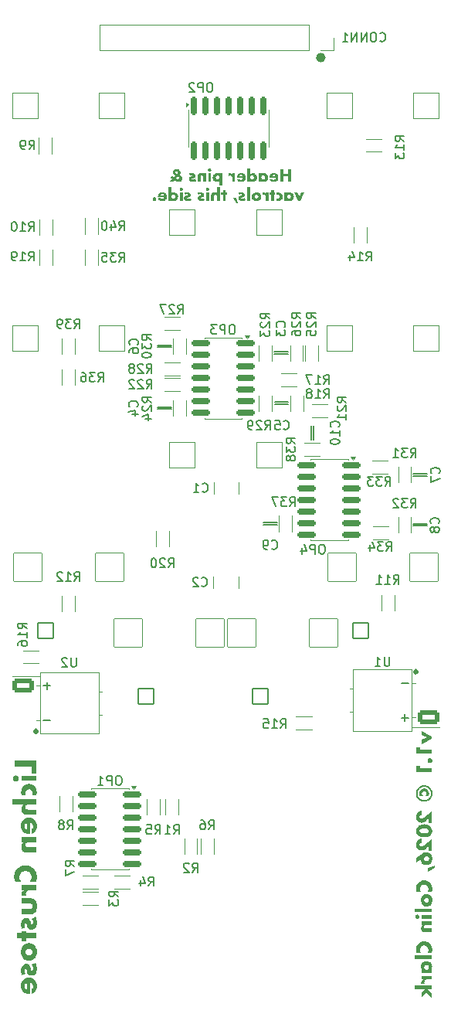
<source format=gbr>
%TF.GenerationSoftware,KiCad,Pcbnew,9.0.7*%
%TF.CreationDate,2026-01-03T22:14:51-05:00*%
%TF.ProjectId,lichen-crustose-control-board,6c696368-656e-42d6-9372-7573746f7365,1.0*%
%TF.SameCoordinates,Original*%
%TF.FileFunction,Legend,Bot*%
%TF.FilePolarity,Positive*%
%FSLAX46Y46*%
G04 Gerber Fmt 4.6, Leading zero omitted, Abs format (unit mm)*
G04 Created by KiCad (PCBNEW 9.0.7) date 2026-01-03 22:14:51*
%MOMM*%
%LPD*%
G01*
G04 APERTURE LIST*
G04 Aperture macros list*
%AMRoundRect*
0 Rectangle with rounded corners*
0 $1 Rounding radius*
0 $2 $3 $4 $5 $6 $7 $8 $9 X,Y pos of 4 corners*
0 Add a 4 corners polygon primitive as box body*
4,1,4,$2,$3,$4,$5,$6,$7,$8,$9,$2,$3,0*
0 Add four circle primitives for the rounded corners*
1,1,$1+$1,$2,$3*
1,1,$1+$1,$4,$5*
1,1,$1+$1,$6,$7*
1,1,$1+$1,$8,$9*
0 Add four rect primitives between the rounded corners*
20,1,$1+$1,$2,$3,$4,$5,0*
20,1,$1+$1,$4,$5,$6,$7,0*
20,1,$1+$1,$6,$7,$8,$9,0*
20,1,$1+$1,$8,$9,$2,$3,0*%
G04 Aperture macros list end*
%ADD10C,0.550000*%
%ADD11C,0.300000*%
%ADD12C,0.250000*%
%ADD13C,0.150000*%
%ADD14C,0.200000*%
%ADD15C,0.120000*%
%ADD16C,0.125000*%
%ADD17C,0.325000*%
%ADD18RoundRect,0.076200X-1.558000X1.558000X-1.558000X-1.558000X1.558000X-1.558000X1.558000X1.558000X0*%
%ADD19RoundRect,0.076200X-0.825000X0.825000X-0.825000X-0.825000X0.825000X-0.825000X0.825000X0.825000X0*%
%ADD20C,1.802400*%
%ADD21RoundRect,0.076200X-1.400000X1.400000X-1.400000X-1.400000X1.400000X-1.400000X1.400000X1.400000X0*%
%ADD22R,1.800000X1.800000*%
%ADD23C,1.800000*%
%ADD24R,2.000000X2.000000*%
%ADD25C,2.000000*%
%ADD26C,4.400000*%
%ADD27R,1.000000X1.000000*%
%ADD28RoundRect,0.150000X0.825000X0.150000X-0.825000X0.150000X-0.825000X-0.150000X0.825000X-0.150000X0*%
%ADD29RoundRect,0.249630X0.895370X0.535370X-0.895370X0.535370X-0.895370X-0.535370X0.895370X-0.535370X0*%
%ADD30O,2.290000X1.570000*%
%ADD31R,2.700000X1.070000*%
%ADD32RoundRect,0.249630X-0.895370X-0.535370X0.895370X-0.535370X0.895370X0.535370X-0.895370X0.535370X0*%
%ADD33RoundRect,0.150000X-0.150000X0.825000X-0.150000X-0.825000X0.150000X-0.825000X0.150000X0.825000X0*%
%ADD34R,1.700000X1.700000*%
%ADD35C,1.700000*%
G04 APERTURE END LIST*
D10*
X135925000Y-114700000D02*
G75*
G02*
X135375000Y-114700000I-275000J0D01*
G01*
X135375000Y-114700000D02*
G75*
G02*
X135925000Y-114700000I275000J0D01*
G01*
D11*
G36*
X102089063Y-192355582D02*
G01*
X103939935Y-192355582D01*
X103939935Y-193098569D01*
X104467500Y-193098569D01*
X104467500Y-191740090D01*
X102089063Y-191740090D01*
X102089063Y-192355582D01*
G37*
G36*
X102849635Y-193933880D02*
G01*
X104467500Y-193933880D01*
X104467500Y-193362351D01*
X102849635Y-193362351D01*
X102849635Y-193933880D01*
G37*
G36*
X102229747Y-193327180D02*
G01*
X102165333Y-193333531D01*
X102105549Y-193352322D01*
X102050714Y-193382354D01*
X102003196Y-193421565D01*
X101963907Y-193469098D01*
X101933953Y-193523918D01*
X101915156Y-193583802D01*
X101908811Y-193648115D01*
X101915162Y-193712529D01*
X101933953Y-193772313D01*
X101963913Y-193827108D01*
X102003196Y-193874529D01*
X102050729Y-193913818D01*
X102105549Y-193943771D01*
X102165340Y-193962666D01*
X102229747Y-193969051D01*
X102294173Y-193962669D01*
X102354081Y-193943771D01*
X102408786Y-193913826D01*
X102456297Y-193874529D01*
X102495501Y-193827123D01*
X102525540Y-193772313D01*
X102544331Y-193712529D01*
X102550682Y-193648115D01*
X102544337Y-193583802D01*
X102525540Y-193523918D01*
X102495508Y-193469083D01*
X102456297Y-193421565D01*
X102408801Y-193382346D01*
X102354081Y-193352322D01*
X102294179Y-193333528D01*
X102229747Y-193327180D01*
G37*
G36*
X103373078Y-195545150D02*
G01*
X103315329Y-195442243D01*
X103282394Y-195342462D01*
X103271687Y-195243861D01*
X103278923Y-195163425D01*
X103300126Y-195089988D01*
X103334642Y-195022856D01*
X103380909Y-194964691D01*
X103437763Y-194916900D01*
X103504557Y-194880611D01*
X103578866Y-194858302D01*
X103664612Y-194850523D01*
X103747481Y-194858229D01*
X103821370Y-194880611D01*
X103888248Y-194916598D01*
X103944881Y-194963180D01*
X103990902Y-195020212D01*
X104025664Y-195088339D01*
X104047005Y-195163201D01*
X104054241Y-195243861D01*
X104042222Y-195347944D01*
X104005973Y-195447619D01*
X103943370Y-195545150D01*
X104428894Y-195545150D01*
X104481045Y-195401954D01*
X104510733Y-195269003D01*
X104520256Y-195144530D01*
X104505116Y-194971551D01*
X104460218Y-194808620D01*
X104386830Y-194658348D01*
X104287935Y-194527939D01*
X104165204Y-194419206D01*
X104019070Y-194333949D01*
X103912484Y-194294180D01*
X103796573Y-194269792D01*
X103669696Y-194261409D01*
X103542482Y-194269405D01*
X103425411Y-194292721D01*
X103317024Y-194330789D01*
X103167683Y-194413297D01*
X103041976Y-194519971D01*
X102939936Y-194650166D01*
X102861725Y-194805460D01*
X102813330Y-194975681D01*
X102796878Y-195160192D01*
X102806932Y-195296915D01*
X102836523Y-195424675D01*
X102885493Y-195545150D01*
X103373078Y-195545150D01*
G37*
G36*
X101847262Y-195945219D02*
G01*
X101847262Y-196516748D01*
X103055715Y-196516748D01*
X102966151Y-196599784D01*
X102903720Y-196678160D01*
X102863648Y-196752915D01*
X102827444Y-196879111D01*
X102814464Y-197033459D01*
X102826481Y-197185839D01*
X102859918Y-197310246D01*
X102912315Y-197411958D01*
X102983312Y-197494940D01*
X103071690Y-197561211D01*
X103175068Y-197609706D01*
X103296321Y-197640217D01*
X103439161Y-197651011D01*
X104467500Y-197651011D01*
X104467500Y-197079483D01*
X103652385Y-197079483D01*
X103535621Y-197074158D01*
X103454273Y-197060524D01*
X103385452Y-197034336D01*
X103337769Y-196997601D01*
X103301228Y-196944169D01*
X103279257Y-196884099D01*
X103271687Y-196815426D01*
X103282202Y-196722787D01*
X103311399Y-196650454D01*
X103358240Y-196593684D01*
X103420340Y-196552735D01*
X103500914Y-196526389D01*
X103605261Y-196516748D01*
X104467500Y-196516748D01*
X104467500Y-195945219D01*
X101847262Y-195945219D01*
G37*
G36*
X103795725Y-197981837D02*
G01*
X103913120Y-198004123D01*
X104020306Y-198040228D01*
X104167741Y-198120532D01*
X104292057Y-198227623D01*
X104391775Y-198359504D01*
X104467362Y-198518883D01*
X104513159Y-198694870D01*
X104529049Y-198893673D01*
X104515826Y-199087702D01*
X104478801Y-199249865D01*
X104420750Y-199385495D01*
X104342730Y-199498899D01*
X104244005Y-199593097D01*
X104122109Y-199669605D01*
X103973045Y-199728297D01*
X103973045Y-199179025D01*
X104039865Y-199125739D01*
X104086310Y-199062857D01*
X104114645Y-198988598D01*
X104124583Y-198899718D01*
X104113282Y-198789493D01*
X104082477Y-198705925D01*
X104034288Y-198642697D01*
X103967273Y-198596117D01*
X103876708Y-198565742D01*
X103755287Y-198554466D01*
X103755287Y-199750279D01*
X103695249Y-199750279D01*
X103490134Y-199734670D01*
X103314414Y-199690378D01*
X103205696Y-199643675D01*
X103110855Y-199585979D01*
X103028375Y-199517271D01*
X102957153Y-199436959D01*
X102897687Y-199345045D01*
X102849772Y-199240162D01*
X102804117Y-199069763D01*
X102789587Y-198890239D01*
X103157381Y-198890239D01*
X103165754Y-198971346D01*
X103189898Y-199041703D01*
X103229646Y-199103600D01*
X103282544Y-199155205D01*
X103345759Y-199193811D01*
X103421163Y-199219829D01*
X103421163Y-198570128D01*
X103341399Y-198592507D01*
X103277458Y-198627594D01*
X103226486Y-198675229D01*
X103188995Y-198734196D01*
X103165656Y-198804860D01*
X103157381Y-198890239D01*
X102789587Y-198890239D01*
X102788086Y-198871691D01*
X102804144Y-198670629D01*
X102849772Y-198498412D01*
X102925231Y-198343954D01*
X103025078Y-198216632D01*
X103105519Y-198145532D01*
X103197234Y-198085742D01*
X103301499Y-198037068D01*
X103411618Y-198002768D01*
X103532768Y-197981503D01*
X103666536Y-197974145D01*
X103795725Y-197981837D01*
G37*
G36*
X102849635Y-200073412D02*
G01*
X102849635Y-200644940D01*
X103054616Y-200644940D01*
X102965516Y-200727946D01*
X102903389Y-200806323D01*
X102863511Y-200881108D01*
X102827409Y-201007296D01*
X102814464Y-201161651D01*
X102829144Y-201324064D01*
X102869693Y-201453048D01*
X102936452Y-201565414D01*
X103025902Y-201659403D01*
X103113017Y-201717907D01*
X103208901Y-201753925D01*
X103313610Y-201772519D01*
X103439161Y-201779204D01*
X104467500Y-201779204D01*
X104467500Y-201207676D01*
X103650599Y-201207676D01*
X103536509Y-201202779D01*
X103456746Y-201190228D01*
X103388575Y-201165468D01*
X103338456Y-201128953D01*
X103305948Y-201088551D01*
X103284876Y-201044048D01*
X103269076Y-200943619D01*
X103279620Y-200851002D01*
X103308902Y-200778668D01*
X103355905Y-200721877D01*
X103418093Y-200680933D01*
X103498801Y-200654584D01*
X103603338Y-200644940D01*
X104467500Y-200644940D01*
X104467500Y-200073412D01*
X102849635Y-200073412D01*
G37*
G36*
X102884119Y-204997348D02*
G01*
X102766373Y-204880508D01*
X102685533Y-204754942D01*
X102637407Y-204618385D01*
X102621024Y-204467173D01*
X102633935Y-204332229D01*
X102671719Y-204209985D01*
X102732004Y-204099305D01*
X102809655Y-204006516D01*
X102904394Y-203930929D01*
X103017384Y-203872426D01*
X103141406Y-203835959D01*
X103277319Y-203823517D01*
X103415882Y-203836022D01*
X103540415Y-203872426D01*
X103653590Y-203931162D01*
X103749792Y-204008027D01*
X103828827Y-204102012D01*
X103889239Y-204211496D01*
X103927062Y-204332028D01*
X103939935Y-204464013D01*
X103924700Y-204605862D01*
X103879089Y-204740282D01*
X103801153Y-204870127D01*
X103686319Y-204997348D01*
X104418315Y-204997348D01*
X104440297Y-204934562D01*
X104484881Y-204794409D01*
X104514211Y-204670093D01*
X104531995Y-204547532D01*
X104537841Y-204427743D01*
X104527438Y-204266011D01*
X104496449Y-204109643D01*
X104444693Y-203957331D01*
X104373836Y-203812812D01*
X104286612Y-203681018D01*
X104182422Y-203560833D01*
X104063634Y-203454785D01*
X103930365Y-203363107D01*
X103781253Y-203285511D01*
X103623534Y-203228320D01*
X103455164Y-203193519D01*
X103274159Y-203181646D01*
X103093112Y-203193384D01*
X102925825Y-203227686D01*
X102770225Y-203283862D01*
X102623255Y-203360567D01*
X102492097Y-203451724D01*
X102375376Y-203557674D01*
X102273185Y-203677720D01*
X102187012Y-203809998D01*
X102116403Y-203955683D01*
X102064613Y-204109100D01*
X102033557Y-204267066D01*
X102023117Y-204430903D01*
X102030625Y-204571531D01*
X102053067Y-204709385D01*
X102090234Y-204846987D01*
X102145803Y-204997348D01*
X102884119Y-204997348D01*
G37*
G36*
X102849635Y-205333670D02*
G01*
X102849635Y-205905198D01*
X103116302Y-205905198D01*
X103024704Y-205971976D01*
X102950665Y-206046251D01*
X102892362Y-206128452D01*
X102849797Y-206219461D01*
X102823570Y-206321508D01*
X102814464Y-206436885D01*
X102814464Y-206485657D01*
X102820921Y-206547069D01*
X103369781Y-206547069D01*
X103327475Y-206429654D01*
X103313177Y-206301559D01*
X103327686Y-206174730D01*
X103367600Y-206078048D01*
X103431192Y-206004254D01*
X103515518Y-205952026D01*
X103627621Y-205917852D01*
X103775621Y-205905198D01*
X104467500Y-205905198D01*
X104467500Y-205333670D01*
X102849635Y-205333670D01*
G37*
G36*
X102849635Y-207371388D02*
G01*
X103762844Y-207371388D01*
X103877271Y-207384596D01*
X103958054Y-207419841D01*
X104014204Y-207474696D01*
X104049802Y-207552502D01*
X104063033Y-207661549D01*
X104049802Y-207770596D01*
X104014204Y-207848402D01*
X103958054Y-207903257D01*
X103877271Y-207938501D01*
X103762844Y-207951709D01*
X102849635Y-207951709D01*
X102849635Y-208523238D01*
X103872341Y-208523238D01*
X104033633Y-208508293D01*
X104165893Y-208466389D01*
X104274988Y-208399638D01*
X104364872Y-208306991D01*
X104431486Y-208196719D01*
X104482868Y-208056909D01*
X104516685Y-207881074D01*
X104529049Y-207661549D01*
X104516685Y-207442024D01*
X104482868Y-207266189D01*
X104431486Y-207126379D01*
X104364872Y-207016107D01*
X104274988Y-206923460D01*
X104165893Y-206856709D01*
X104033633Y-206814804D01*
X103872341Y-206799860D01*
X102849635Y-206799860D01*
X102849635Y-207371388D01*
G37*
G36*
X103265916Y-209981459D02*
G01*
X103219238Y-209873925D01*
X103192450Y-209771180D01*
X103183759Y-209671790D01*
X103192289Y-209597785D01*
X103215358Y-209543745D01*
X103252955Y-209506797D01*
X103300675Y-209494836D01*
X103346425Y-209502667D01*
X103379535Y-209537425D01*
X103408111Y-209616423D01*
X103439710Y-209753809D01*
X103482688Y-209907086D01*
X103539586Y-210022542D01*
X103608558Y-210107717D01*
X103695690Y-210171906D01*
X103797931Y-210210968D01*
X103919602Y-210224633D01*
X104056318Y-210210053D01*
X104175278Y-210167893D01*
X104279838Y-210100114D01*
X104366383Y-210010173D01*
X104433892Y-209901379D01*
X104486321Y-209767411D01*
X104517992Y-209621228D01*
X104529049Y-209455406D01*
X104517913Y-209294968D01*
X104484244Y-209134708D01*
X104427044Y-208973233D01*
X104344538Y-208809276D01*
X103941996Y-209017005D01*
X104037707Y-209183200D01*
X104090413Y-209333744D01*
X104106997Y-209472716D01*
X104097697Y-209546805D01*
X104072101Y-209602409D01*
X104031664Y-209640884D01*
X103983349Y-209653105D01*
X103931005Y-209645137D01*
X103892949Y-209611889D01*
X103861350Y-209537563D01*
X103831125Y-209409519D01*
X103784170Y-209235034D01*
X103729970Y-209115764D01*
X103671069Y-209038025D01*
X103594158Y-208980722D01*
X103498209Y-208944934D01*
X103377749Y-208932100D01*
X103246317Y-208945094D01*
X103132102Y-208982521D01*
X103031162Y-209044012D01*
X102946767Y-209127601D01*
X102880431Y-209229942D01*
X102829439Y-209356075D01*
X102798833Y-209494732D01*
X102788086Y-209654204D01*
X102799645Y-209830686D01*
X102834280Y-210003602D01*
X102892500Y-210174350D01*
X103265916Y-209981459D01*
G37*
G36*
X103324443Y-211185240D02*
G01*
X104467500Y-211185240D01*
X104467500Y-210613712D01*
X103324443Y-210613712D01*
X103324443Y-210429064D01*
X102849635Y-210429064D01*
X102849635Y-210613712D01*
X102366034Y-210613712D01*
X102366034Y-211185240D01*
X102849635Y-211185240D01*
X102849635Y-211510572D01*
X103324443Y-211510572D01*
X103324443Y-211185240D01*
G37*
G36*
X103775522Y-211701392D02*
G01*
X103895610Y-211725744D01*
X104006155Y-211765424D01*
X104110131Y-211820178D01*
X104202997Y-211886623D01*
X104285737Y-211965184D01*
X104356886Y-212054400D01*
X104416907Y-212155133D01*
X104465851Y-212268671D01*
X104512844Y-212450361D01*
X104529049Y-212652667D01*
X104512880Y-212858239D01*
X104465851Y-213044356D01*
X104416871Y-213161190D01*
X104357311Y-213263972D01*
X104287248Y-213354163D01*
X104161189Y-213469198D01*
X104012475Y-213557083D01*
X103903954Y-213597784D01*
X103787048Y-213622629D01*
X103660216Y-213631134D01*
X103533222Y-213622807D01*
X103416261Y-213598499D01*
X103307819Y-213558731D01*
X103206152Y-213503850D01*
X103114860Y-213436412D01*
X103033046Y-213355811D01*
X102931223Y-213215028D01*
X102852932Y-213047516D01*
X102804669Y-212864447D01*
X102788097Y-212662146D01*
X103286799Y-212662146D01*
X103293957Y-212735719D01*
X103315238Y-212804891D01*
X103349448Y-212868048D01*
X103394373Y-212921120D01*
X103449008Y-212964895D01*
X103513075Y-212999705D01*
X103582855Y-213022027D01*
X103656919Y-213029518D01*
X103733842Y-213021949D01*
X103804060Y-212999705D01*
X103868127Y-212964895D01*
X103922762Y-212921120D01*
X103967687Y-212868048D01*
X104001896Y-212804891D01*
X104023177Y-212735719D01*
X104030335Y-212662146D01*
X104023180Y-212588554D01*
X104001896Y-212519264D01*
X103967701Y-212456197D01*
X103922762Y-212403035D01*
X103868142Y-212359339D01*
X103804060Y-212324450D01*
X103733430Y-212302280D01*
X103653759Y-212294637D01*
X103579931Y-212302166D01*
X103511564Y-212324450D01*
X103448754Y-212359249D01*
X103394373Y-212403035D01*
X103349433Y-212456197D01*
X103315238Y-212519264D01*
X103293954Y-212588554D01*
X103286799Y-212662146D01*
X102788097Y-212662146D01*
X102788086Y-212662009D01*
X102795732Y-212522732D01*
X102818051Y-212393651D01*
X102854443Y-212273480D01*
X102934087Y-212106171D01*
X103036206Y-211966695D01*
X103161800Y-211851901D01*
X103307819Y-211765424D01*
X103414086Y-211725378D01*
X103525823Y-211701210D01*
X103644279Y-211693021D01*
X103775522Y-211701392D01*
G37*
G36*
X103265916Y-215035088D02*
G01*
X103219238Y-214927553D01*
X103192450Y-214824809D01*
X103183759Y-214725418D01*
X103192289Y-214651414D01*
X103215358Y-214597374D01*
X103252955Y-214560425D01*
X103300675Y-214548464D01*
X103346425Y-214556295D01*
X103379535Y-214591054D01*
X103408111Y-214670051D01*
X103439710Y-214807438D01*
X103482688Y-214960715D01*
X103539586Y-215076171D01*
X103608558Y-215161346D01*
X103695690Y-215225535D01*
X103797931Y-215264597D01*
X103919602Y-215278262D01*
X104056318Y-215263681D01*
X104175278Y-215221521D01*
X104279838Y-215153742D01*
X104366383Y-215063801D01*
X104433892Y-214955008D01*
X104486321Y-214821039D01*
X104517992Y-214674856D01*
X104529049Y-214509034D01*
X104517913Y-214348597D01*
X104484244Y-214188337D01*
X104427044Y-214026861D01*
X104344538Y-213862905D01*
X103941996Y-214070634D01*
X104037707Y-214236829D01*
X104090413Y-214387373D01*
X104106997Y-214526345D01*
X104097697Y-214600433D01*
X104072101Y-214656038D01*
X104031664Y-214694512D01*
X103983349Y-214706734D01*
X103931005Y-214698765D01*
X103892949Y-214665518D01*
X103861350Y-214591192D01*
X103831125Y-214463147D01*
X103784170Y-214288662D01*
X103729970Y-214169393D01*
X103671069Y-214091654D01*
X103594158Y-214034351D01*
X103498209Y-213998562D01*
X103377749Y-213985729D01*
X103246317Y-213998723D01*
X103132102Y-214036150D01*
X103031162Y-214097641D01*
X102946767Y-214181230D01*
X102880431Y-214283570D01*
X102829439Y-214409704D01*
X102798833Y-214548361D01*
X102788086Y-214707833D01*
X102799645Y-214884314D01*
X102834280Y-215057231D01*
X102892500Y-215227978D01*
X103265916Y-215035088D01*
G37*
G36*
X103795725Y-215507971D02*
G01*
X103913120Y-215530257D01*
X104020306Y-215566362D01*
X104167741Y-215646666D01*
X104292057Y-215753757D01*
X104391775Y-215885638D01*
X104467362Y-216045017D01*
X104513159Y-216221004D01*
X104529049Y-216419807D01*
X104515826Y-216613836D01*
X104478801Y-216775999D01*
X104420750Y-216911629D01*
X104342730Y-217025033D01*
X104244005Y-217119231D01*
X104122109Y-217195739D01*
X103973045Y-217254431D01*
X103973045Y-216705159D01*
X104039865Y-216651873D01*
X104086310Y-216588991D01*
X104114645Y-216514732D01*
X104124583Y-216425852D01*
X104113282Y-216315627D01*
X104082477Y-216232059D01*
X104034288Y-216168831D01*
X103967273Y-216122251D01*
X103876708Y-216091876D01*
X103755287Y-216080600D01*
X103755287Y-217276413D01*
X103695249Y-217276413D01*
X103490134Y-217260804D01*
X103314414Y-217216512D01*
X103205696Y-217169809D01*
X103110855Y-217112113D01*
X103028375Y-217043405D01*
X102957153Y-216963093D01*
X102897687Y-216871179D01*
X102849772Y-216766296D01*
X102804117Y-216595897D01*
X102789587Y-216416373D01*
X103157381Y-216416373D01*
X103165754Y-216497480D01*
X103189898Y-216567837D01*
X103229646Y-216629734D01*
X103282544Y-216681339D01*
X103345759Y-216719945D01*
X103421163Y-216745963D01*
X103421163Y-216096262D01*
X103341399Y-216118641D01*
X103277458Y-216153728D01*
X103226486Y-216201363D01*
X103188995Y-216260330D01*
X103165656Y-216330994D01*
X103157381Y-216416373D01*
X102789587Y-216416373D01*
X102788086Y-216397825D01*
X102804144Y-216196763D01*
X102849772Y-216024546D01*
X102925231Y-215870088D01*
X103025078Y-215742766D01*
X103105519Y-215671666D01*
X103197234Y-215611876D01*
X103301499Y-215563202D01*
X103411618Y-215528902D01*
X103532768Y-215507637D01*
X103666536Y-215500279D01*
X103795725Y-215507971D01*
G37*
G36*
X146677518Y-188903140D02*
G01*
X147267316Y-189176497D01*
X146677518Y-189454250D01*
X146677518Y-189906685D01*
X147828000Y-189308583D01*
X147828000Y-189037571D01*
X146677518Y-188446211D01*
X146677518Y-188903140D01*
G37*
G36*
X146508697Y-190500195D02*
G01*
X146508697Y-190253217D01*
X146133540Y-190253217D01*
X146133540Y-190937878D01*
X147828000Y-190937878D01*
X147828000Y-190500195D01*
X146508697Y-190500195D01*
G37*
G36*
X147615313Y-191449030D02*
G01*
X147562783Y-191454118D01*
X147513317Y-191469253D01*
X147467996Y-191493491D01*
X147429200Y-191525331D01*
X147397272Y-191564199D01*
X147373024Y-191609448D01*
X147357893Y-191658941D01*
X147352801Y-191711640D01*
X147357893Y-191764339D01*
X147373024Y-191813831D01*
X147397282Y-191859145D01*
X147429200Y-191897948D01*
X147468007Y-191929844D01*
X147513317Y-191954026D01*
X147562783Y-191969161D01*
X147615313Y-191974250D01*
X147668012Y-191969157D01*
X147717504Y-191954026D01*
X147762832Y-191929849D01*
X147801719Y-191897948D01*
X147833559Y-191859152D01*
X147857797Y-191813831D01*
X147872928Y-191764339D01*
X147878020Y-191711640D01*
X147872928Y-191658941D01*
X147857797Y-191609448D01*
X147833569Y-191564192D01*
X147801719Y-191525331D01*
X147762843Y-191493487D01*
X147717504Y-191469253D01*
X147668012Y-191454123D01*
X147615313Y-191449030D01*
G37*
G36*
X146508697Y-192530732D02*
G01*
X146508697Y-192283754D01*
X146133540Y-192283754D01*
X146133540Y-192968416D01*
X147828000Y-192968416D01*
X147828000Y-192530732D01*
X146508697Y-192530732D01*
G37*
G36*
X147100403Y-194769319D02*
G01*
X147200295Y-194801996D01*
X147290656Y-194854129D01*
X147367748Y-194922261D01*
X147430936Y-195004225D01*
X147480100Y-195098799D01*
X147511098Y-195201745D01*
X147521621Y-195313440D01*
X147512633Y-195419051D01*
X147481175Y-195538339D01*
X147467595Y-195578688D01*
X147114615Y-195578688D01*
X147141579Y-195549476D01*
X147185621Y-195495976D01*
X147215634Y-195443768D01*
X147234011Y-195387933D01*
X147240254Y-195326825D01*
X147232142Y-195256231D01*
X147208958Y-195197107D01*
X147170791Y-195146866D01*
X147120655Y-195108519D01*
X147061692Y-195085248D01*
X146991321Y-195077111D01*
X146920920Y-195085224D01*
X146861572Y-195108480D01*
X146810777Y-195146866D01*
X146771859Y-195197200D01*
X146748281Y-195256322D01*
X146740044Y-195326825D01*
X146746235Y-195388404D01*
X146764762Y-195447090D01*
X146795757Y-195500851D01*
X146840965Y-195549476D01*
X146874671Y-195578688D01*
X146512703Y-195578688D01*
X146508209Y-195567453D01*
X146486697Y-195507358D01*
X146471084Y-195441521D01*
X146458676Y-195311193D01*
X146469148Y-195201286D01*
X146500295Y-195097627D01*
X146549989Y-195002523D01*
X146614894Y-194921186D01*
X146693745Y-194853806D01*
X146784594Y-194801996D01*
X146884118Y-194769269D01*
X146991321Y-194758227D01*
X147100403Y-194769319D01*
G37*
G36*
X147113912Y-194397304D02*
G01*
X147230149Y-194420887D01*
X147341175Y-194459958D01*
X147446289Y-194513145D01*
X147541288Y-194577322D01*
X147627036Y-194652812D01*
X147702526Y-194738560D01*
X147766704Y-194833559D01*
X147819891Y-194938674D01*
X147858959Y-195049701D01*
X147882543Y-195165969D01*
X147890526Y-195288625D01*
X147882559Y-195411228D01*
X147858989Y-195527832D01*
X147819891Y-195639553D01*
X147766642Y-195745418D01*
X147702455Y-195840759D01*
X147627036Y-195926490D01*
X147541288Y-196001980D01*
X147446289Y-196066157D01*
X147341175Y-196119344D01*
X147230145Y-196158470D01*
X147113908Y-196182085D01*
X146991321Y-196190077D01*
X146868722Y-196182100D01*
X146752118Y-196158498D01*
X146640393Y-196119344D01*
X146534461Y-196066094D01*
X146439055Y-196001907D01*
X146353261Y-195926490D01*
X146277843Y-195840759D01*
X146213656Y-195745418D01*
X146160407Y-195639553D01*
X146121309Y-195527832D01*
X146097738Y-195411228D01*
X146089848Y-195289797D01*
X146264845Y-195289797D01*
X146271326Y-195388818D01*
X146290452Y-195482387D01*
X146322096Y-195571458D01*
X146365140Y-195655863D01*
X146417087Y-195732365D01*
X146478216Y-195801633D01*
X146547483Y-195862761D01*
X146623986Y-195914708D01*
X146708390Y-195957753D01*
X146797464Y-195989392D01*
X146891097Y-196008520D01*
X146990247Y-196015003D01*
X147089268Y-196008524D01*
X147182870Y-195989400D01*
X147272005Y-195957753D01*
X147356351Y-195914717D01*
X147432856Y-195862771D01*
X147502180Y-195801633D01*
X147563249Y-195732372D01*
X147615165Y-195655869D01*
X147658202Y-195571458D01*
X147689846Y-195482387D01*
X147708971Y-195388818D01*
X147715452Y-195289797D01*
X147708971Y-195190711D01*
X147689846Y-195097077D01*
X147658202Y-195007941D01*
X147615169Y-194923526D01*
X147563254Y-194846990D01*
X147502180Y-194777669D01*
X147432862Y-194716589D01*
X147356357Y-194664675D01*
X147272005Y-194621647D01*
X147182870Y-194590000D01*
X147089268Y-194570876D01*
X146990247Y-194564396D01*
X146891097Y-194570880D01*
X146797464Y-194590008D01*
X146708390Y-194621647D01*
X146623980Y-194664684D01*
X146547477Y-194716599D01*
X146478216Y-194777669D01*
X146417083Y-194846996D01*
X146365136Y-194923533D01*
X146322096Y-195007941D01*
X146290452Y-195097077D01*
X146271326Y-195190711D01*
X146264845Y-195289797D01*
X146089848Y-195289797D01*
X146089772Y-195288625D01*
X146097754Y-195165969D01*
X146121339Y-195049701D01*
X146160407Y-194938674D01*
X146213594Y-194833559D01*
X146277771Y-194738560D01*
X146353261Y-194652812D01*
X146439055Y-194577395D01*
X146534461Y-194513208D01*
X146640393Y-194459958D01*
X146752114Y-194420859D01*
X146868718Y-194397289D01*
X146991321Y-194389323D01*
X147113912Y-194397304D01*
G37*
G36*
X147828000Y-198534808D02*
G01*
X147828000Y-197175645D01*
X147391391Y-197593105D01*
X147223244Y-197747595D01*
X147097811Y-197852003D01*
X146980627Y-197937936D01*
X146894210Y-197991514D01*
X146813658Y-198030796D01*
X146759193Y-198048471D01*
X146671461Y-198059609D01*
X146597211Y-198047495D01*
X146563069Y-198032274D01*
X146533122Y-198011053D01*
X146507873Y-197984412D01*
X146488083Y-197952533D01*
X146475616Y-197916291D01*
X146471182Y-197872030D01*
X146478094Y-197815849D01*
X146497608Y-197770732D01*
X146529605Y-197734082D01*
X146570975Y-197706907D01*
X146619035Y-197690270D01*
X146675564Y-197684452D01*
X146747469Y-197691095D01*
X146747469Y-197209253D01*
X146649981Y-197214835D01*
X146560886Y-197231038D01*
X146479095Y-197257320D01*
X146401526Y-197294183D01*
X146332430Y-197339260D01*
X146271000Y-197392728D01*
X146217564Y-197454157D01*
X146172895Y-197522874D01*
X146136764Y-197599651D01*
X146111003Y-197680662D01*
X146095194Y-197768010D01*
X146089772Y-197862652D01*
X146101250Y-197999797D01*
X146134615Y-198123307D01*
X146188984Y-198235877D01*
X146260156Y-198330328D01*
X146348176Y-198407893D01*
X146451838Y-198466811D01*
X146527194Y-198493956D01*
X146607234Y-198510439D01*
X146692856Y-198516050D01*
X146784039Y-198509311D01*
X146869212Y-198489477D01*
X146949507Y-198456650D01*
X147024441Y-198412063D01*
X147104518Y-198349879D01*
X147190526Y-198267118D01*
X147452842Y-197986825D01*
X147452842Y-198534808D01*
X147828000Y-198534808D01*
G37*
G36*
X147116602Y-198687900D02*
G01*
X147238452Y-198705688D01*
X147349577Y-198734305D01*
X147456598Y-198775184D01*
X147550372Y-198824569D01*
X147632312Y-198882219D01*
X147705402Y-198950267D01*
X147765726Y-199025512D01*
X147814127Y-199108583D01*
X147849272Y-199197942D01*
X147870691Y-199294213D01*
X147878020Y-199398744D01*
X147870742Y-199501788D01*
X147849370Y-199597707D01*
X147814127Y-199687732D01*
X147765615Y-199771485D01*
X147705276Y-199846705D01*
X147632312Y-199914096D01*
X147550443Y-199971115D01*
X147456671Y-200020149D01*
X147349577Y-200060935D01*
X147238447Y-200089606D01*
X147116599Y-200107427D01*
X146982724Y-200113594D01*
X146848849Y-200107427D01*
X146727000Y-200089606D01*
X146615871Y-200060935D01*
X146508806Y-200020100D01*
X146415448Y-199971061D01*
X146334308Y-199914096D01*
X146262074Y-199846775D01*
X146202141Y-199771557D01*
X146153764Y-199687732D01*
X146118465Y-199597702D01*
X146097061Y-199501784D01*
X146089772Y-199398744D01*
X146477434Y-199398744D01*
X146486671Y-199458151D01*
X146514657Y-199512952D01*
X146558149Y-199559975D01*
X146618411Y-199600488D01*
X146689246Y-199631203D01*
X146778635Y-199655883D01*
X146874589Y-199670719D01*
X146982724Y-199675910D01*
X147092813Y-199670673D01*
X147188083Y-199655883D01*
X147276520Y-199631305D01*
X147348209Y-199600488D01*
X147409393Y-199559909D01*
X147453136Y-199512952D01*
X147481122Y-199458151D01*
X147490358Y-199398744D01*
X147481011Y-199337651D01*
X147453136Y-199283461D01*
X147409535Y-199237138D01*
X147348209Y-199195827D01*
X147276442Y-199164191D01*
X147188083Y-199139358D01*
X147092817Y-199124639D01*
X146982724Y-199119428D01*
X146874585Y-199124594D01*
X146778635Y-199139358D01*
X146689327Y-199164294D01*
X146618411Y-199195827D01*
X146558007Y-199237072D01*
X146514657Y-199283461D01*
X146486782Y-199337651D01*
X146477434Y-199398744D01*
X146089772Y-199398744D01*
X146097112Y-199294218D01*
X146118562Y-199197947D01*
X146153764Y-199108583D01*
X146202030Y-199025441D01*
X146261949Y-198950198D01*
X146334308Y-198882219D01*
X146415520Y-198824623D01*
X146508880Y-198775232D01*
X146615871Y-198734305D01*
X146726996Y-198705688D01*
X146848845Y-198687900D01*
X146982724Y-198681744D01*
X147116602Y-198687900D01*
G37*
G36*
X147828000Y-201579832D02*
G01*
X147828000Y-200220670D01*
X147391391Y-200638130D01*
X147223244Y-200792619D01*
X147097811Y-200897027D01*
X146980627Y-200982961D01*
X146894210Y-201036538D01*
X146813658Y-201075821D01*
X146759193Y-201093496D01*
X146671461Y-201104633D01*
X146597211Y-201092519D01*
X146563069Y-201077298D01*
X146533122Y-201056078D01*
X146507873Y-201029437D01*
X146488083Y-200997557D01*
X146475616Y-200961316D01*
X146471182Y-200917055D01*
X146478094Y-200860873D01*
X146497608Y-200815756D01*
X146529605Y-200779107D01*
X146570975Y-200751931D01*
X146619035Y-200735294D01*
X146675564Y-200729476D01*
X146747469Y-200736120D01*
X146747469Y-200254277D01*
X146649981Y-200259859D01*
X146560886Y-200276062D01*
X146479095Y-200302344D01*
X146401526Y-200339208D01*
X146332430Y-200384285D01*
X146271000Y-200437753D01*
X146217564Y-200499182D01*
X146172895Y-200567899D01*
X146136764Y-200644675D01*
X146111003Y-200725686D01*
X146095194Y-200813035D01*
X146089772Y-200907676D01*
X146101250Y-201044822D01*
X146134615Y-201168332D01*
X146188984Y-201280901D01*
X146260156Y-201375352D01*
X146348176Y-201452917D01*
X146451838Y-201511835D01*
X146527194Y-201538980D01*
X146607234Y-201555463D01*
X146692856Y-201561074D01*
X146784039Y-201554335D01*
X146869212Y-201534501D01*
X146949507Y-201501675D01*
X147024441Y-201457087D01*
X147104518Y-201394904D01*
X147190526Y-201312142D01*
X147452842Y-201031849D01*
X147452842Y-201579832D01*
X147828000Y-201579832D01*
G37*
G36*
X147338735Y-201738571D02*
G01*
X147418847Y-201754997D01*
X147495634Y-201782261D01*
X147567821Y-201819918D01*
X147633778Y-201867183D01*
X147694057Y-201924605D01*
X147746093Y-201989768D01*
X147790992Y-202064469D01*
X147828683Y-202149797D01*
X147855479Y-202239278D01*
X147872202Y-202338878D01*
X147878020Y-202450021D01*
X147872225Y-202559772D01*
X147855524Y-202658687D01*
X147828683Y-202748095D01*
X147790966Y-202833418D01*
X147745781Y-202908151D01*
X147693177Y-202973384D01*
X147632156Y-203030707D01*
X147565106Y-203077956D01*
X147491433Y-203115631D01*
X147413188Y-203142770D01*
X147330177Y-203159258D01*
X147241524Y-203164871D01*
X147119012Y-203154078D01*
X147006269Y-203122372D01*
X146902855Y-203071093D01*
X146814685Y-203003768D01*
X146741630Y-202921177D01*
X146685822Y-202824885D01*
X146659912Y-202754939D01*
X146644126Y-202679960D01*
X146638732Y-202599009D01*
X146646646Y-202527299D01*
X146660334Y-202485375D01*
X146679655Y-202448946D01*
X146971391Y-202448946D01*
X146977034Y-202505188D01*
X146993666Y-202556804D01*
X147019861Y-202603969D01*
X147053750Y-202644731D01*
X147094588Y-202678647D01*
X147141775Y-202704913D01*
X147193390Y-202721544D01*
X147249632Y-202727187D01*
X147305889Y-202721546D01*
X147357588Y-202704913D01*
X147404693Y-202678653D01*
X147445515Y-202644731D01*
X147479426Y-202603973D01*
X147505697Y-202556804D01*
X147522254Y-202505193D01*
X147527874Y-202448946D01*
X147522254Y-202392600D01*
X147505697Y-202340893D01*
X147479437Y-202293788D01*
X147445515Y-202252966D01*
X147404700Y-202219122D01*
X147357588Y-202192882D01*
X147305894Y-202176322D01*
X147249632Y-202170705D01*
X147193385Y-202176324D01*
X147141775Y-202192882D01*
X147094581Y-202219128D01*
X147053750Y-202252966D01*
X147019850Y-202293792D01*
X146993666Y-202340893D01*
X146977034Y-202392605D01*
X146971391Y-202448946D01*
X146679655Y-202448946D01*
X146692661Y-202424424D01*
X146692661Y-202415534D01*
X146139793Y-202893273D01*
X146139793Y-202386615D01*
X146615383Y-201993580D01*
X146726528Y-201910861D01*
X146835830Y-201845862D01*
X146943840Y-201797013D01*
X147056704Y-201760375D01*
X147159797Y-201739629D01*
X147254517Y-201733021D01*
X147338735Y-201738571D01*
G37*
G36*
X147396569Y-203469881D02*
G01*
X147396569Y-203850607D01*
X148140630Y-203438520D01*
X148140630Y-203178646D01*
X147396569Y-203469881D01*
G37*
G36*
X146702040Y-206119232D02*
G01*
X146618310Y-206036146D01*
X146560823Y-205946855D01*
X146526600Y-205849748D01*
X146514950Y-205742219D01*
X146524131Y-205646259D01*
X146551000Y-205559330D01*
X146593870Y-205480624D01*
X146649088Y-205414640D01*
X146716458Y-205360890D01*
X146796806Y-205319288D01*
X146884999Y-205293356D01*
X146981649Y-205284508D01*
X147080183Y-205293400D01*
X147168739Y-205319288D01*
X147249219Y-205361056D01*
X147317630Y-205415715D01*
X147373832Y-205482549D01*
X147416792Y-205560404D01*
X147443688Y-205646116D01*
X147452842Y-205739972D01*
X147442009Y-205840842D01*
X147409575Y-205936430D01*
X147354153Y-206028764D01*
X147272494Y-206119232D01*
X147793024Y-206119232D01*
X147808655Y-206074585D01*
X147840359Y-205974920D01*
X147861217Y-205886518D01*
X147873863Y-205799363D01*
X147878020Y-205714180D01*
X147870623Y-205599171D01*
X147848586Y-205487976D01*
X147811782Y-205379665D01*
X147761395Y-205276896D01*
X147699368Y-205183175D01*
X147625278Y-205097711D01*
X147540807Y-205022299D01*
X147446037Y-204957105D01*
X147340002Y-204901926D01*
X147227846Y-204861257D01*
X147108116Y-204836509D01*
X146979402Y-204828067D01*
X146850658Y-204836413D01*
X146731698Y-204860806D01*
X146621049Y-204900753D01*
X146516537Y-204955299D01*
X146423269Y-205020122D01*
X146340267Y-205095464D01*
X146267598Y-205180830D01*
X146206320Y-205274895D01*
X146156108Y-205378492D01*
X146119280Y-205487589D01*
X146097196Y-205599920D01*
X146089772Y-205716427D01*
X146095111Y-205816429D01*
X146111070Y-205914459D01*
X146137500Y-206012309D01*
X146177016Y-206119232D01*
X146702040Y-206119232D01*
G37*
G36*
X147335927Y-206320579D02*
G01*
X147421323Y-206337896D01*
X147499933Y-206366113D01*
X147573871Y-206405049D01*
X147639909Y-206452299D01*
X147698746Y-206508164D01*
X147749341Y-206571607D01*
X147792023Y-206643239D01*
X147826827Y-206723977D01*
X147860245Y-206853179D01*
X147871768Y-206997041D01*
X147860270Y-207143226D01*
X147826827Y-207275575D01*
X147791997Y-207358657D01*
X147749643Y-207431747D01*
X147699821Y-207495883D01*
X147610179Y-207577685D01*
X147504427Y-207640181D01*
X147427256Y-207669124D01*
X147344123Y-207686792D01*
X147253931Y-207692840D01*
X147163624Y-207686918D01*
X147080452Y-207669633D01*
X147003338Y-207641354D01*
X146931041Y-207602327D01*
X146866123Y-207554371D01*
X146807944Y-207497055D01*
X146735536Y-207396943D01*
X146679863Y-207277823D01*
X146645542Y-207147640D01*
X146633758Y-207003782D01*
X146988390Y-207003782D01*
X146993481Y-207056100D01*
X147008614Y-207105289D01*
X147032941Y-207150201D01*
X147064887Y-207187941D01*
X147103739Y-207219070D01*
X147149297Y-207243824D01*
X147198919Y-207259697D01*
X147251586Y-207265024D01*
X147306288Y-207259641D01*
X147356220Y-207243824D01*
X147401779Y-207219070D01*
X147440630Y-207187941D01*
X147472577Y-207150201D01*
X147496904Y-207105289D01*
X147512037Y-207056100D01*
X147517127Y-207003782D01*
X147512039Y-206951450D01*
X147496904Y-206902177D01*
X147472588Y-206857329D01*
X147440630Y-206819525D01*
X147401790Y-206788452D01*
X147356220Y-206763642D01*
X147305995Y-206747877D01*
X147249339Y-206742442D01*
X147196840Y-206747796D01*
X147148223Y-206763642D01*
X147103558Y-206788388D01*
X147064887Y-206819525D01*
X147032930Y-206857329D01*
X147008614Y-206902177D01*
X146993478Y-206951450D01*
X146988390Y-207003782D01*
X146633758Y-207003782D01*
X146633750Y-207003684D01*
X146639187Y-206904643D01*
X146655059Y-206812852D01*
X146680937Y-206727397D01*
X146737572Y-206608422D01*
X146810191Y-206509239D01*
X146899502Y-206427607D01*
X147003338Y-206366113D01*
X147078906Y-206337636D01*
X147158363Y-206320449D01*
X147242598Y-206314626D01*
X147335927Y-206320579D01*
G37*
G36*
X145964720Y-208332659D02*
G01*
X147828000Y-208332659D01*
X147828000Y-207926238D01*
X145964720Y-207926238D01*
X145964720Y-208332659D01*
G37*
G36*
X146677518Y-209015757D02*
G01*
X147828000Y-209015757D01*
X147828000Y-208609337D01*
X146677518Y-208609337D01*
X146677518Y-209015757D01*
G37*
G36*
X146236709Y-208584326D02*
G01*
X146190904Y-208588843D01*
X146148390Y-208602205D01*
X146109396Y-208623561D01*
X146075606Y-208651444D01*
X146047667Y-208685245D01*
X146026367Y-208724229D01*
X146013000Y-208766813D01*
X146008488Y-208812547D01*
X146013004Y-208858352D01*
X146026367Y-208900865D01*
X146047671Y-208939831D01*
X146075606Y-208973552D01*
X146109407Y-209001491D01*
X146148390Y-209022791D01*
X146190908Y-209036227D01*
X146236709Y-209040767D01*
X146282523Y-209036230D01*
X146325124Y-209022791D01*
X146364026Y-209001497D01*
X146397811Y-208973552D01*
X146425690Y-208939841D01*
X146447050Y-208900865D01*
X146460413Y-208858352D01*
X146464929Y-208812547D01*
X146460417Y-208766813D01*
X146447050Y-208724229D01*
X146425694Y-208685235D01*
X146397811Y-208651444D01*
X146364036Y-208623555D01*
X146325124Y-208602205D01*
X146282527Y-208588840D01*
X146236709Y-208584326D01*
G37*
G36*
X146677518Y-209292435D02*
G01*
X146677518Y-209698855D01*
X146823282Y-209698855D01*
X146759922Y-209757881D01*
X146715743Y-209813616D01*
X146687385Y-209866797D01*
X146661713Y-209956530D01*
X146652508Y-210066294D01*
X146662947Y-210181788D01*
X146691782Y-210273510D01*
X146739254Y-210353414D01*
X146802863Y-210420251D01*
X146864812Y-210461854D01*
X146932996Y-210487467D01*
X147007456Y-210500689D01*
X147096736Y-210505443D01*
X147828000Y-210505443D01*
X147828000Y-210099023D01*
X147247092Y-210099023D01*
X147165962Y-210095541D01*
X147109242Y-210086615D01*
X147060765Y-210069008D01*
X147025124Y-210043042D01*
X147002007Y-210014312D01*
X146987023Y-209982665D01*
X146975787Y-209911249D01*
X146983285Y-209845388D01*
X147004108Y-209793951D01*
X147037532Y-209753566D01*
X147081755Y-209724450D01*
X147139147Y-209705713D01*
X147213484Y-209698855D01*
X147828000Y-209698855D01*
X147828000Y-209292435D01*
X146677518Y-209292435D01*
G37*
G36*
X146702040Y-212793901D02*
G01*
X146618310Y-212710815D01*
X146560823Y-212621523D01*
X146526600Y-212524416D01*
X146514950Y-212416887D01*
X146524131Y-212320927D01*
X146551000Y-212233998D01*
X146593870Y-212155293D01*
X146649088Y-212089309D01*
X146716458Y-212035559D01*
X146796806Y-211993956D01*
X146884999Y-211968024D01*
X146981649Y-211959176D01*
X147080183Y-211968069D01*
X147168739Y-211993956D01*
X147249219Y-212035724D01*
X147317630Y-212090384D01*
X147373832Y-212157218D01*
X147416792Y-212235073D01*
X147443688Y-212320784D01*
X147452842Y-212414640D01*
X147442009Y-212515511D01*
X147409575Y-212611099D01*
X147354153Y-212703432D01*
X147272494Y-212793901D01*
X147793024Y-212793901D01*
X147808655Y-212749253D01*
X147840359Y-212649589D01*
X147861217Y-212561186D01*
X147873863Y-212474032D01*
X147878020Y-212388848D01*
X147870623Y-212273839D01*
X147848586Y-212162644D01*
X147811782Y-212054333D01*
X147761395Y-211951564D01*
X147699368Y-211857844D01*
X147625278Y-211772379D01*
X147540807Y-211696967D01*
X147446037Y-211631774D01*
X147340002Y-211576594D01*
X147227846Y-211535926D01*
X147108116Y-211511178D01*
X146979402Y-211502735D01*
X146850658Y-211511082D01*
X146731698Y-211535475D01*
X146621049Y-211575422D01*
X146516537Y-211629968D01*
X146423269Y-211694790D01*
X146340267Y-211770132D01*
X146267598Y-211855499D01*
X146206320Y-211949563D01*
X146156108Y-212053161D01*
X146119280Y-212162258D01*
X146097196Y-212274589D01*
X146089772Y-212391095D01*
X146095111Y-212491098D01*
X146111070Y-212589127D01*
X146137500Y-212686978D01*
X146177016Y-212793901D01*
X146702040Y-212793901D01*
G37*
G36*
X145964720Y-213439483D02*
G01*
X147828000Y-213439483D01*
X147828000Y-213033063D01*
X145964720Y-213033063D01*
X145964720Y-213439483D01*
G37*
G36*
X147378468Y-213683569D02*
G01*
X147494559Y-213716064D01*
X147600262Y-213768799D01*
X147690149Y-213838088D01*
X147763989Y-213923096D01*
X147819402Y-214021661D01*
X147853739Y-214130778D01*
X147865515Y-214252421D01*
X147854718Y-214359888D01*
X147823712Y-214452435D01*
X147772946Y-214533159D01*
X147700700Y-214604033D01*
X147828000Y-214604033D01*
X147828000Y-215010453D01*
X146677518Y-215010453D01*
X146677518Y-214604033D01*
X146791433Y-214604033D01*
X146724999Y-214528617D01*
X146678237Y-214445354D01*
X146650371Y-214354417D01*
X146990149Y-214354417D01*
X146995263Y-214407125D01*
X147010470Y-214456706D01*
X147034805Y-214501900D01*
X147066743Y-214539846D01*
X147105616Y-214571167D01*
X147151251Y-214596120D01*
X147201005Y-214612136D01*
X147253931Y-214617515D01*
X147306534Y-214612116D01*
X147355341Y-214596120D01*
X147400006Y-214571242D01*
X147438774Y-214539846D01*
X147470734Y-214501904D01*
X147495145Y-214456706D01*
X147510278Y-214407130D01*
X147515369Y-214354417D01*
X147510227Y-214299754D01*
X147495145Y-214249881D01*
X147470739Y-214204665D01*
X147438774Y-214166643D01*
X147399787Y-214135633D01*
X147354168Y-214111542D01*
X147304186Y-214096462D01*
X147249339Y-214091319D01*
X147196847Y-214096460D01*
X147149102Y-214111542D01*
X147105311Y-214135509D01*
X147066743Y-214166643D01*
X147034801Y-214204669D01*
X147010470Y-214249881D01*
X146995314Y-214299759D01*
X146990149Y-214354417D01*
X146650371Y-214354417D01*
X146649811Y-214352590D01*
X146640002Y-214247927D01*
X146645565Y-214163945D01*
X146661799Y-214086648D01*
X146688362Y-214015017D01*
X146745659Y-213916704D01*
X146819960Y-213833594D01*
X146909480Y-213766266D01*
X147014378Y-213714892D01*
X147128222Y-213683115D01*
X147249339Y-213672393D01*
X147378468Y-213683569D01*
G37*
G36*
X146677518Y-215285568D02*
G01*
X146677518Y-215691989D01*
X146867148Y-215691989D01*
X146802012Y-215739475D01*
X146749362Y-215792293D01*
X146707902Y-215850746D01*
X146677634Y-215915464D01*
X146658983Y-215988031D01*
X146652508Y-216070077D01*
X146652508Y-216104759D01*
X146657099Y-216148430D01*
X147047399Y-216148430D01*
X147017315Y-216064935D01*
X147007148Y-215973845D01*
X147017466Y-215883656D01*
X147045849Y-215814904D01*
X147091070Y-215762428D01*
X147151035Y-215725288D01*
X147230752Y-215700987D01*
X147335997Y-215691989D01*
X147828000Y-215691989D01*
X147828000Y-215285568D01*
X146677518Y-215285568D01*
G37*
G36*
X145964720Y-216734612D02*
G01*
X147092438Y-216734612D01*
X146677518Y-217160181D01*
X146677518Y-217715687D01*
X147208990Y-217139958D01*
X147828000Y-217749295D01*
X147828000Y-217180307D01*
X147359249Y-216734612D01*
X147828000Y-216734612D01*
X147828000Y-216328192D01*
X145964720Y-216328192D01*
X145964720Y-216734612D01*
G37*
D12*
G36*
X132060362Y-127457863D02*
G01*
X131562106Y-127457863D01*
X131562106Y-126944953D01*
X131220166Y-126944953D01*
X131220166Y-128268750D01*
X131562106Y-128268750D01*
X131562106Y-127726530D01*
X132060362Y-127726530D01*
X132060362Y-128268750D01*
X132402302Y-128268750D01*
X132402302Y-126944953D01*
X132060362Y-126944953D01*
X132060362Y-127457863D01*
G37*
G36*
X130621960Y-127344663D02*
G01*
X130717636Y-127370012D01*
X130803447Y-127411933D01*
X130874181Y-127467404D01*
X130913681Y-127512094D01*
X130946898Y-127563046D01*
X130973939Y-127620972D01*
X130992994Y-127682149D01*
X131004808Y-127749454D01*
X131008896Y-127823770D01*
X131004623Y-127895542D01*
X130992241Y-127960761D01*
X130972183Y-128020309D01*
X130927570Y-128102217D01*
X130868075Y-128171281D01*
X130794807Y-128226680D01*
X130706264Y-128268673D01*
X130608493Y-128294116D01*
X130498047Y-128302943D01*
X130390253Y-128295597D01*
X130300163Y-128275028D01*
X130224812Y-128242778D01*
X130161811Y-128199433D01*
X130109478Y-128144586D01*
X130066974Y-128076866D01*
X130034367Y-127994053D01*
X130339518Y-127994053D01*
X130369121Y-128031175D01*
X130404056Y-128056977D01*
X130445311Y-128072719D01*
X130494689Y-128078240D01*
X130555925Y-128071962D01*
X130602351Y-128054848D01*
X130637478Y-128028076D01*
X130663356Y-127990846D01*
X130680231Y-127940532D01*
X130686496Y-127873076D01*
X130022155Y-127873076D01*
X130022155Y-127839722D01*
X130030826Y-127725769D01*
X130040484Y-127687452D01*
X130316849Y-127687452D01*
X130677794Y-127687452D01*
X130665361Y-127643138D01*
X130645869Y-127607616D01*
X130619405Y-127579298D01*
X130586645Y-127558469D01*
X130547388Y-127545503D01*
X130499955Y-127540906D01*
X130454895Y-127545557D01*
X130415808Y-127558971D01*
X130381421Y-127581053D01*
X130352751Y-127610441D01*
X130331304Y-127645561D01*
X130316849Y-127687452D01*
X130040484Y-127687452D01*
X130055433Y-127628146D01*
X130081379Y-127567748D01*
X130113433Y-127515058D01*
X130151604Y-127469236D01*
X130196221Y-127429668D01*
X130247285Y-127396631D01*
X130305553Y-127370012D01*
X130400219Y-127344648D01*
X130510259Y-127335742D01*
X130621960Y-127344663D01*
G37*
G36*
X129492806Y-127344972D02*
G01*
X129553194Y-127357655D01*
X129609156Y-127378408D01*
X129685963Y-127423171D01*
X129750893Y-127481219D01*
X129803493Y-127551156D01*
X129843629Y-127633107D01*
X129868454Y-127722048D01*
X129876830Y-127816671D01*
X129868100Y-127917553D01*
X129842713Y-128008249D01*
X129801514Y-128090830D01*
X129747382Y-128161054D01*
X129680969Y-128218741D01*
X129603965Y-128262033D01*
X129518717Y-128288859D01*
X129423684Y-128298059D01*
X129339726Y-128289623D01*
X129267423Y-128265400D01*
X129204358Y-128225739D01*
X129148987Y-128169297D01*
X129148987Y-128268750D01*
X128831471Y-128268750D01*
X128831471Y-127820259D01*
X129138454Y-127820259D01*
X129142672Y-127861355D01*
X129155169Y-127899485D01*
X129174605Y-127934380D01*
X129199133Y-127964667D01*
X129228775Y-127989636D01*
X129264086Y-128008707D01*
X129302818Y-128020530D01*
X129343999Y-128024507D01*
X129386705Y-128020490D01*
X129425668Y-128008707D01*
X129460993Y-127989639D01*
X129490698Y-127964667D01*
X129514925Y-127934208D01*
X129533746Y-127898569D01*
X129545527Y-127859520D01*
X129549545Y-127816671D01*
X129545529Y-127775662D01*
X129533746Y-127738361D01*
X129515021Y-127704149D01*
X129490698Y-127674018D01*
X129460990Y-127649063D01*
X129425668Y-127630054D01*
X129386701Y-127618214D01*
X129343999Y-127614179D01*
X129302821Y-127618174D01*
X129264086Y-127630054D01*
X129228778Y-127649067D01*
X129199133Y-127674018D01*
X129174663Y-127704388D01*
X129155169Y-127740040D01*
X129142656Y-127778910D01*
X129138454Y-127820259D01*
X128831471Y-127820259D01*
X128831471Y-127369936D01*
X129148987Y-127369936D01*
X129148987Y-127458932D01*
X129207906Y-127407031D01*
X129272955Y-127370498D01*
X129345427Y-127348290D01*
X129427195Y-127340627D01*
X129492806Y-127344972D01*
G37*
G36*
X127922888Y-127458092D02*
G01*
X127981755Y-127406596D01*
X128046787Y-127370315D01*
X128119279Y-127348245D01*
X128201096Y-127340627D01*
X128266714Y-127344959D01*
X128327420Y-127357630D01*
X128383972Y-127378408D01*
X128461484Y-127423223D01*
X128526549Y-127481219D01*
X128578943Y-127551188D01*
X128618369Y-127633107D01*
X128642561Y-127722013D01*
X128650731Y-127816671D01*
X128642037Y-127916024D01*
X128616614Y-128006494D01*
X128575415Y-128089074D01*
X128521283Y-128159298D01*
X128454906Y-128217189D01*
X128377866Y-128261193D01*
X128321966Y-128281477D01*
X128262113Y-128293837D01*
X128197585Y-128298059D01*
X128113627Y-128289623D01*
X128041324Y-128265400D01*
X127978259Y-128225739D01*
X127922888Y-128169297D01*
X127922888Y-128268750D01*
X127605372Y-128268750D01*
X127605372Y-127820259D01*
X127912355Y-127820259D01*
X127916573Y-127861355D01*
X127929070Y-127899485D01*
X127948506Y-127934380D01*
X127973034Y-127964667D01*
X128002676Y-127989636D01*
X128037987Y-128008707D01*
X128076718Y-128020530D01*
X128117900Y-128024507D01*
X128160606Y-128020490D01*
X128199569Y-128008707D01*
X128234894Y-127989639D01*
X128264599Y-127964667D01*
X128288825Y-127934208D01*
X128307646Y-127898569D01*
X128319427Y-127859520D01*
X128323446Y-127816671D01*
X128319207Y-127775707D01*
X128306731Y-127738361D01*
X128287353Y-127704115D01*
X128262843Y-127674018D01*
X128233136Y-127649063D01*
X128197814Y-127630054D01*
X128159079Y-127618174D01*
X128117900Y-127614179D01*
X128076722Y-127618174D01*
X128037987Y-127630054D01*
X128002679Y-127649067D01*
X127973034Y-127674018D01*
X127948564Y-127704388D01*
X127929070Y-127740040D01*
X127916557Y-127778910D01*
X127912355Y-127820259D01*
X127605372Y-127820259D01*
X127605372Y-126813062D01*
X127922888Y-126813062D01*
X127922888Y-127458092D01*
G37*
G36*
X127037696Y-127344663D02*
G01*
X127133373Y-127370012D01*
X127219183Y-127411933D01*
X127289917Y-127467404D01*
X127329417Y-127512094D01*
X127362634Y-127563046D01*
X127389675Y-127620972D01*
X127408731Y-127682149D01*
X127420544Y-127749454D01*
X127424632Y-127823770D01*
X127420359Y-127895542D01*
X127407978Y-127960761D01*
X127387920Y-128020309D01*
X127343306Y-128102217D01*
X127283811Y-128171281D01*
X127210544Y-128226680D01*
X127122000Y-128268673D01*
X127024230Y-128294116D01*
X126913783Y-128302943D01*
X126805989Y-128295597D01*
X126715899Y-128275028D01*
X126640549Y-128242778D01*
X126577547Y-128199433D01*
X126525214Y-128144586D01*
X126482710Y-128076866D01*
X126450103Y-127994053D01*
X126755254Y-127994053D01*
X126784858Y-128031175D01*
X126819792Y-128056977D01*
X126861047Y-128072719D01*
X126910425Y-128078240D01*
X126971661Y-128071962D01*
X127018087Y-128054848D01*
X127053215Y-128028076D01*
X127079092Y-127990846D01*
X127095967Y-127940532D01*
X127102232Y-127873076D01*
X126437891Y-127873076D01*
X126437891Y-127839722D01*
X126446563Y-127725769D01*
X126456221Y-127687452D01*
X126732585Y-127687452D01*
X127093531Y-127687452D01*
X127081097Y-127643138D01*
X127061605Y-127607616D01*
X127035141Y-127579298D01*
X127002381Y-127558469D01*
X126963124Y-127545503D01*
X126915691Y-127540906D01*
X126870632Y-127545557D01*
X126831544Y-127558971D01*
X126797157Y-127581053D01*
X126768487Y-127610441D01*
X126747040Y-127645561D01*
X126732585Y-127687452D01*
X126456221Y-127687452D01*
X126471169Y-127628146D01*
X126497116Y-127567748D01*
X126529169Y-127515058D01*
X126567340Y-127469236D01*
X126611958Y-127429668D01*
X126663021Y-127396631D01*
X126721289Y-127370012D01*
X126815955Y-127344648D01*
X126925995Y-127335742D01*
X127037696Y-127344663D01*
G37*
G36*
X126258373Y-127369936D02*
G01*
X125940857Y-127369936D01*
X125940857Y-127518084D01*
X125903758Y-127467197D01*
X125862494Y-127426064D01*
X125816827Y-127393673D01*
X125766267Y-127370026D01*
X125709574Y-127355455D01*
X125645476Y-127350396D01*
X125618380Y-127350396D01*
X125584262Y-127353984D01*
X125584262Y-127658906D01*
X125649493Y-127635403D01*
X125720657Y-127627459D01*
X125791117Y-127635520D01*
X125844830Y-127657694D01*
X125885826Y-127693023D01*
X125914841Y-127739871D01*
X125933827Y-127802150D01*
X125940857Y-127884372D01*
X125940857Y-128268750D01*
X126258373Y-128268750D01*
X126258373Y-127369936D01*
G37*
G36*
X124341726Y-127349092D02*
G01*
X124414416Y-127373364D01*
X124477578Y-127413030D01*
X124532797Y-127469388D01*
X124532797Y-127369936D01*
X124850313Y-127369936D01*
X124850313Y-128718156D01*
X124532797Y-128718156D01*
X124532797Y-128182349D01*
X124473333Y-128233065D01*
X124407895Y-128268820D01*
X124335222Y-128290562D01*
X124253521Y-128298059D01*
X124160296Y-128288693D01*
X124075529Y-128261193D01*
X123998800Y-128217151D01*
X123933257Y-128159298D01*
X123879826Y-128089413D01*
X123838995Y-128008249D01*
X123813627Y-127919534D01*
X123804953Y-127822014D01*
X124137124Y-127822014D01*
X124141262Y-127861596D01*
X124153686Y-127899485D01*
X124172865Y-127934397D01*
X124197039Y-127964667D01*
X124226226Y-127989701D01*
X124260390Y-128008707D01*
X124297892Y-128020508D01*
X124338548Y-128024507D01*
X124379158Y-128020311D01*
X124417469Y-128007791D01*
X124452597Y-127988295D01*
X124482575Y-127963751D01*
X124507186Y-127934141D01*
X124525928Y-127899485D01*
X124537616Y-127861405D01*
X124541574Y-127820259D01*
X124537446Y-127778895D01*
X124525164Y-127740040D01*
X124505912Y-127704375D01*
X124481735Y-127674018D01*
X124452495Y-127648993D01*
X124418384Y-127630054D01*
X124380813Y-127618194D01*
X124340150Y-127614179D01*
X124298018Y-127618417D01*
X124259474Y-127630894D01*
X124224419Y-127650565D01*
X124194444Y-127675774D01*
X124169993Y-127706255D01*
X124151931Y-127741796D01*
X124140862Y-127780579D01*
X124137124Y-127822014D01*
X123804953Y-127822014D01*
X123813593Y-127724195D01*
X123838995Y-127634023D01*
X123880127Y-127551389D01*
X123934173Y-127481219D01*
X124000508Y-127423132D01*
X124078124Y-127378408D01*
X124134440Y-127357535D01*
X124193855Y-127344911D01*
X124257032Y-127340627D01*
X124341726Y-127349092D01*
G37*
G36*
X123306698Y-127369936D02*
G01*
X123306698Y-128268750D01*
X123624214Y-128268750D01*
X123624214Y-127369936D01*
X123306698Y-127369936D01*
G37*
G36*
X123643753Y-127025553D02*
G01*
X123640225Y-126989768D01*
X123629785Y-126956555D01*
X123613101Y-126926091D01*
X123591317Y-126899692D01*
X123564910Y-126877865D01*
X123534454Y-126861224D01*
X123501186Y-126850781D01*
X123465456Y-126847256D01*
X123429671Y-126850784D01*
X123396457Y-126861224D01*
X123366015Y-126877868D01*
X123339671Y-126899692D01*
X123317843Y-126926099D01*
X123301202Y-126956555D01*
X123290705Y-126989772D01*
X123287158Y-127025553D01*
X123290704Y-127061346D01*
X123301202Y-127094628D01*
X123317839Y-127125020D01*
X123339671Y-127151415D01*
X123366007Y-127173195D01*
X123396457Y-127189883D01*
X123429671Y-127200322D01*
X123465456Y-127203851D01*
X123501186Y-127200326D01*
X123534454Y-127189883D01*
X123564918Y-127173199D01*
X123591317Y-127151415D01*
X123613105Y-127125028D01*
X123629785Y-127094628D01*
X123640226Y-127061349D01*
X123643753Y-127025553D01*
G37*
G36*
X123090543Y-127369936D02*
G01*
X122773027Y-127369936D01*
X122773027Y-127483814D01*
X122726913Y-127434314D01*
X122683370Y-127399799D01*
X122641823Y-127377645D01*
X122571719Y-127357588D01*
X122485966Y-127350396D01*
X122395736Y-127358552D01*
X122324078Y-127381079D01*
X122261653Y-127418167D01*
X122209437Y-127467862D01*
X122176935Y-127516259D01*
X122156925Y-127569528D01*
X122146595Y-127627700D01*
X122142881Y-127697450D01*
X122142881Y-128268750D01*
X122460396Y-128268750D01*
X122460396Y-127814916D01*
X122463117Y-127751533D01*
X122470090Y-127707220D01*
X122483845Y-127669347D01*
X122504131Y-127641503D01*
X122526577Y-127623443D01*
X122551301Y-127611736D01*
X122607095Y-127602959D01*
X122658548Y-127608816D01*
X122698734Y-127625084D01*
X122730285Y-127651197D01*
X122753031Y-127685746D01*
X122767670Y-127730584D01*
X122773027Y-127788660D01*
X122773027Y-128268750D01*
X123090543Y-128268750D01*
X123090543Y-127369936D01*
G37*
G36*
X121331537Y-127601203D02*
G01*
X121391278Y-127575271D01*
X121448358Y-127560389D01*
X121503575Y-127555560D01*
X121544689Y-127560299D01*
X121574711Y-127573115D01*
X121595238Y-127594002D01*
X121601883Y-127620514D01*
X121597532Y-127645930D01*
X121578222Y-127664325D01*
X121534334Y-127680201D01*
X121458009Y-127697756D01*
X121372855Y-127721632D01*
X121308712Y-127753242D01*
X121261393Y-127791560D01*
X121225732Y-127839966D01*
X121204031Y-127896767D01*
X121196440Y-127964362D01*
X121204540Y-128040315D01*
X121227962Y-128106404D01*
X121265617Y-128164493D01*
X121315584Y-128212574D01*
X121376025Y-128250078D01*
X121450452Y-128279206D01*
X121531665Y-128296801D01*
X121623788Y-128302943D01*
X121712920Y-128296757D01*
X121801954Y-128278052D01*
X121891662Y-128246274D01*
X121982749Y-128200438D01*
X121867344Y-127976803D01*
X121775013Y-128029976D01*
X121691378Y-128059257D01*
X121614171Y-128068470D01*
X121573011Y-128063304D01*
X121542120Y-128049084D01*
X121520745Y-128026618D01*
X121513955Y-127999777D01*
X121518382Y-127970697D01*
X121536853Y-127949555D01*
X121578145Y-127932000D01*
X121649281Y-127915208D01*
X121746217Y-127889122D01*
X121812478Y-127859011D01*
X121855666Y-127826288D01*
X121887501Y-127783560D01*
X121907384Y-127730255D01*
X121914514Y-127663333D01*
X121907295Y-127590315D01*
X121886502Y-127526862D01*
X121852340Y-127470784D01*
X121805902Y-127423898D01*
X121749046Y-127387045D01*
X121678972Y-127358716D01*
X121601940Y-127341713D01*
X121513345Y-127335742D01*
X121415299Y-127342164D01*
X121319235Y-127361405D01*
X121224375Y-127393750D01*
X121331537Y-127601203D01*
G37*
G36*
X119955807Y-126917720D02*
G01*
X120033538Y-126938008D01*
X120104756Y-126970877D01*
X120164437Y-127013494D01*
X120213805Y-127066324D01*
X120251373Y-127128517D01*
X120274984Y-127197460D01*
X120282971Y-127272468D01*
X120277265Y-127327568D01*
X120259408Y-127385846D01*
X120227636Y-127448478D01*
X120179397Y-127516558D01*
X120156194Y-127542890D01*
X120193060Y-127560369D01*
X120302587Y-127619216D01*
X120345158Y-127650892D01*
X120384103Y-127688520D01*
X120426698Y-127743407D01*
X120453331Y-127798124D01*
X120468187Y-127857677D01*
X120473481Y-127928870D01*
X120465468Y-128008706D01*
X120442035Y-128080606D01*
X120404356Y-128145353D01*
X120354489Y-128200819D01*
X120293882Y-128245583D01*
X120221529Y-128279740D01*
X120141943Y-128300589D01*
X120051857Y-128307828D01*
X119947284Y-128298829D01*
X119837921Y-128270956D01*
X119722201Y-128222168D01*
X119598634Y-128149528D01*
X119482160Y-128270887D01*
X119054964Y-128270887D01*
X119348895Y-127956271D01*
X119334017Y-127942304D01*
X119786700Y-127942304D01*
X119850003Y-127975446D01*
X119909264Y-127994105D01*
X119965685Y-128000082D01*
X119996210Y-127997625D01*
X120023921Y-127990465D01*
X120071701Y-127964209D01*
X120090385Y-127945811D01*
X120104750Y-127923909D01*
X120113811Y-127899315D01*
X120116886Y-127872160D01*
X120110838Y-127837995D01*
X120091270Y-127801850D01*
X120054170Y-127762145D01*
X119993467Y-127717829D01*
X119786700Y-127942304D01*
X119334017Y-127942304D01*
X119322715Y-127931694D01*
X119236086Y-127845064D01*
X119168690Y-127763625D01*
X119362939Y-127576168D01*
X119436504Y-127664943D01*
X119535512Y-127765609D01*
X119702742Y-127590212D01*
X119637236Y-127553953D01*
X119587185Y-127520832D01*
X119543868Y-127484793D01*
X119511317Y-127448857D01*
X119486194Y-127409458D01*
X119469795Y-127368104D01*
X119460650Y-127323630D01*
X119457431Y-127272391D01*
X119458075Y-127266209D01*
X119730983Y-127266209D01*
X119737511Y-127307484D01*
X119757790Y-127347897D01*
X119794634Y-127388863D01*
X119852875Y-127431073D01*
X119917137Y-127351445D01*
X119947483Y-127295287D01*
X119955686Y-127255676D01*
X119947717Y-127211988D01*
X119924316Y-127176831D01*
X119889310Y-127153244D01*
X119845929Y-127145232D01*
X119813848Y-127149344D01*
X119786667Y-127161231D01*
X119763192Y-127181182D01*
X119739069Y-127220323D01*
X119730983Y-127266209D01*
X119458075Y-127266209D01*
X119465237Y-127197474D01*
X119488190Y-127129357D01*
X119524940Y-127067795D01*
X119574209Y-127014334D01*
X119633951Y-126971055D01*
X119705108Y-126938008D01*
X119783063Y-126917754D01*
X119870201Y-126910759D01*
X119955807Y-126917720D01*
G37*
G36*
X133513835Y-129469936D02*
G01*
X133300275Y-129930715D01*
X133083281Y-129469936D01*
X132729816Y-129469936D01*
X133197083Y-130368750D01*
X133408811Y-130368750D01*
X133870812Y-129469936D01*
X133513835Y-129469936D01*
G37*
G36*
X132316864Y-129444972D02*
G01*
X132377252Y-129457655D01*
X132433213Y-129478408D01*
X132510021Y-129523171D01*
X132574951Y-129581219D01*
X132627550Y-129651156D01*
X132667687Y-129733107D01*
X132692512Y-129822048D01*
X132700888Y-129916671D01*
X132692157Y-130017553D01*
X132666771Y-130108249D01*
X132625572Y-130190830D01*
X132571440Y-130261054D01*
X132505027Y-130318741D01*
X132428023Y-130362033D01*
X132342775Y-130388859D01*
X132247741Y-130398059D01*
X132163783Y-130389623D01*
X132091481Y-130365400D01*
X132028415Y-130325739D01*
X131973045Y-130269297D01*
X131973045Y-130368750D01*
X131655529Y-130368750D01*
X131655529Y-129920259D01*
X131962512Y-129920259D01*
X131966730Y-129961355D01*
X131979227Y-129999485D01*
X131998662Y-130034380D01*
X132023191Y-130064667D01*
X132052833Y-130089636D01*
X132088144Y-130108707D01*
X132126875Y-130120530D01*
X132168057Y-130124507D01*
X132210763Y-130120490D01*
X132249726Y-130108707D01*
X132285051Y-130089639D01*
X132314756Y-130064667D01*
X132338982Y-130034208D01*
X132357803Y-129998569D01*
X132369584Y-129959520D01*
X132373603Y-129916671D01*
X132369587Y-129875662D01*
X132357803Y-129838361D01*
X132339079Y-129804149D01*
X132314756Y-129774018D01*
X132285048Y-129749063D01*
X132249726Y-129730054D01*
X132210759Y-129718214D01*
X132168057Y-129714179D01*
X132126879Y-129718174D01*
X132088144Y-129730054D01*
X132052836Y-129749067D01*
X132023191Y-129774018D01*
X131998721Y-129804388D01*
X131979227Y-129840040D01*
X131966714Y-129878910D01*
X131962512Y-129920259D01*
X131655529Y-129920259D01*
X131655529Y-129469936D01*
X131973045Y-129469936D01*
X131973045Y-129558932D01*
X132031964Y-129507031D01*
X132097012Y-129470498D01*
X132169484Y-129448290D01*
X132251252Y-129440627D01*
X132316864Y-129444972D01*
G37*
G36*
X130761600Y-129760737D02*
G01*
X130818770Y-129728655D01*
X130874204Y-129710357D01*
X130928983Y-129704409D01*
X130973669Y-129708429D01*
X131014468Y-129720208D01*
X131051763Y-129739384D01*
X131084077Y-129765088D01*
X131110628Y-129796673D01*
X131130788Y-129833781D01*
X131143182Y-129875064D01*
X131147504Y-129922701D01*
X131143223Y-129968739D01*
X131130788Y-130009789D01*
X131110795Y-130046943D01*
X131084917Y-130078406D01*
X131053232Y-130103973D01*
X131015384Y-130123285D01*
X130973794Y-130135142D01*
X130928983Y-130139161D01*
X130871159Y-130132484D01*
X130815784Y-130112346D01*
X130761600Y-130077566D01*
X130761600Y-130347302D01*
X130841153Y-130376275D01*
X130915015Y-130392768D01*
X130984166Y-130398059D01*
X131080266Y-130389647D01*
X131170783Y-130364704D01*
X131254268Y-130323933D01*
X131326717Y-130268992D01*
X131387125Y-130200808D01*
X131434489Y-130119622D01*
X131456583Y-130060408D01*
X131470132Y-129996012D01*
X131474789Y-129925525D01*
X131470347Y-129854851D01*
X131457394Y-129789812D01*
X131436245Y-129729596D01*
X131390407Y-129646629D01*
X131331144Y-129576792D01*
X131258813Y-129520103D01*
X131172539Y-129476653D01*
X131077971Y-129449766D01*
X130975465Y-129440627D01*
X130899508Y-129446212D01*
X130828530Y-129462651D01*
X130761600Y-129489857D01*
X130761600Y-129760737D01*
G37*
G36*
X130231593Y-129733718D02*
G01*
X130231593Y-130368750D01*
X130549109Y-130368750D01*
X130549109Y-129733718D01*
X130651691Y-129733718D01*
X130651691Y-129469936D01*
X130549109Y-129469936D01*
X130549109Y-129201269D01*
X130231593Y-129201269D01*
X130231593Y-129469936D01*
X130050853Y-129469936D01*
X130050853Y-129733718D01*
X130231593Y-129733718D01*
G37*
G36*
X129931174Y-129469936D02*
G01*
X129613659Y-129469936D01*
X129613659Y-129618084D01*
X129576560Y-129567197D01*
X129535296Y-129526064D01*
X129489629Y-129493673D01*
X129439068Y-129470026D01*
X129382376Y-129455455D01*
X129318277Y-129450396D01*
X129291182Y-129450396D01*
X129257064Y-129453984D01*
X129257064Y-129758906D01*
X129322294Y-129735403D01*
X129393458Y-129727459D01*
X129463919Y-129735520D01*
X129517631Y-129757694D01*
X129558628Y-129793023D01*
X129587643Y-129839871D01*
X129606629Y-129902150D01*
X129613659Y-129984372D01*
X129613659Y-130368750D01*
X129931174Y-130368750D01*
X129931174Y-129469936D01*
G37*
G36*
X128682541Y-129439990D02*
G01*
X128754252Y-129452389D01*
X128821014Y-129472607D01*
X128913964Y-129516853D01*
X128991450Y-129573586D01*
X129055225Y-129643361D01*
X129103267Y-129724483D01*
X129125515Y-129783520D01*
X129138942Y-129845596D01*
X129143491Y-129911405D01*
X129138841Y-129984318D01*
X129125312Y-130051033D01*
X129103267Y-130112447D01*
X129072849Y-130170211D01*
X129035935Y-130221804D01*
X128992290Y-130267770D01*
X128942725Y-130307298D01*
X128886762Y-130340643D01*
X128823686Y-130367834D01*
X128722747Y-130393941D01*
X128610355Y-130402943D01*
X128496148Y-130393961D01*
X128392750Y-130367834D01*
X128327842Y-130340623D01*
X128270741Y-130307534D01*
X128220635Y-130268610D01*
X128156726Y-130198577D01*
X128107902Y-130115958D01*
X128085290Y-130055669D01*
X128071487Y-129990721D01*
X128066762Y-129920259D01*
X128066882Y-129918427D01*
X128400993Y-129918427D01*
X128405198Y-129961162D01*
X128417556Y-130000172D01*
X128436895Y-130035765D01*
X128461214Y-130066117D01*
X128490698Y-130091076D01*
X128525786Y-130110081D01*
X128564215Y-130121904D01*
X128605088Y-130125881D01*
X128645973Y-130121905D01*
X128684467Y-130110081D01*
X128719504Y-130091084D01*
X128749039Y-130066117D01*
X128773315Y-130035773D01*
X128792697Y-130000172D01*
X128805014Y-129960933D01*
X128809260Y-129916671D01*
X128805077Y-129875656D01*
X128792697Y-129837674D01*
X128773365Y-129802780D01*
X128749039Y-129772568D01*
X128719504Y-129747601D01*
X128684467Y-129728604D01*
X128645973Y-129716780D01*
X128605088Y-129712805D01*
X128564215Y-129716782D01*
X128525786Y-129728604D01*
X128490698Y-129747610D01*
X128461214Y-129772568D01*
X128436895Y-129802921D01*
X128417556Y-129838514D01*
X128405155Y-129877280D01*
X128400993Y-129918427D01*
X128066882Y-129918427D01*
X128071388Y-129849706D01*
X128084892Y-129784728D01*
X128106986Y-129724483D01*
X128137475Y-129668001D01*
X128174941Y-129617283D01*
X128219719Y-129571831D01*
X128297932Y-129515262D01*
X128390994Y-129471768D01*
X128492699Y-129444955D01*
X128605165Y-129435742D01*
X128682541Y-129439990D01*
G37*
G36*
X127566904Y-128913062D02*
G01*
X127566904Y-130368750D01*
X127884419Y-130368750D01*
X127884419Y-128913062D01*
X127566904Y-128913062D01*
G37*
G36*
X126753117Y-129701203D02*
G01*
X126812858Y-129675271D01*
X126869939Y-129660389D01*
X126925156Y-129655560D01*
X126966269Y-129660299D01*
X126996291Y-129673115D01*
X127016818Y-129694002D01*
X127023463Y-129720514D01*
X127019113Y-129745930D01*
X126999802Y-129764325D01*
X126955915Y-129780201D01*
X126879589Y-129797756D01*
X126794435Y-129821632D01*
X126730293Y-129853242D01*
X126682973Y-129891560D01*
X126647313Y-129939966D01*
X126625612Y-129996767D01*
X126618020Y-130064362D01*
X126626120Y-130140315D01*
X126649543Y-130206404D01*
X126687198Y-130264493D01*
X126737165Y-130312574D01*
X126797606Y-130350078D01*
X126872033Y-130379206D01*
X126953246Y-130396801D01*
X127045369Y-130402943D01*
X127134501Y-130396757D01*
X127223534Y-130378052D01*
X127313243Y-130346274D01*
X127404329Y-130300438D01*
X127288925Y-130076803D01*
X127196594Y-130129976D01*
X127112958Y-130159257D01*
X127035752Y-130168470D01*
X126994592Y-130163304D01*
X126963700Y-130149084D01*
X126942325Y-130126618D01*
X126935536Y-130099777D01*
X126939963Y-130070697D01*
X126958434Y-130049555D01*
X126999726Y-130032000D01*
X127070862Y-130015208D01*
X127167798Y-129989122D01*
X127234058Y-129959011D01*
X127277247Y-129926288D01*
X127309082Y-129883560D01*
X127328964Y-129830255D01*
X127336094Y-129763333D01*
X127328875Y-129690315D01*
X127308083Y-129626862D01*
X127273921Y-129570784D01*
X127227482Y-129523898D01*
X127170627Y-129487045D01*
X127100552Y-129458716D01*
X127023521Y-129441713D01*
X126934925Y-129435742D01*
X126836880Y-129442164D01*
X126740815Y-129461405D01*
X126645955Y-129493750D01*
X126753117Y-129701203D01*
G37*
G36*
X126361413Y-130031694D02*
G01*
X126063971Y-130031694D01*
X126385913Y-130612992D01*
X126588940Y-130612992D01*
X126361413Y-130031694D01*
G37*
G36*
X124919311Y-129733718D02*
G01*
X124919311Y-130368750D01*
X125236827Y-130368750D01*
X125236827Y-129733718D01*
X125339409Y-129733718D01*
X125339409Y-129469936D01*
X125236827Y-129469936D01*
X125236827Y-129201269D01*
X124919311Y-129201269D01*
X124919311Y-129469936D01*
X124738571Y-129469936D01*
X124738571Y-129733718D01*
X124919311Y-129733718D01*
G37*
G36*
X124578592Y-128913062D02*
G01*
X124261077Y-128913062D01*
X124261077Y-129584425D01*
X124214946Y-129534667D01*
X124171403Y-129499983D01*
X124129872Y-129477721D01*
X124059764Y-129457608D01*
X123974015Y-129450396D01*
X123889359Y-129457073D01*
X123820244Y-129475649D01*
X123763738Y-129504758D01*
X123717636Y-129544201D01*
X123680820Y-129593300D01*
X123653878Y-129650732D01*
X123636927Y-129718095D01*
X123630930Y-129797450D01*
X123630930Y-130368750D01*
X123948446Y-130368750D01*
X123948446Y-129915908D01*
X123951404Y-129851039D01*
X123958979Y-129805846D01*
X123973528Y-129767612D01*
X123993936Y-129741122D01*
X124023620Y-129720821D01*
X124056993Y-129708615D01*
X124095144Y-129704409D01*
X124146610Y-129710251D01*
X124186796Y-129726472D01*
X124218334Y-129752494D01*
X124241084Y-129786994D01*
X124255720Y-129831757D01*
X124261077Y-129889728D01*
X124261077Y-130368750D01*
X124578592Y-130368750D01*
X124578592Y-128913062D01*
G37*
G36*
X123099702Y-129469936D02*
G01*
X123099702Y-130368750D01*
X123417218Y-130368750D01*
X123417218Y-129469936D01*
X123099702Y-129469936D01*
G37*
G36*
X123436757Y-129125553D02*
G01*
X123433229Y-129089768D01*
X123422789Y-129056555D01*
X123406105Y-129026091D01*
X123384321Y-128999692D01*
X123357914Y-128977865D01*
X123327458Y-128961224D01*
X123294190Y-128950781D01*
X123258460Y-128947256D01*
X123222675Y-128950784D01*
X123189461Y-128961224D01*
X123159019Y-128977868D01*
X123132675Y-128999692D01*
X123110847Y-129026099D01*
X123094206Y-129056555D01*
X123083709Y-129089772D01*
X123080163Y-129125553D01*
X123083708Y-129161346D01*
X123094206Y-129194628D01*
X123110843Y-129225020D01*
X123132675Y-129251415D01*
X123159011Y-129273195D01*
X123189461Y-129289883D01*
X123222675Y-129300322D01*
X123258460Y-129303851D01*
X123294190Y-129300326D01*
X123327458Y-129289883D01*
X123357922Y-129273199D01*
X123384321Y-129251415D01*
X123406110Y-129225028D01*
X123422789Y-129194628D01*
X123433231Y-129161349D01*
X123436757Y-129125553D01*
G37*
G36*
X122285915Y-129701203D02*
G01*
X122345657Y-129675271D01*
X122402737Y-129660389D01*
X122457954Y-129655560D01*
X122499067Y-129660299D01*
X122529090Y-129673115D01*
X122549617Y-129694002D01*
X122556262Y-129720514D01*
X122551911Y-129745930D01*
X122532601Y-129764325D01*
X122488713Y-129780201D01*
X122412387Y-129797756D01*
X122327233Y-129821632D01*
X122263091Y-129853242D01*
X122215772Y-129891560D01*
X122180111Y-129939966D01*
X122158410Y-129996767D01*
X122150818Y-130064362D01*
X122158919Y-130140315D01*
X122182341Y-130206404D01*
X122219996Y-130264493D01*
X122269963Y-130312574D01*
X122330404Y-130350078D01*
X122404831Y-130379206D01*
X122486044Y-130396801D01*
X122578167Y-130402943D01*
X122667299Y-130396757D01*
X122756333Y-130378052D01*
X122846041Y-130346274D01*
X122937128Y-130300438D01*
X122821723Y-130076803D01*
X122729392Y-130129976D01*
X122645757Y-130159257D01*
X122568550Y-130168470D01*
X122527390Y-130163304D01*
X122496498Y-130149084D01*
X122475124Y-130126618D01*
X122468334Y-130099777D01*
X122472761Y-130070697D01*
X122491232Y-130049555D01*
X122532524Y-130032000D01*
X122603660Y-130015208D01*
X122700596Y-129989122D01*
X122766857Y-129959011D01*
X122810045Y-129926288D01*
X122841880Y-129883560D01*
X122861763Y-129830255D01*
X122868892Y-129763333D01*
X122861674Y-129690315D01*
X122840881Y-129626862D01*
X122806719Y-129570784D01*
X122760281Y-129523898D01*
X122703425Y-129487045D01*
X122633351Y-129458716D01*
X122556319Y-129441713D01*
X122467724Y-129435742D01*
X122369678Y-129442164D01*
X122273613Y-129461405D01*
X122178754Y-129493750D01*
X122285915Y-129701203D01*
G37*
G36*
X120800919Y-129701203D02*
G01*
X120860660Y-129675271D01*
X120917740Y-129660389D01*
X120972957Y-129655560D01*
X121014071Y-129660299D01*
X121044093Y-129673115D01*
X121064620Y-129694002D01*
X121071265Y-129720514D01*
X121066915Y-129745930D01*
X121047604Y-129764325D01*
X121003717Y-129780201D01*
X120927391Y-129797756D01*
X120842237Y-129821632D01*
X120778095Y-129853242D01*
X120730775Y-129891560D01*
X120695115Y-129939966D01*
X120673414Y-129996767D01*
X120665822Y-130064362D01*
X120673922Y-130140315D01*
X120697345Y-130206404D01*
X120734999Y-130264493D01*
X120784967Y-130312574D01*
X120845407Y-130350078D01*
X120919835Y-130379206D01*
X121001047Y-130396801D01*
X121093171Y-130402943D01*
X121182302Y-130396757D01*
X121271336Y-130378052D01*
X121361045Y-130346274D01*
X121452131Y-130300438D01*
X121336727Y-130076803D01*
X121244396Y-130129976D01*
X121160760Y-130159257D01*
X121083554Y-130168470D01*
X121042393Y-130163304D01*
X121011502Y-130149084D01*
X120990127Y-130126618D01*
X120983338Y-130099777D01*
X120987765Y-130070697D01*
X121006235Y-130049555D01*
X121047528Y-130032000D01*
X121118663Y-130015208D01*
X121215600Y-129989122D01*
X121281860Y-129959011D01*
X121325049Y-129926288D01*
X121356884Y-129883560D01*
X121376766Y-129830255D01*
X121383896Y-129763333D01*
X121376677Y-129690315D01*
X121355884Y-129626862D01*
X121321722Y-129570784D01*
X121275284Y-129523898D01*
X121218428Y-129487045D01*
X121148354Y-129458716D01*
X121071322Y-129441713D01*
X120982727Y-129435742D01*
X120884682Y-129442164D01*
X120788617Y-129461405D01*
X120693757Y-129493750D01*
X120800919Y-129701203D01*
G37*
G36*
X120190770Y-129469936D02*
G01*
X120190770Y-130368750D01*
X120508285Y-130368750D01*
X120508285Y-129469936D01*
X120190770Y-129469936D01*
G37*
G36*
X120527825Y-129125553D02*
G01*
X120524296Y-129089768D01*
X120513857Y-129056555D01*
X120497173Y-129026091D01*
X120475389Y-128999692D01*
X120448982Y-128977865D01*
X120418526Y-128961224D01*
X120385257Y-128950781D01*
X120349527Y-128947256D01*
X120313742Y-128950784D01*
X120280529Y-128961224D01*
X120250087Y-128977868D01*
X120223742Y-128999692D01*
X120201915Y-129026099D01*
X120185274Y-129056555D01*
X120174777Y-129089772D01*
X120171230Y-129125553D01*
X120174775Y-129161346D01*
X120185274Y-129194628D01*
X120201910Y-129225020D01*
X120223742Y-129251415D01*
X120250079Y-129273195D01*
X120280529Y-129289883D01*
X120313742Y-129300322D01*
X120349527Y-129303851D01*
X120385257Y-129300326D01*
X120418526Y-129289883D01*
X120448990Y-129273199D01*
X120475389Y-129251415D01*
X120497177Y-129225028D01*
X120513857Y-129194628D01*
X120524298Y-129161349D01*
X120527825Y-129125553D01*
G37*
G36*
X119280965Y-129558092D02*
G01*
X119339833Y-129506596D01*
X119404865Y-129470315D01*
X119477356Y-129448245D01*
X119559173Y-129440627D01*
X119624791Y-129444959D01*
X119685497Y-129457630D01*
X119742050Y-129478408D01*
X119819561Y-129523223D01*
X119884626Y-129581219D01*
X119937020Y-129651188D01*
X119976447Y-129733107D01*
X120000638Y-129822013D01*
X120008809Y-129916671D01*
X120000115Y-130016024D01*
X119974691Y-130106494D01*
X119933492Y-130189074D01*
X119879360Y-130259298D01*
X119812983Y-130317189D01*
X119735944Y-130361193D01*
X119680043Y-130381477D01*
X119620190Y-130393837D01*
X119555662Y-130398059D01*
X119471704Y-130389623D01*
X119399401Y-130365400D01*
X119336336Y-130325739D01*
X119280965Y-130269297D01*
X119280965Y-130368750D01*
X118963449Y-130368750D01*
X118963449Y-129920259D01*
X119270432Y-129920259D01*
X119274650Y-129961355D01*
X119287147Y-129999485D01*
X119306583Y-130034380D01*
X119331111Y-130064667D01*
X119360754Y-130089636D01*
X119396064Y-130108707D01*
X119434796Y-130120530D01*
X119475978Y-130124507D01*
X119518683Y-130120490D01*
X119557646Y-130108707D01*
X119592971Y-130089639D01*
X119622676Y-130064667D01*
X119646903Y-130034208D01*
X119665724Y-129998569D01*
X119677505Y-129959520D01*
X119681523Y-129916671D01*
X119677284Y-129875707D01*
X119664808Y-129838361D01*
X119645430Y-129804115D01*
X119620921Y-129774018D01*
X119591213Y-129749063D01*
X119555891Y-129730054D01*
X119517156Y-129718174D01*
X119475978Y-129714179D01*
X119434799Y-129718174D01*
X119396064Y-129730054D01*
X119360756Y-129749067D01*
X119331111Y-129774018D01*
X119306641Y-129804388D01*
X119287147Y-129840040D01*
X119274635Y-129878910D01*
X119270432Y-129920259D01*
X118963449Y-129920259D01*
X118963449Y-128913062D01*
X119280965Y-128913062D01*
X119280965Y-129558092D01*
G37*
G36*
X118395774Y-129444663D02*
G01*
X118491450Y-129470012D01*
X118577260Y-129511933D01*
X118647994Y-129567404D01*
X118687494Y-129612094D01*
X118720711Y-129663046D01*
X118747752Y-129720972D01*
X118766808Y-129782149D01*
X118778621Y-129849454D01*
X118782710Y-129923770D01*
X118778436Y-129995542D01*
X118766055Y-130060761D01*
X118745997Y-130120309D01*
X118701384Y-130202217D01*
X118641888Y-130271281D01*
X118568621Y-130326680D01*
X118480077Y-130368673D01*
X118382307Y-130394116D01*
X118271860Y-130402943D01*
X118164067Y-130395597D01*
X118073976Y-130375028D01*
X117998626Y-130342778D01*
X117935624Y-130299433D01*
X117883291Y-130244586D01*
X117840787Y-130176866D01*
X117808181Y-130094053D01*
X118113332Y-130094053D01*
X118142935Y-130131175D01*
X118177869Y-130156977D01*
X118219124Y-130172719D01*
X118268502Y-130178240D01*
X118329738Y-130171962D01*
X118376165Y-130154848D01*
X118411292Y-130128076D01*
X118437169Y-130090846D01*
X118454044Y-130040532D01*
X118460309Y-129973076D01*
X117795969Y-129973076D01*
X117795969Y-129939722D01*
X117804640Y-129825769D01*
X117814298Y-129787452D01*
X118090663Y-129787452D01*
X118451608Y-129787452D01*
X118439175Y-129743138D01*
X118419682Y-129707616D01*
X118393219Y-129679298D01*
X118360459Y-129658469D01*
X118321201Y-129645503D01*
X118273769Y-129640906D01*
X118228709Y-129645557D01*
X118189622Y-129658971D01*
X118155234Y-129681053D01*
X118126565Y-129710441D01*
X118105117Y-129745561D01*
X118090663Y-129787452D01*
X117814298Y-129787452D01*
X117829247Y-129728146D01*
X117855193Y-129667748D01*
X117887246Y-129615058D01*
X117925417Y-129569236D01*
X117970035Y-129529668D01*
X118021098Y-129496631D01*
X118079367Y-129470012D01*
X118174033Y-129444648D01*
X118284073Y-129435742D01*
X118395774Y-129444663D01*
G37*
G36*
X117631105Y-130202588D02*
G01*
X117627129Y-130161549D01*
X117615305Y-130122904D01*
X117596369Y-130087497D01*
X117571494Y-130057187D01*
X117541129Y-130032243D01*
X117505777Y-130013300D01*
X117467112Y-130001479D01*
X117425941Y-129997500D01*
X117384770Y-130001479D01*
X117346104Y-130013300D01*
X117310702Y-130032252D01*
X117280387Y-130057187D01*
X117255469Y-130087505D01*
X117236576Y-130122904D01*
X117224752Y-130161549D01*
X117220777Y-130202588D01*
X117224755Y-130243759D01*
X117236576Y-130282425D01*
X117255465Y-130317837D01*
X117280387Y-130348218D01*
X117310697Y-130373093D01*
X117346104Y-130392029D01*
X117384770Y-130403850D01*
X117425941Y-130407828D01*
X117467112Y-130403850D01*
X117505777Y-130392029D01*
X117541134Y-130373101D01*
X117571494Y-130348218D01*
X117596373Y-130317846D01*
X117615305Y-130282425D01*
X117627126Y-130243759D01*
X117631105Y-130202588D01*
G37*
D13*
X137609580Y-155157142D02*
X137657200Y-155109523D01*
X137657200Y-155109523D02*
X137704819Y-154966666D01*
X137704819Y-154966666D02*
X137704819Y-154871428D01*
X137704819Y-154871428D02*
X137657200Y-154728571D01*
X137657200Y-154728571D02*
X137561961Y-154633333D01*
X137561961Y-154633333D02*
X137466723Y-154585714D01*
X137466723Y-154585714D02*
X137276247Y-154538095D01*
X137276247Y-154538095D02*
X137133390Y-154538095D01*
X137133390Y-154538095D02*
X136942914Y-154585714D01*
X136942914Y-154585714D02*
X136847676Y-154633333D01*
X136847676Y-154633333D02*
X136752438Y-154728571D01*
X136752438Y-154728571D02*
X136704819Y-154871428D01*
X136704819Y-154871428D02*
X136704819Y-154966666D01*
X136704819Y-154966666D02*
X136752438Y-155109523D01*
X136752438Y-155109523D02*
X136800057Y-155157142D01*
X137704819Y-156109523D02*
X137704819Y-155538095D01*
X137704819Y-155823809D02*
X136704819Y-155823809D01*
X136704819Y-155823809D02*
X136847676Y-155728571D01*
X136847676Y-155728571D02*
X136942914Y-155633333D01*
X136942914Y-155633333D02*
X136990533Y-155538095D01*
X136704819Y-156728571D02*
X136704819Y-156823809D01*
X136704819Y-156823809D02*
X136752438Y-156919047D01*
X136752438Y-156919047D02*
X136800057Y-156966666D01*
X136800057Y-156966666D02*
X136895295Y-157014285D01*
X136895295Y-157014285D02*
X137085771Y-157061904D01*
X137085771Y-157061904D02*
X137323866Y-157061904D01*
X137323866Y-157061904D02*
X137514342Y-157014285D01*
X137514342Y-157014285D02*
X137609580Y-156966666D01*
X137609580Y-156966666D02*
X137657200Y-156919047D01*
X137657200Y-156919047D02*
X137704819Y-156823809D01*
X137704819Y-156823809D02*
X137704819Y-156728571D01*
X137704819Y-156728571D02*
X137657200Y-156633333D01*
X137657200Y-156633333D02*
X137609580Y-156585714D01*
X137609580Y-156585714D02*
X137514342Y-156538095D01*
X137514342Y-156538095D02*
X137323866Y-156490476D01*
X137323866Y-156490476D02*
X137085771Y-156490476D01*
X137085771Y-156490476D02*
X136895295Y-156538095D01*
X136895295Y-156538095D02*
X136800057Y-156585714D01*
X136800057Y-156585714D02*
X136752438Y-156633333D01*
X136752438Y-156633333D02*
X136704819Y-156728571D01*
X126021428Y-143974819D02*
X125830952Y-143974819D01*
X125830952Y-143974819D02*
X125735714Y-144022438D01*
X125735714Y-144022438D02*
X125640476Y-144117676D01*
X125640476Y-144117676D02*
X125592857Y-144308152D01*
X125592857Y-144308152D02*
X125592857Y-144641485D01*
X125592857Y-144641485D02*
X125640476Y-144831961D01*
X125640476Y-144831961D02*
X125735714Y-144927200D01*
X125735714Y-144927200D02*
X125830952Y-144974819D01*
X125830952Y-144974819D02*
X126021428Y-144974819D01*
X126021428Y-144974819D02*
X126116666Y-144927200D01*
X126116666Y-144927200D02*
X126211904Y-144831961D01*
X126211904Y-144831961D02*
X126259523Y-144641485D01*
X126259523Y-144641485D02*
X126259523Y-144308152D01*
X126259523Y-144308152D02*
X126211904Y-144117676D01*
X126211904Y-144117676D02*
X126116666Y-144022438D01*
X126116666Y-144022438D02*
X126021428Y-143974819D01*
X125164285Y-144974819D02*
X125164285Y-143974819D01*
X125164285Y-143974819D02*
X124783333Y-143974819D01*
X124783333Y-143974819D02*
X124688095Y-144022438D01*
X124688095Y-144022438D02*
X124640476Y-144070057D01*
X124640476Y-144070057D02*
X124592857Y-144165295D01*
X124592857Y-144165295D02*
X124592857Y-144308152D01*
X124592857Y-144308152D02*
X124640476Y-144403390D01*
X124640476Y-144403390D02*
X124688095Y-144451009D01*
X124688095Y-144451009D02*
X124783333Y-144498628D01*
X124783333Y-144498628D02*
X125164285Y-144498628D01*
X124259523Y-143974819D02*
X123640476Y-143974819D01*
X123640476Y-143974819D02*
X123973809Y-144355771D01*
X123973809Y-144355771D02*
X123830952Y-144355771D01*
X123830952Y-144355771D02*
X123735714Y-144403390D01*
X123735714Y-144403390D02*
X123688095Y-144451009D01*
X123688095Y-144451009D02*
X123640476Y-144546247D01*
X123640476Y-144546247D02*
X123640476Y-144784342D01*
X123640476Y-144784342D02*
X123688095Y-144879580D01*
X123688095Y-144879580D02*
X123735714Y-144927200D01*
X123735714Y-144927200D02*
X123830952Y-144974819D01*
X123830952Y-144974819D02*
X124116666Y-144974819D01*
X124116666Y-144974819D02*
X124211904Y-144927200D01*
X124211904Y-144927200D02*
X124259523Y-144879580D01*
X135104819Y-143257142D02*
X134628628Y-142923809D01*
X135104819Y-142685714D02*
X134104819Y-142685714D01*
X134104819Y-142685714D02*
X134104819Y-143066666D01*
X134104819Y-143066666D02*
X134152438Y-143161904D01*
X134152438Y-143161904D02*
X134200057Y-143209523D01*
X134200057Y-143209523D02*
X134295295Y-143257142D01*
X134295295Y-143257142D02*
X134438152Y-143257142D01*
X134438152Y-143257142D02*
X134533390Y-143209523D01*
X134533390Y-143209523D02*
X134581009Y-143161904D01*
X134581009Y-143161904D02*
X134628628Y-143066666D01*
X134628628Y-143066666D02*
X134628628Y-142685714D01*
X134200057Y-143638095D02*
X134152438Y-143685714D01*
X134152438Y-143685714D02*
X134104819Y-143780952D01*
X134104819Y-143780952D02*
X134104819Y-144019047D01*
X134104819Y-144019047D02*
X134152438Y-144114285D01*
X134152438Y-144114285D02*
X134200057Y-144161904D01*
X134200057Y-144161904D02*
X134295295Y-144209523D01*
X134295295Y-144209523D02*
X134390533Y-144209523D01*
X134390533Y-144209523D02*
X134533390Y-144161904D01*
X134533390Y-144161904D02*
X135104819Y-143590476D01*
X135104819Y-143590476D02*
X135104819Y-144209523D01*
X134104819Y-145114285D02*
X134104819Y-144638095D01*
X134104819Y-144638095D02*
X134581009Y-144590476D01*
X134581009Y-144590476D02*
X134533390Y-144638095D01*
X134533390Y-144638095D02*
X134485771Y-144733333D01*
X134485771Y-144733333D02*
X134485771Y-144971428D01*
X134485771Y-144971428D02*
X134533390Y-145066666D01*
X134533390Y-145066666D02*
X134581009Y-145114285D01*
X134581009Y-145114285D02*
X134676247Y-145161904D01*
X134676247Y-145161904D02*
X134914342Y-145161904D01*
X134914342Y-145161904D02*
X135009580Y-145114285D01*
X135009580Y-145114285D02*
X135057200Y-145066666D01*
X135057200Y-145066666D02*
X135104819Y-144971428D01*
X135104819Y-144971428D02*
X135104819Y-144733333D01*
X135104819Y-144733333D02*
X135057200Y-144638095D01*
X135057200Y-144638095D02*
X135009580Y-144590476D01*
X131242857Y-188154819D02*
X131576190Y-187678628D01*
X131814285Y-188154819D02*
X131814285Y-187154819D01*
X131814285Y-187154819D02*
X131433333Y-187154819D01*
X131433333Y-187154819D02*
X131338095Y-187202438D01*
X131338095Y-187202438D02*
X131290476Y-187250057D01*
X131290476Y-187250057D02*
X131242857Y-187345295D01*
X131242857Y-187345295D02*
X131242857Y-187488152D01*
X131242857Y-187488152D02*
X131290476Y-187583390D01*
X131290476Y-187583390D02*
X131338095Y-187631009D01*
X131338095Y-187631009D02*
X131433333Y-187678628D01*
X131433333Y-187678628D02*
X131814285Y-187678628D01*
X130290476Y-188154819D02*
X130861904Y-188154819D01*
X130576190Y-188154819D02*
X130576190Y-187154819D01*
X130576190Y-187154819D02*
X130671428Y-187297676D01*
X130671428Y-187297676D02*
X130766666Y-187392914D01*
X130766666Y-187392914D02*
X130861904Y-187440533D01*
X129385714Y-187154819D02*
X129861904Y-187154819D01*
X129861904Y-187154819D02*
X129909523Y-187631009D01*
X129909523Y-187631009D02*
X129861904Y-187583390D01*
X129861904Y-187583390D02*
X129766666Y-187535771D01*
X129766666Y-187535771D02*
X129528571Y-187535771D01*
X129528571Y-187535771D02*
X129433333Y-187583390D01*
X129433333Y-187583390D02*
X129385714Y-187631009D01*
X129385714Y-187631009D02*
X129338095Y-187726247D01*
X129338095Y-187726247D02*
X129338095Y-187964342D01*
X129338095Y-187964342D02*
X129385714Y-188059580D01*
X129385714Y-188059580D02*
X129433333Y-188107200D01*
X129433333Y-188107200D02*
X129528571Y-188154819D01*
X129528571Y-188154819D02*
X129766666Y-188154819D01*
X129766666Y-188154819D02*
X129861904Y-188107200D01*
X129861904Y-188107200D02*
X129909523Y-188059580D01*
X115559580Y-146133333D02*
X115607200Y-146085714D01*
X115607200Y-146085714D02*
X115654819Y-145942857D01*
X115654819Y-145942857D02*
X115654819Y-145847619D01*
X115654819Y-145847619D02*
X115607200Y-145704762D01*
X115607200Y-145704762D02*
X115511961Y-145609524D01*
X115511961Y-145609524D02*
X115416723Y-145561905D01*
X115416723Y-145561905D02*
X115226247Y-145514286D01*
X115226247Y-145514286D02*
X115083390Y-145514286D01*
X115083390Y-145514286D02*
X114892914Y-145561905D01*
X114892914Y-145561905D02*
X114797676Y-145609524D01*
X114797676Y-145609524D02*
X114702438Y-145704762D01*
X114702438Y-145704762D02*
X114654819Y-145847619D01*
X114654819Y-145847619D02*
X114654819Y-145942857D01*
X114654819Y-145942857D02*
X114702438Y-146085714D01*
X114702438Y-146085714D02*
X114750057Y-146133333D01*
X114654819Y-146990476D02*
X114654819Y-146800000D01*
X114654819Y-146800000D02*
X114702438Y-146704762D01*
X114702438Y-146704762D02*
X114750057Y-146657143D01*
X114750057Y-146657143D02*
X114892914Y-146561905D01*
X114892914Y-146561905D02*
X115083390Y-146514286D01*
X115083390Y-146514286D02*
X115464342Y-146514286D01*
X115464342Y-146514286D02*
X115559580Y-146561905D01*
X115559580Y-146561905D02*
X115607200Y-146609524D01*
X115607200Y-146609524D02*
X115654819Y-146704762D01*
X115654819Y-146704762D02*
X115654819Y-146895238D01*
X115654819Y-146895238D02*
X115607200Y-146990476D01*
X115607200Y-146990476D02*
X115559580Y-147038095D01*
X115559580Y-147038095D02*
X115464342Y-147085714D01*
X115464342Y-147085714D02*
X115226247Y-147085714D01*
X115226247Y-147085714D02*
X115131009Y-147038095D01*
X115131009Y-147038095D02*
X115083390Y-146990476D01*
X115083390Y-146990476D02*
X115035771Y-146895238D01*
X115035771Y-146895238D02*
X115035771Y-146704762D01*
X115035771Y-146704762D02*
X115083390Y-146609524D01*
X115083390Y-146609524D02*
X115131009Y-146561905D01*
X115131009Y-146561905D02*
X115226247Y-146514286D01*
X130266666Y-168459580D02*
X130314285Y-168507200D01*
X130314285Y-168507200D02*
X130457142Y-168554819D01*
X130457142Y-168554819D02*
X130552380Y-168554819D01*
X130552380Y-168554819D02*
X130695237Y-168507200D01*
X130695237Y-168507200D02*
X130790475Y-168411961D01*
X130790475Y-168411961D02*
X130838094Y-168316723D01*
X130838094Y-168316723D02*
X130885713Y-168126247D01*
X130885713Y-168126247D02*
X130885713Y-167983390D01*
X130885713Y-167983390D02*
X130838094Y-167792914D01*
X130838094Y-167792914D02*
X130790475Y-167697676D01*
X130790475Y-167697676D02*
X130695237Y-167602438D01*
X130695237Y-167602438D02*
X130552380Y-167554819D01*
X130552380Y-167554819D02*
X130457142Y-167554819D01*
X130457142Y-167554819D02*
X130314285Y-167602438D01*
X130314285Y-167602438D02*
X130266666Y-167650057D01*
X129790475Y-168554819D02*
X129599999Y-168554819D01*
X129599999Y-168554819D02*
X129504761Y-168507200D01*
X129504761Y-168507200D02*
X129457142Y-168459580D01*
X129457142Y-168459580D02*
X129361904Y-168316723D01*
X129361904Y-168316723D02*
X129314285Y-168126247D01*
X129314285Y-168126247D02*
X129314285Y-167745295D01*
X129314285Y-167745295D02*
X129361904Y-167650057D01*
X129361904Y-167650057D02*
X129409523Y-167602438D01*
X129409523Y-167602438D02*
X129504761Y-167554819D01*
X129504761Y-167554819D02*
X129695237Y-167554819D01*
X129695237Y-167554819D02*
X129790475Y-167602438D01*
X129790475Y-167602438D02*
X129838094Y-167650057D01*
X129838094Y-167650057D02*
X129885713Y-167745295D01*
X129885713Y-167745295D02*
X129885713Y-167983390D01*
X129885713Y-167983390D02*
X129838094Y-168078628D01*
X129838094Y-168078628D02*
X129790475Y-168126247D01*
X129790475Y-168126247D02*
X129695237Y-168173866D01*
X129695237Y-168173866D02*
X129504761Y-168173866D01*
X129504761Y-168173866D02*
X129409523Y-168126247D01*
X129409523Y-168126247D02*
X129361904Y-168078628D01*
X129361904Y-168078628D02*
X129314285Y-167983390D01*
X135992857Y-152004819D02*
X136326190Y-151528628D01*
X136564285Y-152004819D02*
X136564285Y-151004819D01*
X136564285Y-151004819D02*
X136183333Y-151004819D01*
X136183333Y-151004819D02*
X136088095Y-151052438D01*
X136088095Y-151052438D02*
X136040476Y-151100057D01*
X136040476Y-151100057D02*
X135992857Y-151195295D01*
X135992857Y-151195295D02*
X135992857Y-151338152D01*
X135992857Y-151338152D02*
X136040476Y-151433390D01*
X136040476Y-151433390D02*
X136088095Y-151481009D01*
X136088095Y-151481009D02*
X136183333Y-151528628D01*
X136183333Y-151528628D02*
X136564285Y-151528628D01*
X135040476Y-152004819D02*
X135611904Y-152004819D01*
X135326190Y-152004819D02*
X135326190Y-151004819D01*
X135326190Y-151004819D02*
X135421428Y-151147676D01*
X135421428Y-151147676D02*
X135516666Y-151242914D01*
X135516666Y-151242914D02*
X135611904Y-151290533D01*
X134469047Y-151433390D02*
X134564285Y-151385771D01*
X134564285Y-151385771D02*
X134611904Y-151338152D01*
X134611904Y-151338152D02*
X134659523Y-151242914D01*
X134659523Y-151242914D02*
X134659523Y-151195295D01*
X134659523Y-151195295D02*
X134611904Y-151100057D01*
X134611904Y-151100057D02*
X134564285Y-151052438D01*
X134564285Y-151052438D02*
X134469047Y-151004819D01*
X134469047Y-151004819D02*
X134278571Y-151004819D01*
X134278571Y-151004819D02*
X134183333Y-151052438D01*
X134183333Y-151052438D02*
X134135714Y-151100057D01*
X134135714Y-151100057D02*
X134088095Y-151195295D01*
X134088095Y-151195295D02*
X134088095Y-151242914D01*
X134088095Y-151242914D02*
X134135714Y-151338152D01*
X134135714Y-151338152D02*
X134183333Y-151385771D01*
X134183333Y-151385771D02*
X134278571Y-151433390D01*
X134278571Y-151433390D02*
X134469047Y-151433390D01*
X134469047Y-151433390D02*
X134564285Y-151481009D01*
X134564285Y-151481009D02*
X134611904Y-151528628D01*
X134611904Y-151528628D02*
X134659523Y-151623866D01*
X134659523Y-151623866D02*
X134659523Y-151814342D01*
X134659523Y-151814342D02*
X134611904Y-151909580D01*
X134611904Y-151909580D02*
X134564285Y-151957200D01*
X134564285Y-151957200D02*
X134469047Y-152004819D01*
X134469047Y-152004819D02*
X134278571Y-152004819D01*
X134278571Y-152004819D02*
X134183333Y-151957200D01*
X134183333Y-151957200D02*
X134135714Y-151909580D01*
X134135714Y-151909580D02*
X134088095Y-151814342D01*
X134088095Y-151814342D02*
X134088095Y-151623866D01*
X134088095Y-151623866D02*
X134135714Y-151528628D01*
X134135714Y-151528628D02*
X134183333Y-151481009D01*
X134183333Y-151481009D02*
X134278571Y-151433390D01*
X123366666Y-199254819D02*
X123699999Y-198778628D01*
X123938094Y-199254819D02*
X123938094Y-198254819D01*
X123938094Y-198254819D02*
X123557142Y-198254819D01*
X123557142Y-198254819D02*
X123461904Y-198302438D01*
X123461904Y-198302438D02*
X123414285Y-198350057D01*
X123414285Y-198350057D02*
X123366666Y-198445295D01*
X123366666Y-198445295D02*
X123366666Y-198588152D01*
X123366666Y-198588152D02*
X123414285Y-198683390D01*
X123414285Y-198683390D02*
X123461904Y-198731009D01*
X123461904Y-198731009D02*
X123557142Y-198778628D01*
X123557142Y-198778628D02*
X123938094Y-198778628D01*
X122509523Y-198254819D02*
X122699999Y-198254819D01*
X122699999Y-198254819D02*
X122795237Y-198302438D01*
X122795237Y-198302438D02*
X122842856Y-198350057D01*
X122842856Y-198350057D02*
X122938094Y-198492914D01*
X122938094Y-198492914D02*
X122985713Y-198683390D01*
X122985713Y-198683390D02*
X122985713Y-199064342D01*
X122985713Y-199064342D02*
X122938094Y-199159580D01*
X122938094Y-199159580D02*
X122890475Y-199207200D01*
X122890475Y-199207200D02*
X122795237Y-199254819D01*
X122795237Y-199254819D02*
X122604761Y-199254819D01*
X122604761Y-199254819D02*
X122509523Y-199207200D01*
X122509523Y-199207200D02*
X122461904Y-199159580D01*
X122461904Y-199159580D02*
X122414285Y-199064342D01*
X122414285Y-199064342D02*
X122414285Y-198826247D01*
X122414285Y-198826247D02*
X122461904Y-198731009D01*
X122461904Y-198731009D02*
X122509523Y-198683390D01*
X122509523Y-198683390D02*
X122604761Y-198635771D01*
X122604761Y-198635771D02*
X122795237Y-198635771D01*
X122795237Y-198635771D02*
X122890475Y-198683390D01*
X122890475Y-198683390D02*
X122938094Y-198731009D01*
X122938094Y-198731009D02*
X122985713Y-198826247D01*
X107866666Y-199254819D02*
X108199999Y-198778628D01*
X108438094Y-199254819D02*
X108438094Y-198254819D01*
X108438094Y-198254819D02*
X108057142Y-198254819D01*
X108057142Y-198254819D02*
X107961904Y-198302438D01*
X107961904Y-198302438D02*
X107914285Y-198350057D01*
X107914285Y-198350057D02*
X107866666Y-198445295D01*
X107866666Y-198445295D02*
X107866666Y-198588152D01*
X107866666Y-198588152D02*
X107914285Y-198683390D01*
X107914285Y-198683390D02*
X107961904Y-198731009D01*
X107961904Y-198731009D02*
X108057142Y-198778628D01*
X108057142Y-198778628D02*
X108438094Y-198778628D01*
X107295237Y-198683390D02*
X107390475Y-198635771D01*
X107390475Y-198635771D02*
X107438094Y-198588152D01*
X107438094Y-198588152D02*
X107485713Y-198492914D01*
X107485713Y-198492914D02*
X107485713Y-198445295D01*
X107485713Y-198445295D02*
X107438094Y-198350057D01*
X107438094Y-198350057D02*
X107390475Y-198302438D01*
X107390475Y-198302438D02*
X107295237Y-198254819D01*
X107295237Y-198254819D02*
X107104761Y-198254819D01*
X107104761Y-198254819D02*
X107009523Y-198302438D01*
X107009523Y-198302438D02*
X106961904Y-198350057D01*
X106961904Y-198350057D02*
X106914285Y-198445295D01*
X106914285Y-198445295D02*
X106914285Y-198492914D01*
X106914285Y-198492914D02*
X106961904Y-198588152D01*
X106961904Y-198588152D02*
X107009523Y-198635771D01*
X107009523Y-198635771D02*
X107104761Y-198683390D01*
X107104761Y-198683390D02*
X107295237Y-198683390D01*
X107295237Y-198683390D02*
X107390475Y-198731009D01*
X107390475Y-198731009D02*
X107438094Y-198778628D01*
X107438094Y-198778628D02*
X107485713Y-198873866D01*
X107485713Y-198873866D02*
X107485713Y-199064342D01*
X107485713Y-199064342D02*
X107438094Y-199159580D01*
X107438094Y-199159580D02*
X107390475Y-199207200D01*
X107390475Y-199207200D02*
X107295237Y-199254819D01*
X107295237Y-199254819D02*
X107104761Y-199254819D01*
X107104761Y-199254819D02*
X107009523Y-199207200D01*
X107009523Y-199207200D02*
X106961904Y-199159580D01*
X106961904Y-199159580D02*
X106914285Y-199064342D01*
X106914285Y-199064342D02*
X106914285Y-198873866D01*
X106914285Y-198873866D02*
X106961904Y-198778628D01*
X106961904Y-198778628D02*
X107009523Y-198731009D01*
X107009523Y-198731009D02*
X107104761Y-198683390D01*
X111242857Y-150204819D02*
X111576190Y-149728628D01*
X111814285Y-150204819D02*
X111814285Y-149204819D01*
X111814285Y-149204819D02*
X111433333Y-149204819D01*
X111433333Y-149204819D02*
X111338095Y-149252438D01*
X111338095Y-149252438D02*
X111290476Y-149300057D01*
X111290476Y-149300057D02*
X111242857Y-149395295D01*
X111242857Y-149395295D02*
X111242857Y-149538152D01*
X111242857Y-149538152D02*
X111290476Y-149633390D01*
X111290476Y-149633390D02*
X111338095Y-149681009D01*
X111338095Y-149681009D02*
X111433333Y-149728628D01*
X111433333Y-149728628D02*
X111814285Y-149728628D01*
X110909523Y-149204819D02*
X110290476Y-149204819D01*
X110290476Y-149204819D02*
X110623809Y-149585771D01*
X110623809Y-149585771D02*
X110480952Y-149585771D01*
X110480952Y-149585771D02*
X110385714Y-149633390D01*
X110385714Y-149633390D02*
X110338095Y-149681009D01*
X110338095Y-149681009D02*
X110290476Y-149776247D01*
X110290476Y-149776247D02*
X110290476Y-150014342D01*
X110290476Y-150014342D02*
X110338095Y-150109580D01*
X110338095Y-150109580D02*
X110385714Y-150157200D01*
X110385714Y-150157200D02*
X110480952Y-150204819D01*
X110480952Y-150204819D02*
X110766666Y-150204819D01*
X110766666Y-150204819D02*
X110861904Y-150157200D01*
X110861904Y-150157200D02*
X110909523Y-150109580D01*
X109433333Y-149204819D02*
X109623809Y-149204819D01*
X109623809Y-149204819D02*
X109719047Y-149252438D01*
X109719047Y-149252438D02*
X109766666Y-149300057D01*
X109766666Y-149300057D02*
X109861904Y-149442914D01*
X109861904Y-149442914D02*
X109909523Y-149633390D01*
X109909523Y-149633390D02*
X109909523Y-150014342D01*
X109909523Y-150014342D02*
X109861904Y-150109580D01*
X109861904Y-150109580D02*
X109814285Y-150157200D01*
X109814285Y-150157200D02*
X109719047Y-150204819D01*
X109719047Y-150204819D02*
X109528571Y-150204819D01*
X109528571Y-150204819D02*
X109433333Y-150157200D01*
X109433333Y-150157200D02*
X109385714Y-150109580D01*
X109385714Y-150109580D02*
X109338095Y-150014342D01*
X109338095Y-150014342D02*
X109338095Y-149776247D01*
X109338095Y-149776247D02*
X109385714Y-149681009D01*
X109385714Y-149681009D02*
X109433333Y-149633390D01*
X109433333Y-149633390D02*
X109528571Y-149585771D01*
X109528571Y-149585771D02*
X109719047Y-149585771D01*
X109719047Y-149585771D02*
X109814285Y-149633390D01*
X109814285Y-149633390D02*
X109861904Y-149681009D01*
X109861904Y-149681009D02*
X109909523Y-149776247D01*
X143181904Y-180344819D02*
X143181904Y-181154342D01*
X143181904Y-181154342D02*
X143134285Y-181249580D01*
X143134285Y-181249580D02*
X143086666Y-181297200D01*
X143086666Y-181297200D02*
X142991428Y-181344819D01*
X142991428Y-181344819D02*
X142800952Y-181344819D01*
X142800952Y-181344819D02*
X142705714Y-181297200D01*
X142705714Y-181297200D02*
X142658095Y-181249580D01*
X142658095Y-181249580D02*
X142610476Y-181154342D01*
X142610476Y-181154342D02*
X142610476Y-180344819D01*
X141610476Y-181344819D02*
X142181904Y-181344819D01*
X141896190Y-181344819D02*
X141896190Y-180344819D01*
X141896190Y-180344819D02*
X141991428Y-180487676D01*
X141991428Y-180487676D02*
X142086666Y-180582914D01*
X142086666Y-180582914D02*
X142181904Y-180630533D01*
D14*
X145260951Y-187011266D02*
X144499047Y-187011266D01*
X144879999Y-187392219D02*
X144879999Y-186630314D01*
X145270951Y-183211266D02*
X144509047Y-183211266D01*
D13*
X133454819Y-143257142D02*
X132978628Y-142923809D01*
X133454819Y-142685714D02*
X132454819Y-142685714D01*
X132454819Y-142685714D02*
X132454819Y-143066666D01*
X132454819Y-143066666D02*
X132502438Y-143161904D01*
X132502438Y-143161904D02*
X132550057Y-143209523D01*
X132550057Y-143209523D02*
X132645295Y-143257142D01*
X132645295Y-143257142D02*
X132788152Y-143257142D01*
X132788152Y-143257142D02*
X132883390Y-143209523D01*
X132883390Y-143209523D02*
X132931009Y-143161904D01*
X132931009Y-143161904D02*
X132978628Y-143066666D01*
X132978628Y-143066666D02*
X132978628Y-142685714D01*
X132550057Y-143638095D02*
X132502438Y-143685714D01*
X132502438Y-143685714D02*
X132454819Y-143780952D01*
X132454819Y-143780952D02*
X132454819Y-144019047D01*
X132454819Y-144019047D02*
X132502438Y-144114285D01*
X132502438Y-144114285D02*
X132550057Y-144161904D01*
X132550057Y-144161904D02*
X132645295Y-144209523D01*
X132645295Y-144209523D02*
X132740533Y-144209523D01*
X132740533Y-144209523D02*
X132883390Y-144161904D01*
X132883390Y-144161904D02*
X133454819Y-143590476D01*
X133454819Y-143590476D02*
X133454819Y-144209523D01*
X132454819Y-145066666D02*
X132454819Y-144876190D01*
X132454819Y-144876190D02*
X132502438Y-144780952D01*
X132502438Y-144780952D02*
X132550057Y-144733333D01*
X132550057Y-144733333D02*
X132692914Y-144638095D01*
X132692914Y-144638095D02*
X132883390Y-144590476D01*
X132883390Y-144590476D02*
X133264342Y-144590476D01*
X133264342Y-144590476D02*
X133359580Y-144638095D01*
X133359580Y-144638095D02*
X133407200Y-144685714D01*
X133407200Y-144685714D02*
X133454819Y-144780952D01*
X133454819Y-144780952D02*
X133454819Y-144971428D01*
X133454819Y-144971428D02*
X133407200Y-145066666D01*
X133407200Y-145066666D02*
X133359580Y-145114285D01*
X133359580Y-145114285D02*
X133264342Y-145161904D01*
X133264342Y-145161904D02*
X133026247Y-145161904D01*
X133026247Y-145161904D02*
X132931009Y-145114285D01*
X132931009Y-145114285D02*
X132883390Y-145066666D01*
X132883390Y-145066666D02*
X132835771Y-144971428D01*
X132835771Y-144971428D02*
X132835771Y-144780952D01*
X132835771Y-144780952D02*
X132883390Y-144685714D01*
X132883390Y-144685714D02*
X132931009Y-144638095D01*
X132931009Y-144638095D02*
X133026247Y-144590476D01*
X122566666Y-172559580D02*
X122614285Y-172607200D01*
X122614285Y-172607200D02*
X122757142Y-172654819D01*
X122757142Y-172654819D02*
X122852380Y-172654819D01*
X122852380Y-172654819D02*
X122995237Y-172607200D01*
X122995237Y-172607200D02*
X123090475Y-172511961D01*
X123090475Y-172511961D02*
X123138094Y-172416723D01*
X123138094Y-172416723D02*
X123185713Y-172226247D01*
X123185713Y-172226247D02*
X123185713Y-172083390D01*
X123185713Y-172083390D02*
X123138094Y-171892914D01*
X123138094Y-171892914D02*
X123090475Y-171797676D01*
X123090475Y-171797676D02*
X122995237Y-171702438D01*
X122995237Y-171702438D02*
X122852380Y-171654819D01*
X122852380Y-171654819D02*
X122757142Y-171654819D01*
X122757142Y-171654819D02*
X122614285Y-171702438D01*
X122614285Y-171702438D02*
X122566666Y-171750057D01*
X122185713Y-171750057D02*
X122138094Y-171702438D01*
X122138094Y-171702438D02*
X122042856Y-171654819D01*
X122042856Y-171654819D02*
X121804761Y-171654819D01*
X121804761Y-171654819D02*
X121709523Y-171702438D01*
X121709523Y-171702438D02*
X121661904Y-171750057D01*
X121661904Y-171750057D02*
X121614285Y-171845295D01*
X121614285Y-171845295D02*
X121614285Y-171940533D01*
X121614285Y-171940533D02*
X121661904Y-172083390D01*
X121661904Y-172083390D02*
X122233332Y-172654819D01*
X122233332Y-172654819D02*
X121614285Y-172654819D01*
X140642857Y-136954819D02*
X140976190Y-136478628D01*
X141214285Y-136954819D02*
X141214285Y-135954819D01*
X141214285Y-135954819D02*
X140833333Y-135954819D01*
X140833333Y-135954819D02*
X140738095Y-136002438D01*
X140738095Y-136002438D02*
X140690476Y-136050057D01*
X140690476Y-136050057D02*
X140642857Y-136145295D01*
X140642857Y-136145295D02*
X140642857Y-136288152D01*
X140642857Y-136288152D02*
X140690476Y-136383390D01*
X140690476Y-136383390D02*
X140738095Y-136431009D01*
X140738095Y-136431009D02*
X140833333Y-136478628D01*
X140833333Y-136478628D02*
X141214285Y-136478628D01*
X139690476Y-136954819D02*
X140261904Y-136954819D01*
X139976190Y-136954819D02*
X139976190Y-135954819D01*
X139976190Y-135954819D02*
X140071428Y-136097676D01*
X140071428Y-136097676D02*
X140166666Y-136192914D01*
X140166666Y-136192914D02*
X140261904Y-136240533D01*
X138833333Y-136288152D02*
X138833333Y-136954819D01*
X139071428Y-135907200D02*
X139309523Y-136621485D01*
X139309523Y-136621485D02*
X138690476Y-136621485D01*
X108654819Y-203283333D02*
X108178628Y-202950000D01*
X108654819Y-202711905D02*
X107654819Y-202711905D01*
X107654819Y-202711905D02*
X107654819Y-203092857D01*
X107654819Y-203092857D02*
X107702438Y-203188095D01*
X107702438Y-203188095D02*
X107750057Y-203235714D01*
X107750057Y-203235714D02*
X107845295Y-203283333D01*
X107845295Y-203283333D02*
X107988152Y-203283333D01*
X107988152Y-203283333D02*
X108083390Y-203235714D01*
X108083390Y-203235714D02*
X108131009Y-203188095D01*
X108131009Y-203188095D02*
X108178628Y-203092857D01*
X108178628Y-203092857D02*
X108178628Y-202711905D01*
X107654819Y-203616667D02*
X107654819Y-204283333D01*
X107654819Y-204283333D02*
X108654819Y-203854762D01*
X113542857Y-133604819D02*
X113876190Y-133128628D01*
X114114285Y-133604819D02*
X114114285Y-132604819D01*
X114114285Y-132604819D02*
X113733333Y-132604819D01*
X113733333Y-132604819D02*
X113638095Y-132652438D01*
X113638095Y-132652438D02*
X113590476Y-132700057D01*
X113590476Y-132700057D02*
X113542857Y-132795295D01*
X113542857Y-132795295D02*
X113542857Y-132938152D01*
X113542857Y-132938152D02*
X113590476Y-133033390D01*
X113590476Y-133033390D02*
X113638095Y-133081009D01*
X113638095Y-133081009D02*
X113733333Y-133128628D01*
X113733333Y-133128628D02*
X114114285Y-133128628D01*
X112685714Y-132938152D02*
X112685714Y-133604819D01*
X112923809Y-132557200D02*
X113161904Y-133271485D01*
X113161904Y-133271485D02*
X112542857Y-133271485D01*
X111971428Y-132604819D02*
X111876190Y-132604819D01*
X111876190Y-132604819D02*
X111780952Y-132652438D01*
X111780952Y-132652438D02*
X111733333Y-132700057D01*
X111733333Y-132700057D02*
X111685714Y-132795295D01*
X111685714Y-132795295D02*
X111638095Y-132985771D01*
X111638095Y-132985771D02*
X111638095Y-133223866D01*
X111638095Y-133223866D02*
X111685714Y-133414342D01*
X111685714Y-133414342D02*
X111733333Y-133509580D01*
X111733333Y-133509580D02*
X111780952Y-133557200D01*
X111780952Y-133557200D02*
X111876190Y-133604819D01*
X111876190Y-133604819D02*
X111971428Y-133604819D01*
X111971428Y-133604819D02*
X112066666Y-133557200D01*
X112066666Y-133557200D02*
X112114285Y-133509580D01*
X112114285Y-133509580D02*
X112161904Y-133414342D01*
X112161904Y-133414342D02*
X112209523Y-133223866D01*
X112209523Y-133223866D02*
X112209523Y-132985771D01*
X112209523Y-132985771D02*
X112161904Y-132795295D01*
X112161904Y-132795295D02*
X112114285Y-132700057D01*
X112114285Y-132700057D02*
X112066666Y-132652438D01*
X112066666Y-132652438D02*
X111971428Y-132604819D01*
X113454819Y-206633333D02*
X112978628Y-206300000D01*
X113454819Y-206061905D02*
X112454819Y-206061905D01*
X112454819Y-206061905D02*
X112454819Y-206442857D01*
X112454819Y-206442857D02*
X112502438Y-206538095D01*
X112502438Y-206538095D02*
X112550057Y-206585714D01*
X112550057Y-206585714D02*
X112645295Y-206633333D01*
X112645295Y-206633333D02*
X112788152Y-206633333D01*
X112788152Y-206633333D02*
X112883390Y-206585714D01*
X112883390Y-206585714D02*
X112931009Y-206538095D01*
X112931009Y-206538095D02*
X112978628Y-206442857D01*
X112978628Y-206442857D02*
X112978628Y-206061905D01*
X112454819Y-206966667D02*
X112454819Y-207585714D01*
X112454819Y-207585714D02*
X112835771Y-207252381D01*
X112835771Y-207252381D02*
X112835771Y-207395238D01*
X112835771Y-207395238D02*
X112883390Y-207490476D01*
X112883390Y-207490476D02*
X112931009Y-207538095D01*
X112931009Y-207538095D02*
X113026247Y-207585714D01*
X113026247Y-207585714D02*
X113264342Y-207585714D01*
X113264342Y-207585714D02*
X113359580Y-207538095D01*
X113359580Y-207538095D02*
X113407200Y-207490476D01*
X113407200Y-207490476D02*
X113454819Y-207395238D01*
X113454819Y-207395238D02*
X113454819Y-207109524D01*
X113454819Y-207109524D02*
X113407200Y-207014286D01*
X113407200Y-207014286D02*
X113359580Y-206966667D01*
X115509580Y-152933333D02*
X115557200Y-152885714D01*
X115557200Y-152885714D02*
X115604819Y-152742857D01*
X115604819Y-152742857D02*
X115604819Y-152647619D01*
X115604819Y-152647619D02*
X115557200Y-152504762D01*
X115557200Y-152504762D02*
X115461961Y-152409524D01*
X115461961Y-152409524D02*
X115366723Y-152361905D01*
X115366723Y-152361905D02*
X115176247Y-152314286D01*
X115176247Y-152314286D02*
X115033390Y-152314286D01*
X115033390Y-152314286D02*
X114842914Y-152361905D01*
X114842914Y-152361905D02*
X114747676Y-152409524D01*
X114747676Y-152409524D02*
X114652438Y-152504762D01*
X114652438Y-152504762D02*
X114604819Y-152647619D01*
X114604819Y-152647619D02*
X114604819Y-152742857D01*
X114604819Y-152742857D02*
X114652438Y-152885714D01*
X114652438Y-152885714D02*
X114700057Y-152933333D01*
X114938152Y-153790476D02*
X115604819Y-153790476D01*
X114557200Y-153552381D02*
X115271485Y-153314286D01*
X115271485Y-153314286D02*
X115271485Y-153933333D01*
X113542857Y-137054819D02*
X113876190Y-136578628D01*
X114114285Y-137054819D02*
X114114285Y-136054819D01*
X114114285Y-136054819D02*
X113733333Y-136054819D01*
X113733333Y-136054819D02*
X113638095Y-136102438D01*
X113638095Y-136102438D02*
X113590476Y-136150057D01*
X113590476Y-136150057D02*
X113542857Y-136245295D01*
X113542857Y-136245295D02*
X113542857Y-136388152D01*
X113542857Y-136388152D02*
X113590476Y-136483390D01*
X113590476Y-136483390D02*
X113638095Y-136531009D01*
X113638095Y-136531009D02*
X113733333Y-136578628D01*
X113733333Y-136578628D02*
X114114285Y-136578628D01*
X113209523Y-136054819D02*
X112590476Y-136054819D01*
X112590476Y-136054819D02*
X112923809Y-136435771D01*
X112923809Y-136435771D02*
X112780952Y-136435771D01*
X112780952Y-136435771D02*
X112685714Y-136483390D01*
X112685714Y-136483390D02*
X112638095Y-136531009D01*
X112638095Y-136531009D02*
X112590476Y-136626247D01*
X112590476Y-136626247D02*
X112590476Y-136864342D01*
X112590476Y-136864342D02*
X112638095Y-136959580D01*
X112638095Y-136959580D02*
X112685714Y-137007200D01*
X112685714Y-137007200D02*
X112780952Y-137054819D01*
X112780952Y-137054819D02*
X113066666Y-137054819D01*
X113066666Y-137054819D02*
X113161904Y-137007200D01*
X113161904Y-137007200D02*
X113209523Y-136959580D01*
X111685714Y-136054819D02*
X112161904Y-136054819D01*
X112161904Y-136054819D02*
X112209523Y-136531009D01*
X112209523Y-136531009D02*
X112161904Y-136483390D01*
X112161904Y-136483390D02*
X112066666Y-136435771D01*
X112066666Y-136435771D02*
X111828571Y-136435771D01*
X111828571Y-136435771D02*
X111733333Y-136483390D01*
X111733333Y-136483390D02*
X111685714Y-136531009D01*
X111685714Y-136531009D02*
X111638095Y-136626247D01*
X111638095Y-136626247D02*
X111638095Y-136864342D01*
X111638095Y-136864342D02*
X111685714Y-136959580D01*
X111685714Y-136959580D02*
X111733333Y-137007200D01*
X111733333Y-137007200D02*
X111828571Y-137054819D01*
X111828571Y-137054819D02*
X112066666Y-137054819D01*
X112066666Y-137054819D02*
X112161904Y-137007200D01*
X112161904Y-137007200D02*
X112209523Y-136959580D01*
X148609580Y-160233333D02*
X148657200Y-160185714D01*
X148657200Y-160185714D02*
X148704819Y-160042857D01*
X148704819Y-160042857D02*
X148704819Y-159947619D01*
X148704819Y-159947619D02*
X148657200Y-159804762D01*
X148657200Y-159804762D02*
X148561961Y-159709524D01*
X148561961Y-159709524D02*
X148466723Y-159661905D01*
X148466723Y-159661905D02*
X148276247Y-159614286D01*
X148276247Y-159614286D02*
X148133390Y-159614286D01*
X148133390Y-159614286D02*
X147942914Y-159661905D01*
X147942914Y-159661905D02*
X147847676Y-159709524D01*
X147847676Y-159709524D02*
X147752438Y-159804762D01*
X147752438Y-159804762D02*
X147704819Y-159947619D01*
X147704819Y-159947619D02*
X147704819Y-160042857D01*
X147704819Y-160042857D02*
X147752438Y-160185714D01*
X147752438Y-160185714D02*
X147800057Y-160233333D01*
X147704819Y-160566667D02*
X147704819Y-161233333D01*
X147704819Y-161233333D02*
X148704819Y-160804762D01*
X116766666Y-205454819D02*
X117099999Y-204978628D01*
X117338094Y-205454819D02*
X117338094Y-204454819D01*
X117338094Y-204454819D02*
X116957142Y-204454819D01*
X116957142Y-204454819D02*
X116861904Y-204502438D01*
X116861904Y-204502438D02*
X116814285Y-204550057D01*
X116814285Y-204550057D02*
X116766666Y-204645295D01*
X116766666Y-204645295D02*
X116766666Y-204788152D01*
X116766666Y-204788152D02*
X116814285Y-204883390D01*
X116814285Y-204883390D02*
X116861904Y-204931009D01*
X116861904Y-204931009D02*
X116957142Y-204978628D01*
X116957142Y-204978628D02*
X117338094Y-204978628D01*
X115909523Y-204788152D02*
X115909523Y-205454819D01*
X116147618Y-204407200D02*
X116385713Y-205121485D01*
X116385713Y-205121485D02*
X115766666Y-205121485D01*
X135871428Y-168054819D02*
X135680952Y-168054819D01*
X135680952Y-168054819D02*
X135585714Y-168102438D01*
X135585714Y-168102438D02*
X135490476Y-168197676D01*
X135490476Y-168197676D02*
X135442857Y-168388152D01*
X135442857Y-168388152D02*
X135442857Y-168721485D01*
X135442857Y-168721485D02*
X135490476Y-168911961D01*
X135490476Y-168911961D02*
X135585714Y-169007200D01*
X135585714Y-169007200D02*
X135680952Y-169054819D01*
X135680952Y-169054819D02*
X135871428Y-169054819D01*
X135871428Y-169054819D02*
X135966666Y-169007200D01*
X135966666Y-169007200D02*
X136061904Y-168911961D01*
X136061904Y-168911961D02*
X136109523Y-168721485D01*
X136109523Y-168721485D02*
X136109523Y-168388152D01*
X136109523Y-168388152D02*
X136061904Y-168197676D01*
X136061904Y-168197676D02*
X135966666Y-168102438D01*
X135966666Y-168102438D02*
X135871428Y-168054819D01*
X135014285Y-169054819D02*
X135014285Y-168054819D01*
X135014285Y-168054819D02*
X134633333Y-168054819D01*
X134633333Y-168054819D02*
X134538095Y-168102438D01*
X134538095Y-168102438D02*
X134490476Y-168150057D01*
X134490476Y-168150057D02*
X134442857Y-168245295D01*
X134442857Y-168245295D02*
X134442857Y-168388152D01*
X134442857Y-168388152D02*
X134490476Y-168483390D01*
X134490476Y-168483390D02*
X134538095Y-168531009D01*
X134538095Y-168531009D02*
X134633333Y-168578628D01*
X134633333Y-168578628D02*
X135014285Y-168578628D01*
X133585714Y-168388152D02*
X133585714Y-169054819D01*
X133823809Y-168007200D02*
X134061904Y-168721485D01*
X134061904Y-168721485D02*
X133442857Y-168721485D01*
X117104819Y-152457142D02*
X116628628Y-152123809D01*
X117104819Y-151885714D02*
X116104819Y-151885714D01*
X116104819Y-151885714D02*
X116104819Y-152266666D01*
X116104819Y-152266666D02*
X116152438Y-152361904D01*
X116152438Y-152361904D02*
X116200057Y-152409523D01*
X116200057Y-152409523D02*
X116295295Y-152457142D01*
X116295295Y-152457142D02*
X116438152Y-152457142D01*
X116438152Y-152457142D02*
X116533390Y-152409523D01*
X116533390Y-152409523D02*
X116581009Y-152361904D01*
X116581009Y-152361904D02*
X116628628Y-152266666D01*
X116628628Y-152266666D02*
X116628628Y-151885714D01*
X116200057Y-152838095D02*
X116152438Y-152885714D01*
X116152438Y-152885714D02*
X116104819Y-152980952D01*
X116104819Y-152980952D02*
X116104819Y-153219047D01*
X116104819Y-153219047D02*
X116152438Y-153314285D01*
X116152438Y-153314285D02*
X116200057Y-153361904D01*
X116200057Y-153361904D02*
X116295295Y-153409523D01*
X116295295Y-153409523D02*
X116390533Y-153409523D01*
X116390533Y-153409523D02*
X116533390Y-153361904D01*
X116533390Y-153361904D02*
X117104819Y-152790476D01*
X117104819Y-152790476D02*
X117104819Y-153409523D01*
X116438152Y-154266666D02*
X117104819Y-154266666D01*
X116057200Y-154028571D02*
X116771485Y-153790476D01*
X116771485Y-153790476D02*
X116771485Y-154409523D01*
X142842857Y-168754819D02*
X143176190Y-168278628D01*
X143414285Y-168754819D02*
X143414285Y-167754819D01*
X143414285Y-167754819D02*
X143033333Y-167754819D01*
X143033333Y-167754819D02*
X142938095Y-167802438D01*
X142938095Y-167802438D02*
X142890476Y-167850057D01*
X142890476Y-167850057D02*
X142842857Y-167945295D01*
X142842857Y-167945295D02*
X142842857Y-168088152D01*
X142842857Y-168088152D02*
X142890476Y-168183390D01*
X142890476Y-168183390D02*
X142938095Y-168231009D01*
X142938095Y-168231009D02*
X143033333Y-168278628D01*
X143033333Y-168278628D02*
X143414285Y-168278628D01*
X142509523Y-167754819D02*
X141890476Y-167754819D01*
X141890476Y-167754819D02*
X142223809Y-168135771D01*
X142223809Y-168135771D02*
X142080952Y-168135771D01*
X142080952Y-168135771D02*
X141985714Y-168183390D01*
X141985714Y-168183390D02*
X141938095Y-168231009D01*
X141938095Y-168231009D02*
X141890476Y-168326247D01*
X141890476Y-168326247D02*
X141890476Y-168564342D01*
X141890476Y-168564342D02*
X141938095Y-168659580D01*
X141938095Y-168659580D02*
X141985714Y-168707200D01*
X141985714Y-168707200D02*
X142080952Y-168754819D01*
X142080952Y-168754819D02*
X142366666Y-168754819D01*
X142366666Y-168754819D02*
X142461904Y-168707200D01*
X142461904Y-168707200D02*
X142509523Y-168659580D01*
X141033333Y-168088152D02*
X141033333Y-168754819D01*
X141271428Y-167707200D02*
X141509523Y-168421485D01*
X141509523Y-168421485D02*
X140890476Y-168421485D01*
X145492857Y-158504819D02*
X145826190Y-158028628D01*
X146064285Y-158504819D02*
X146064285Y-157504819D01*
X146064285Y-157504819D02*
X145683333Y-157504819D01*
X145683333Y-157504819D02*
X145588095Y-157552438D01*
X145588095Y-157552438D02*
X145540476Y-157600057D01*
X145540476Y-157600057D02*
X145492857Y-157695295D01*
X145492857Y-157695295D02*
X145492857Y-157838152D01*
X145492857Y-157838152D02*
X145540476Y-157933390D01*
X145540476Y-157933390D02*
X145588095Y-157981009D01*
X145588095Y-157981009D02*
X145683333Y-158028628D01*
X145683333Y-158028628D02*
X146064285Y-158028628D01*
X145159523Y-157504819D02*
X144540476Y-157504819D01*
X144540476Y-157504819D02*
X144873809Y-157885771D01*
X144873809Y-157885771D02*
X144730952Y-157885771D01*
X144730952Y-157885771D02*
X144635714Y-157933390D01*
X144635714Y-157933390D02*
X144588095Y-157981009D01*
X144588095Y-157981009D02*
X144540476Y-158076247D01*
X144540476Y-158076247D02*
X144540476Y-158314342D01*
X144540476Y-158314342D02*
X144588095Y-158409580D01*
X144588095Y-158409580D02*
X144635714Y-158457200D01*
X144635714Y-158457200D02*
X144730952Y-158504819D01*
X144730952Y-158504819D02*
X145016666Y-158504819D01*
X145016666Y-158504819D02*
X145111904Y-158457200D01*
X145111904Y-158457200D02*
X145159523Y-158409580D01*
X143588095Y-158504819D02*
X144159523Y-158504819D01*
X143873809Y-158504819D02*
X143873809Y-157504819D01*
X143873809Y-157504819D02*
X143969047Y-157647676D01*
X143969047Y-157647676D02*
X144064285Y-157742914D01*
X144064285Y-157742914D02*
X144159523Y-157790533D01*
X130054819Y-143307142D02*
X129578628Y-142973809D01*
X130054819Y-142735714D02*
X129054819Y-142735714D01*
X129054819Y-142735714D02*
X129054819Y-143116666D01*
X129054819Y-143116666D02*
X129102438Y-143211904D01*
X129102438Y-143211904D02*
X129150057Y-143259523D01*
X129150057Y-143259523D02*
X129245295Y-143307142D01*
X129245295Y-143307142D02*
X129388152Y-143307142D01*
X129388152Y-143307142D02*
X129483390Y-143259523D01*
X129483390Y-143259523D02*
X129531009Y-143211904D01*
X129531009Y-143211904D02*
X129578628Y-143116666D01*
X129578628Y-143116666D02*
X129578628Y-142735714D01*
X129150057Y-143688095D02*
X129102438Y-143735714D01*
X129102438Y-143735714D02*
X129054819Y-143830952D01*
X129054819Y-143830952D02*
X129054819Y-144069047D01*
X129054819Y-144069047D02*
X129102438Y-144164285D01*
X129102438Y-144164285D02*
X129150057Y-144211904D01*
X129150057Y-144211904D02*
X129245295Y-144259523D01*
X129245295Y-144259523D02*
X129340533Y-144259523D01*
X129340533Y-144259523D02*
X129483390Y-144211904D01*
X129483390Y-144211904D02*
X130054819Y-143640476D01*
X130054819Y-143640476D02*
X130054819Y-144259523D01*
X129054819Y-144592857D02*
X129054819Y-145211904D01*
X129054819Y-145211904D02*
X129435771Y-144878571D01*
X129435771Y-144878571D02*
X129435771Y-145021428D01*
X129435771Y-145021428D02*
X129483390Y-145116666D01*
X129483390Y-145116666D02*
X129531009Y-145164285D01*
X129531009Y-145164285D02*
X129626247Y-145211904D01*
X129626247Y-145211904D02*
X129864342Y-145211904D01*
X129864342Y-145211904D02*
X129959580Y-145164285D01*
X129959580Y-145164285D02*
X130007200Y-145116666D01*
X130007200Y-145116666D02*
X130054819Y-145021428D01*
X130054819Y-145021428D02*
X130054819Y-144735714D01*
X130054819Y-144735714D02*
X130007200Y-144640476D01*
X130007200Y-144640476D02*
X129959580Y-144592857D01*
X103454819Y-177257142D02*
X102978628Y-176923809D01*
X103454819Y-176685714D02*
X102454819Y-176685714D01*
X102454819Y-176685714D02*
X102454819Y-177066666D01*
X102454819Y-177066666D02*
X102502438Y-177161904D01*
X102502438Y-177161904D02*
X102550057Y-177209523D01*
X102550057Y-177209523D02*
X102645295Y-177257142D01*
X102645295Y-177257142D02*
X102788152Y-177257142D01*
X102788152Y-177257142D02*
X102883390Y-177209523D01*
X102883390Y-177209523D02*
X102931009Y-177161904D01*
X102931009Y-177161904D02*
X102978628Y-177066666D01*
X102978628Y-177066666D02*
X102978628Y-176685714D01*
X103454819Y-178209523D02*
X103454819Y-177638095D01*
X103454819Y-177923809D02*
X102454819Y-177923809D01*
X102454819Y-177923809D02*
X102597676Y-177828571D01*
X102597676Y-177828571D02*
X102692914Y-177733333D01*
X102692914Y-177733333D02*
X102740533Y-177638095D01*
X102454819Y-179066666D02*
X102454819Y-178876190D01*
X102454819Y-178876190D02*
X102502438Y-178780952D01*
X102502438Y-178780952D02*
X102550057Y-178733333D01*
X102550057Y-178733333D02*
X102692914Y-178638095D01*
X102692914Y-178638095D02*
X102883390Y-178590476D01*
X102883390Y-178590476D02*
X103264342Y-178590476D01*
X103264342Y-178590476D02*
X103359580Y-178638095D01*
X103359580Y-178638095D02*
X103407200Y-178685714D01*
X103407200Y-178685714D02*
X103454819Y-178780952D01*
X103454819Y-178780952D02*
X103454819Y-178971428D01*
X103454819Y-178971428D02*
X103407200Y-179066666D01*
X103407200Y-179066666D02*
X103359580Y-179114285D01*
X103359580Y-179114285D02*
X103264342Y-179161904D01*
X103264342Y-179161904D02*
X103026247Y-179161904D01*
X103026247Y-179161904D02*
X102931009Y-179114285D01*
X102931009Y-179114285D02*
X102883390Y-179066666D01*
X102883390Y-179066666D02*
X102835771Y-178971428D01*
X102835771Y-178971428D02*
X102835771Y-178780952D01*
X102835771Y-178780952D02*
X102883390Y-178685714D01*
X102883390Y-178685714D02*
X102931009Y-178638095D01*
X102931009Y-178638095D02*
X103026247Y-178590476D01*
X103666666Y-124754819D02*
X103999999Y-124278628D01*
X104238094Y-124754819D02*
X104238094Y-123754819D01*
X104238094Y-123754819D02*
X103857142Y-123754819D01*
X103857142Y-123754819D02*
X103761904Y-123802438D01*
X103761904Y-123802438D02*
X103714285Y-123850057D01*
X103714285Y-123850057D02*
X103666666Y-123945295D01*
X103666666Y-123945295D02*
X103666666Y-124088152D01*
X103666666Y-124088152D02*
X103714285Y-124183390D01*
X103714285Y-124183390D02*
X103761904Y-124231009D01*
X103761904Y-124231009D02*
X103857142Y-124278628D01*
X103857142Y-124278628D02*
X104238094Y-124278628D01*
X103190475Y-124754819D02*
X102999999Y-124754819D01*
X102999999Y-124754819D02*
X102904761Y-124707200D01*
X102904761Y-124707200D02*
X102857142Y-124659580D01*
X102857142Y-124659580D02*
X102761904Y-124516723D01*
X102761904Y-124516723D02*
X102714285Y-124326247D01*
X102714285Y-124326247D02*
X102714285Y-123945295D01*
X102714285Y-123945295D02*
X102761904Y-123850057D01*
X102761904Y-123850057D02*
X102809523Y-123802438D01*
X102809523Y-123802438D02*
X102904761Y-123754819D01*
X102904761Y-123754819D02*
X103095237Y-123754819D01*
X103095237Y-123754819D02*
X103190475Y-123802438D01*
X103190475Y-123802438D02*
X103238094Y-123850057D01*
X103238094Y-123850057D02*
X103285713Y-123945295D01*
X103285713Y-123945295D02*
X103285713Y-124183390D01*
X103285713Y-124183390D02*
X103238094Y-124278628D01*
X103238094Y-124278628D02*
X103190475Y-124326247D01*
X103190475Y-124326247D02*
X103095237Y-124373866D01*
X103095237Y-124373866D02*
X102904761Y-124373866D01*
X102904761Y-124373866D02*
X102809523Y-124326247D01*
X102809523Y-124326247D02*
X102761904Y-124278628D01*
X102761904Y-124278628D02*
X102714285Y-124183390D01*
X108841904Y-180444819D02*
X108841904Y-181254342D01*
X108841904Y-181254342D02*
X108794285Y-181349580D01*
X108794285Y-181349580D02*
X108746666Y-181397200D01*
X108746666Y-181397200D02*
X108651428Y-181444819D01*
X108651428Y-181444819D02*
X108460952Y-181444819D01*
X108460952Y-181444819D02*
X108365714Y-181397200D01*
X108365714Y-181397200D02*
X108318095Y-181349580D01*
X108318095Y-181349580D02*
X108270476Y-181254342D01*
X108270476Y-181254342D02*
X108270476Y-180444819D01*
X107841904Y-180540057D02*
X107794285Y-180492438D01*
X107794285Y-180492438D02*
X107699047Y-180444819D01*
X107699047Y-180444819D02*
X107460952Y-180444819D01*
X107460952Y-180444819D02*
X107365714Y-180492438D01*
X107365714Y-180492438D02*
X107318095Y-180540057D01*
X107318095Y-180540057D02*
X107270476Y-180635295D01*
X107270476Y-180635295D02*
X107270476Y-180730533D01*
X107270476Y-180730533D02*
X107318095Y-180873390D01*
X107318095Y-180873390D02*
X107889523Y-181444819D01*
X107889523Y-181444819D02*
X107270476Y-181444819D01*
D14*
X105229048Y-187288733D02*
X105990953Y-187288733D01*
X105239048Y-183488733D02*
X106000953Y-183488733D01*
X105620000Y-183107780D02*
X105620000Y-183869685D01*
D13*
X118942857Y-170554819D02*
X119276190Y-170078628D01*
X119514285Y-170554819D02*
X119514285Y-169554819D01*
X119514285Y-169554819D02*
X119133333Y-169554819D01*
X119133333Y-169554819D02*
X119038095Y-169602438D01*
X119038095Y-169602438D02*
X118990476Y-169650057D01*
X118990476Y-169650057D02*
X118942857Y-169745295D01*
X118942857Y-169745295D02*
X118942857Y-169888152D01*
X118942857Y-169888152D02*
X118990476Y-169983390D01*
X118990476Y-169983390D02*
X119038095Y-170031009D01*
X119038095Y-170031009D02*
X119133333Y-170078628D01*
X119133333Y-170078628D02*
X119514285Y-170078628D01*
X118561904Y-169650057D02*
X118514285Y-169602438D01*
X118514285Y-169602438D02*
X118419047Y-169554819D01*
X118419047Y-169554819D02*
X118180952Y-169554819D01*
X118180952Y-169554819D02*
X118085714Y-169602438D01*
X118085714Y-169602438D02*
X118038095Y-169650057D01*
X118038095Y-169650057D02*
X117990476Y-169745295D01*
X117990476Y-169745295D02*
X117990476Y-169840533D01*
X117990476Y-169840533D02*
X118038095Y-169983390D01*
X118038095Y-169983390D02*
X118609523Y-170554819D01*
X118609523Y-170554819D02*
X117990476Y-170554819D01*
X117371428Y-169554819D02*
X117276190Y-169554819D01*
X117276190Y-169554819D02*
X117180952Y-169602438D01*
X117180952Y-169602438D02*
X117133333Y-169650057D01*
X117133333Y-169650057D02*
X117085714Y-169745295D01*
X117085714Y-169745295D02*
X117038095Y-169935771D01*
X117038095Y-169935771D02*
X117038095Y-170173866D01*
X117038095Y-170173866D02*
X117085714Y-170364342D01*
X117085714Y-170364342D02*
X117133333Y-170459580D01*
X117133333Y-170459580D02*
X117180952Y-170507200D01*
X117180952Y-170507200D02*
X117276190Y-170554819D01*
X117276190Y-170554819D02*
X117371428Y-170554819D01*
X117371428Y-170554819D02*
X117466666Y-170507200D01*
X117466666Y-170507200D02*
X117514285Y-170459580D01*
X117514285Y-170459580D02*
X117561904Y-170364342D01*
X117561904Y-170364342D02*
X117609523Y-170173866D01*
X117609523Y-170173866D02*
X117609523Y-169935771D01*
X117609523Y-169935771D02*
X117561904Y-169745295D01*
X117561904Y-169745295D02*
X117514285Y-169650057D01*
X117514285Y-169650057D02*
X117466666Y-169602438D01*
X117466666Y-169602438D02*
X117371428Y-169554819D01*
X117054819Y-145657142D02*
X116578628Y-145323809D01*
X117054819Y-145085714D02*
X116054819Y-145085714D01*
X116054819Y-145085714D02*
X116054819Y-145466666D01*
X116054819Y-145466666D02*
X116102438Y-145561904D01*
X116102438Y-145561904D02*
X116150057Y-145609523D01*
X116150057Y-145609523D02*
X116245295Y-145657142D01*
X116245295Y-145657142D02*
X116388152Y-145657142D01*
X116388152Y-145657142D02*
X116483390Y-145609523D01*
X116483390Y-145609523D02*
X116531009Y-145561904D01*
X116531009Y-145561904D02*
X116578628Y-145466666D01*
X116578628Y-145466666D02*
X116578628Y-145085714D01*
X116054819Y-145990476D02*
X116054819Y-146609523D01*
X116054819Y-146609523D02*
X116435771Y-146276190D01*
X116435771Y-146276190D02*
X116435771Y-146419047D01*
X116435771Y-146419047D02*
X116483390Y-146514285D01*
X116483390Y-146514285D02*
X116531009Y-146561904D01*
X116531009Y-146561904D02*
X116626247Y-146609523D01*
X116626247Y-146609523D02*
X116864342Y-146609523D01*
X116864342Y-146609523D02*
X116959580Y-146561904D01*
X116959580Y-146561904D02*
X117007200Y-146514285D01*
X117007200Y-146514285D02*
X117054819Y-146419047D01*
X117054819Y-146419047D02*
X117054819Y-146133333D01*
X117054819Y-146133333D02*
X117007200Y-146038095D01*
X117007200Y-146038095D02*
X116959580Y-145990476D01*
X116054819Y-147228571D02*
X116054819Y-147323809D01*
X116054819Y-147323809D02*
X116102438Y-147419047D01*
X116102438Y-147419047D02*
X116150057Y-147466666D01*
X116150057Y-147466666D02*
X116245295Y-147514285D01*
X116245295Y-147514285D02*
X116435771Y-147561904D01*
X116435771Y-147561904D02*
X116673866Y-147561904D01*
X116673866Y-147561904D02*
X116864342Y-147514285D01*
X116864342Y-147514285D02*
X116959580Y-147466666D01*
X116959580Y-147466666D02*
X117007200Y-147419047D01*
X117007200Y-147419047D02*
X117054819Y-147323809D01*
X117054819Y-147323809D02*
X117054819Y-147228571D01*
X117054819Y-147228571D02*
X117007200Y-147133333D01*
X117007200Y-147133333D02*
X116959580Y-147085714D01*
X116959580Y-147085714D02*
X116864342Y-147038095D01*
X116864342Y-147038095D02*
X116673866Y-146990476D01*
X116673866Y-146990476D02*
X116435771Y-146990476D01*
X116435771Y-146990476D02*
X116245295Y-147038095D01*
X116245295Y-147038095D02*
X116150057Y-147085714D01*
X116150057Y-147085714D02*
X116102438Y-147133333D01*
X116102438Y-147133333D02*
X116054819Y-147228571D01*
X113596428Y-193384819D02*
X113405952Y-193384819D01*
X113405952Y-193384819D02*
X113310714Y-193432438D01*
X113310714Y-193432438D02*
X113215476Y-193527676D01*
X113215476Y-193527676D02*
X113167857Y-193718152D01*
X113167857Y-193718152D02*
X113167857Y-194051485D01*
X113167857Y-194051485D02*
X113215476Y-194241961D01*
X113215476Y-194241961D02*
X113310714Y-194337200D01*
X113310714Y-194337200D02*
X113405952Y-194384819D01*
X113405952Y-194384819D02*
X113596428Y-194384819D01*
X113596428Y-194384819D02*
X113691666Y-194337200D01*
X113691666Y-194337200D02*
X113786904Y-194241961D01*
X113786904Y-194241961D02*
X113834523Y-194051485D01*
X113834523Y-194051485D02*
X113834523Y-193718152D01*
X113834523Y-193718152D02*
X113786904Y-193527676D01*
X113786904Y-193527676D02*
X113691666Y-193432438D01*
X113691666Y-193432438D02*
X113596428Y-193384819D01*
X112739285Y-194384819D02*
X112739285Y-193384819D01*
X112739285Y-193384819D02*
X112358333Y-193384819D01*
X112358333Y-193384819D02*
X112263095Y-193432438D01*
X112263095Y-193432438D02*
X112215476Y-193480057D01*
X112215476Y-193480057D02*
X112167857Y-193575295D01*
X112167857Y-193575295D02*
X112167857Y-193718152D01*
X112167857Y-193718152D02*
X112215476Y-193813390D01*
X112215476Y-193813390D02*
X112263095Y-193861009D01*
X112263095Y-193861009D02*
X112358333Y-193908628D01*
X112358333Y-193908628D02*
X112739285Y-193908628D01*
X111215476Y-194384819D02*
X111786904Y-194384819D01*
X111501190Y-194384819D02*
X111501190Y-193384819D01*
X111501190Y-193384819D02*
X111596428Y-193527676D01*
X111596428Y-193527676D02*
X111691666Y-193622914D01*
X111691666Y-193622914D02*
X111786904Y-193670533D01*
X122666666Y-162209580D02*
X122714285Y-162257200D01*
X122714285Y-162257200D02*
X122857142Y-162304819D01*
X122857142Y-162304819D02*
X122952380Y-162304819D01*
X122952380Y-162304819D02*
X123095237Y-162257200D01*
X123095237Y-162257200D02*
X123190475Y-162161961D01*
X123190475Y-162161961D02*
X123238094Y-162066723D01*
X123238094Y-162066723D02*
X123285713Y-161876247D01*
X123285713Y-161876247D02*
X123285713Y-161733390D01*
X123285713Y-161733390D02*
X123238094Y-161542914D01*
X123238094Y-161542914D02*
X123190475Y-161447676D01*
X123190475Y-161447676D02*
X123095237Y-161352438D01*
X123095237Y-161352438D02*
X122952380Y-161304819D01*
X122952380Y-161304819D02*
X122857142Y-161304819D01*
X122857142Y-161304819D02*
X122714285Y-161352438D01*
X122714285Y-161352438D02*
X122666666Y-161400057D01*
X121714285Y-162304819D02*
X122285713Y-162304819D01*
X121999999Y-162304819D02*
X121999999Y-161304819D01*
X121999999Y-161304819D02*
X122095237Y-161447676D01*
X122095237Y-161447676D02*
X122190475Y-161542914D01*
X122190475Y-161542914D02*
X122285713Y-161590533D01*
X131659580Y-144208458D02*
X131707200Y-144160839D01*
X131707200Y-144160839D02*
X131754819Y-144017982D01*
X131754819Y-144017982D02*
X131754819Y-143922744D01*
X131754819Y-143922744D02*
X131707200Y-143779887D01*
X131707200Y-143779887D02*
X131611961Y-143684649D01*
X131611961Y-143684649D02*
X131516723Y-143637030D01*
X131516723Y-143637030D02*
X131326247Y-143589411D01*
X131326247Y-143589411D02*
X131183390Y-143589411D01*
X131183390Y-143589411D02*
X130992914Y-143637030D01*
X130992914Y-143637030D02*
X130897676Y-143684649D01*
X130897676Y-143684649D02*
X130802438Y-143779887D01*
X130802438Y-143779887D02*
X130754819Y-143922744D01*
X130754819Y-143922744D02*
X130754819Y-144017982D01*
X130754819Y-144017982D02*
X130802438Y-144160839D01*
X130802438Y-144160839D02*
X130850057Y-144208458D01*
X130754819Y-144541792D02*
X130754819Y-145160839D01*
X130754819Y-145160839D02*
X131135771Y-144827506D01*
X131135771Y-144827506D02*
X131135771Y-144970363D01*
X131135771Y-144970363D02*
X131183390Y-145065601D01*
X131183390Y-145065601D02*
X131231009Y-145113220D01*
X131231009Y-145113220D02*
X131326247Y-145160839D01*
X131326247Y-145160839D02*
X131564342Y-145160839D01*
X131564342Y-145160839D02*
X131659580Y-145113220D01*
X131659580Y-145113220D02*
X131707200Y-145065601D01*
X131707200Y-145065601D02*
X131754819Y-144970363D01*
X131754819Y-144970363D02*
X131754819Y-144684649D01*
X131754819Y-144684649D02*
X131707200Y-144589411D01*
X131707200Y-144589411D02*
X131659580Y-144541792D01*
X116542857Y-149254819D02*
X116876190Y-148778628D01*
X117114285Y-149254819D02*
X117114285Y-148254819D01*
X117114285Y-148254819D02*
X116733333Y-148254819D01*
X116733333Y-148254819D02*
X116638095Y-148302438D01*
X116638095Y-148302438D02*
X116590476Y-148350057D01*
X116590476Y-148350057D02*
X116542857Y-148445295D01*
X116542857Y-148445295D02*
X116542857Y-148588152D01*
X116542857Y-148588152D02*
X116590476Y-148683390D01*
X116590476Y-148683390D02*
X116638095Y-148731009D01*
X116638095Y-148731009D02*
X116733333Y-148778628D01*
X116733333Y-148778628D02*
X117114285Y-148778628D01*
X116161904Y-148350057D02*
X116114285Y-148302438D01*
X116114285Y-148302438D02*
X116019047Y-148254819D01*
X116019047Y-148254819D02*
X115780952Y-148254819D01*
X115780952Y-148254819D02*
X115685714Y-148302438D01*
X115685714Y-148302438D02*
X115638095Y-148350057D01*
X115638095Y-148350057D02*
X115590476Y-148445295D01*
X115590476Y-148445295D02*
X115590476Y-148540533D01*
X115590476Y-148540533D02*
X115638095Y-148683390D01*
X115638095Y-148683390D02*
X116209523Y-149254819D01*
X116209523Y-149254819D02*
X115590476Y-149254819D01*
X115019047Y-148683390D02*
X115114285Y-148635771D01*
X115114285Y-148635771D02*
X115161904Y-148588152D01*
X115161904Y-148588152D02*
X115209523Y-148492914D01*
X115209523Y-148492914D02*
X115209523Y-148445295D01*
X115209523Y-148445295D02*
X115161904Y-148350057D01*
X115161904Y-148350057D02*
X115114285Y-148302438D01*
X115114285Y-148302438D02*
X115019047Y-148254819D01*
X115019047Y-148254819D02*
X114828571Y-148254819D01*
X114828571Y-148254819D02*
X114733333Y-148302438D01*
X114733333Y-148302438D02*
X114685714Y-148350057D01*
X114685714Y-148350057D02*
X114638095Y-148445295D01*
X114638095Y-148445295D02*
X114638095Y-148492914D01*
X114638095Y-148492914D02*
X114685714Y-148588152D01*
X114685714Y-148588152D02*
X114733333Y-148635771D01*
X114733333Y-148635771D02*
X114828571Y-148683390D01*
X114828571Y-148683390D02*
X115019047Y-148683390D01*
X115019047Y-148683390D02*
X115114285Y-148731009D01*
X115114285Y-148731009D02*
X115161904Y-148778628D01*
X115161904Y-148778628D02*
X115209523Y-148873866D01*
X115209523Y-148873866D02*
X115209523Y-149064342D01*
X115209523Y-149064342D02*
X115161904Y-149159580D01*
X115161904Y-149159580D02*
X115114285Y-149207200D01*
X115114285Y-149207200D02*
X115019047Y-149254819D01*
X115019047Y-149254819D02*
X114828571Y-149254819D01*
X114828571Y-149254819D02*
X114733333Y-149207200D01*
X114733333Y-149207200D02*
X114685714Y-149159580D01*
X114685714Y-149159580D02*
X114638095Y-149064342D01*
X114638095Y-149064342D02*
X114638095Y-148873866D01*
X114638095Y-148873866D02*
X114685714Y-148778628D01*
X114685714Y-148778628D02*
X114733333Y-148731009D01*
X114733333Y-148731009D02*
X114828571Y-148683390D01*
X144804819Y-123857142D02*
X144328628Y-123523809D01*
X144804819Y-123285714D02*
X143804819Y-123285714D01*
X143804819Y-123285714D02*
X143804819Y-123666666D01*
X143804819Y-123666666D02*
X143852438Y-123761904D01*
X143852438Y-123761904D02*
X143900057Y-123809523D01*
X143900057Y-123809523D02*
X143995295Y-123857142D01*
X143995295Y-123857142D02*
X144138152Y-123857142D01*
X144138152Y-123857142D02*
X144233390Y-123809523D01*
X144233390Y-123809523D02*
X144281009Y-123761904D01*
X144281009Y-123761904D02*
X144328628Y-123666666D01*
X144328628Y-123666666D02*
X144328628Y-123285714D01*
X144804819Y-124809523D02*
X144804819Y-124238095D01*
X144804819Y-124523809D02*
X143804819Y-124523809D01*
X143804819Y-124523809D02*
X143947676Y-124428571D01*
X143947676Y-124428571D02*
X144042914Y-124333333D01*
X144042914Y-124333333D02*
X144090533Y-124238095D01*
X143804819Y-125142857D02*
X143804819Y-125761904D01*
X143804819Y-125761904D02*
X144185771Y-125428571D01*
X144185771Y-125428571D02*
X144185771Y-125571428D01*
X144185771Y-125571428D02*
X144233390Y-125666666D01*
X144233390Y-125666666D02*
X144281009Y-125714285D01*
X144281009Y-125714285D02*
X144376247Y-125761904D01*
X144376247Y-125761904D02*
X144614342Y-125761904D01*
X144614342Y-125761904D02*
X144709580Y-125714285D01*
X144709580Y-125714285D02*
X144757200Y-125666666D01*
X144757200Y-125666666D02*
X144804819Y-125571428D01*
X144804819Y-125571428D02*
X144804819Y-125285714D01*
X144804819Y-125285714D02*
X144757200Y-125190476D01*
X144757200Y-125190476D02*
X144709580Y-125142857D01*
X103642857Y-136954819D02*
X103976190Y-136478628D01*
X104214285Y-136954819D02*
X104214285Y-135954819D01*
X104214285Y-135954819D02*
X103833333Y-135954819D01*
X103833333Y-135954819D02*
X103738095Y-136002438D01*
X103738095Y-136002438D02*
X103690476Y-136050057D01*
X103690476Y-136050057D02*
X103642857Y-136145295D01*
X103642857Y-136145295D02*
X103642857Y-136288152D01*
X103642857Y-136288152D02*
X103690476Y-136383390D01*
X103690476Y-136383390D02*
X103738095Y-136431009D01*
X103738095Y-136431009D02*
X103833333Y-136478628D01*
X103833333Y-136478628D02*
X104214285Y-136478628D01*
X102690476Y-136954819D02*
X103261904Y-136954819D01*
X102976190Y-136954819D02*
X102976190Y-135954819D01*
X102976190Y-135954819D02*
X103071428Y-136097676D01*
X103071428Y-136097676D02*
X103166666Y-136192914D01*
X103166666Y-136192914D02*
X103261904Y-136240533D01*
X102214285Y-136954819D02*
X102023809Y-136954819D01*
X102023809Y-136954819D02*
X101928571Y-136907200D01*
X101928571Y-136907200D02*
X101880952Y-136859580D01*
X101880952Y-136859580D02*
X101785714Y-136716723D01*
X101785714Y-136716723D02*
X101738095Y-136526247D01*
X101738095Y-136526247D02*
X101738095Y-136145295D01*
X101738095Y-136145295D02*
X101785714Y-136050057D01*
X101785714Y-136050057D02*
X101833333Y-136002438D01*
X101833333Y-136002438D02*
X101928571Y-135954819D01*
X101928571Y-135954819D02*
X102119047Y-135954819D01*
X102119047Y-135954819D02*
X102214285Y-136002438D01*
X102214285Y-136002438D02*
X102261904Y-136050057D01*
X102261904Y-136050057D02*
X102309523Y-136145295D01*
X102309523Y-136145295D02*
X102309523Y-136383390D01*
X102309523Y-136383390D02*
X102261904Y-136478628D01*
X102261904Y-136478628D02*
X102214285Y-136526247D01*
X102214285Y-136526247D02*
X102119047Y-136573866D01*
X102119047Y-136573866D02*
X101928571Y-136573866D01*
X101928571Y-136573866D02*
X101833333Y-136526247D01*
X101833333Y-136526247D02*
X101785714Y-136478628D01*
X101785714Y-136478628D02*
X101738095Y-136383390D01*
X142692857Y-161604819D02*
X143026190Y-161128628D01*
X143264285Y-161604819D02*
X143264285Y-160604819D01*
X143264285Y-160604819D02*
X142883333Y-160604819D01*
X142883333Y-160604819D02*
X142788095Y-160652438D01*
X142788095Y-160652438D02*
X142740476Y-160700057D01*
X142740476Y-160700057D02*
X142692857Y-160795295D01*
X142692857Y-160795295D02*
X142692857Y-160938152D01*
X142692857Y-160938152D02*
X142740476Y-161033390D01*
X142740476Y-161033390D02*
X142788095Y-161081009D01*
X142788095Y-161081009D02*
X142883333Y-161128628D01*
X142883333Y-161128628D02*
X143264285Y-161128628D01*
X142359523Y-160604819D02*
X141740476Y-160604819D01*
X141740476Y-160604819D02*
X142073809Y-160985771D01*
X142073809Y-160985771D02*
X141930952Y-160985771D01*
X141930952Y-160985771D02*
X141835714Y-161033390D01*
X141835714Y-161033390D02*
X141788095Y-161081009D01*
X141788095Y-161081009D02*
X141740476Y-161176247D01*
X141740476Y-161176247D02*
X141740476Y-161414342D01*
X141740476Y-161414342D02*
X141788095Y-161509580D01*
X141788095Y-161509580D02*
X141835714Y-161557200D01*
X141835714Y-161557200D02*
X141930952Y-161604819D01*
X141930952Y-161604819D02*
X142216666Y-161604819D01*
X142216666Y-161604819D02*
X142311904Y-161557200D01*
X142311904Y-161557200D02*
X142359523Y-161509580D01*
X141407142Y-160604819D02*
X140788095Y-160604819D01*
X140788095Y-160604819D02*
X141121428Y-160985771D01*
X141121428Y-160985771D02*
X140978571Y-160985771D01*
X140978571Y-160985771D02*
X140883333Y-161033390D01*
X140883333Y-161033390D02*
X140835714Y-161081009D01*
X140835714Y-161081009D02*
X140788095Y-161176247D01*
X140788095Y-161176247D02*
X140788095Y-161414342D01*
X140788095Y-161414342D02*
X140835714Y-161509580D01*
X140835714Y-161509580D02*
X140883333Y-161557200D01*
X140883333Y-161557200D02*
X140978571Y-161604819D01*
X140978571Y-161604819D02*
X141264285Y-161604819D01*
X141264285Y-161604819D02*
X141359523Y-161557200D01*
X141359523Y-161557200D02*
X141407142Y-161509580D01*
X132854819Y-156957142D02*
X132378628Y-156623809D01*
X132854819Y-156385714D02*
X131854819Y-156385714D01*
X131854819Y-156385714D02*
X131854819Y-156766666D01*
X131854819Y-156766666D02*
X131902438Y-156861904D01*
X131902438Y-156861904D02*
X131950057Y-156909523D01*
X131950057Y-156909523D02*
X132045295Y-156957142D01*
X132045295Y-156957142D02*
X132188152Y-156957142D01*
X132188152Y-156957142D02*
X132283390Y-156909523D01*
X132283390Y-156909523D02*
X132331009Y-156861904D01*
X132331009Y-156861904D02*
X132378628Y-156766666D01*
X132378628Y-156766666D02*
X132378628Y-156385714D01*
X131854819Y-157290476D02*
X131854819Y-157909523D01*
X131854819Y-157909523D02*
X132235771Y-157576190D01*
X132235771Y-157576190D02*
X132235771Y-157719047D01*
X132235771Y-157719047D02*
X132283390Y-157814285D01*
X132283390Y-157814285D02*
X132331009Y-157861904D01*
X132331009Y-157861904D02*
X132426247Y-157909523D01*
X132426247Y-157909523D02*
X132664342Y-157909523D01*
X132664342Y-157909523D02*
X132759580Y-157861904D01*
X132759580Y-157861904D02*
X132807200Y-157814285D01*
X132807200Y-157814285D02*
X132854819Y-157719047D01*
X132854819Y-157719047D02*
X132854819Y-157433333D01*
X132854819Y-157433333D02*
X132807200Y-157338095D01*
X132807200Y-157338095D02*
X132759580Y-157290476D01*
X132283390Y-158480952D02*
X132235771Y-158385714D01*
X132235771Y-158385714D02*
X132188152Y-158338095D01*
X132188152Y-158338095D02*
X132092914Y-158290476D01*
X132092914Y-158290476D02*
X132045295Y-158290476D01*
X132045295Y-158290476D02*
X131950057Y-158338095D01*
X131950057Y-158338095D02*
X131902438Y-158385714D01*
X131902438Y-158385714D02*
X131854819Y-158480952D01*
X131854819Y-158480952D02*
X131854819Y-158671428D01*
X131854819Y-158671428D02*
X131902438Y-158766666D01*
X131902438Y-158766666D02*
X131950057Y-158814285D01*
X131950057Y-158814285D02*
X132045295Y-158861904D01*
X132045295Y-158861904D02*
X132092914Y-158861904D01*
X132092914Y-158861904D02*
X132188152Y-158814285D01*
X132188152Y-158814285D02*
X132235771Y-158766666D01*
X132235771Y-158766666D02*
X132283390Y-158671428D01*
X132283390Y-158671428D02*
X132283390Y-158480952D01*
X132283390Y-158480952D02*
X132331009Y-158385714D01*
X132331009Y-158385714D02*
X132378628Y-158338095D01*
X132378628Y-158338095D02*
X132473866Y-158290476D01*
X132473866Y-158290476D02*
X132664342Y-158290476D01*
X132664342Y-158290476D02*
X132759580Y-158338095D01*
X132759580Y-158338095D02*
X132807200Y-158385714D01*
X132807200Y-158385714D02*
X132854819Y-158480952D01*
X132854819Y-158480952D02*
X132854819Y-158671428D01*
X132854819Y-158671428D02*
X132807200Y-158766666D01*
X132807200Y-158766666D02*
X132759580Y-158814285D01*
X132759580Y-158814285D02*
X132664342Y-158861904D01*
X132664342Y-158861904D02*
X132473866Y-158861904D01*
X132473866Y-158861904D02*
X132378628Y-158814285D01*
X132378628Y-158814285D02*
X132331009Y-158766666D01*
X132331009Y-158766666D02*
X132283390Y-158671428D01*
X108642857Y-172054819D02*
X108976190Y-171578628D01*
X109214285Y-172054819D02*
X109214285Y-171054819D01*
X109214285Y-171054819D02*
X108833333Y-171054819D01*
X108833333Y-171054819D02*
X108738095Y-171102438D01*
X108738095Y-171102438D02*
X108690476Y-171150057D01*
X108690476Y-171150057D02*
X108642857Y-171245295D01*
X108642857Y-171245295D02*
X108642857Y-171388152D01*
X108642857Y-171388152D02*
X108690476Y-171483390D01*
X108690476Y-171483390D02*
X108738095Y-171531009D01*
X108738095Y-171531009D02*
X108833333Y-171578628D01*
X108833333Y-171578628D02*
X109214285Y-171578628D01*
X107690476Y-172054819D02*
X108261904Y-172054819D01*
X107976190Y-172054819D02*
X107976190Y-171054819D01*
X107976190Y-171054819D02*
X108071428Y-171197676D01*
X108071428Y-171197676D02*
X108166666Y-171292914D01*
X108166666Y-171292914D02*
X108261904Y-171340533D01*
X107309523Y-171150057D02*
X107261904Y-171102438D01*
X107261904Y-171102438D02*
X107166666Y-171054819D01*
X107166666Y-171054819D02*
X106928571Y-171054819D01*
X106928571Y-171054819D02*
X106833333Y-171102438D01*
X106833333Y-171102438D02*
X106785714Y-171150057D01*
X106785714Y-171150057D02*
X106738095Y-171245295D01*
X106738095Y-171245295D02*
X106738095Y-171340533D01*
X106738095Y-171340533D02*
X106785714Y-171483390D01*
X106785714Y-171483390D02*
X107357142Y-172054819D01*
X107357142Y-172054819D02*
X106738095Y-172054819D01*
X131566666Y-155359580D02*
X131614285Y-155407200D01*
X131614285Y-155407200D02*
X131757142Y-155454819D01*
X131757142Y-155454819D02*
X131852380Y-155454819D01*
X131852380Y-155454819D02*
X131995237Y-155407200D01*
X131995237Y-155407200D02*
X132090475Y-155311961D01*
X132090475Y-155311961D02*
X132138094Y-155216723D01*
X132138094Y-155216723D02*
X132185713Y-155026247D01*
X132185713Y-155026247D02*
X132185713Y-154883390D01*
X132185713Y-154883390D02*
X132138094Y-154692914D01*
X132138094Y-154692914D02*
X132090475Y-154597676D01*
X132090475Y-154597676D02*
X131995237Y-154502438D01*
X131995237Y-154502438D02*
X131852380Y-154454819D01*
X131852380Y-154454819D02*
X131757142Y-154454819D01*
X131757142Y-154454819D02*
X131614285Y-154502438D01*
X131614285Y-154502438D02*
X131566666Y-154550057D01*
X130661904Y-154454819D02*
X131138094Y-154454819D01*
X131138094Y-154454819D02*
X131185713Y-154931009D01*
X131185713Y-154931009D02*
X131138094Y-154883390D01*
X131138094Y-154883390D02*
X131042856Y-154835771D01*
X131042856Y-154835771D02*
X130804761Y-154835771D01*
X130804761Y-154835771D02*
X130709523Y-154883390D01*
X130709523Y-154883390D02*
X130661904Y-154931009D01*
X130661904Y-154931009D02*
X130614285Y-155026247D01*
X130614285Y-155026247D02*
X130614285Y-155264342D01*
X130614285Y-155264342D02*
X130661904Y-155359580D01*
X130661904Y-155359580D02*
X130709523Y-155407200D01*
X130709523Y-155407200D02*
X130804761Y-155454819D01*
X130804761Y-155454819D02*
X131042856Y-155454819D01*
X131042856Y-155454819D02*
X131138094Y-155407200D01*
X131138094Y-155407200D02*
X131185713Y-155359580D01*
X129542857Y-155454819D02*
X129876190Y-154978628D01*
X130114285Y-155454819D02*
X130114285Y-154454819D01*
X130114285Y-154454819D02*
X129733333Y-154454819D01*
X129733333Y-154454819D02*
X129638095Y-154502438D01*
X129638095Y-154502438D02*
X129590476Y-154550057D01*
X129590476Y-154550057D02*
X129542857Y-154645295D01*
X129542857Y-154645295D02*
X129542857Y-154788152D01*
X129542857Y-154788152D02*
X129590476Y-154883390D01*
X129590476Y-154883390D02*
X129638095Y-154931009D01*
X129638095Y-154931009D02*
X129733333Y-154978628D01*
X129733333Y-154978628D02*
X130114285Y-154978628D01*
X129161904Y-154550057D02*
X129114285Y-154502438D01*
X129114285Y-154502438D02*
X129019047Y-154454819D01*
X129019047Y-154454819D02*
X128780952Y-154454819D01*
X128780952Y-154454819D02*
X128685714Y-154502438D01*
X128685714Y-154502438D02*
X128638095Y-154550057D01*
X128638095Y-154550057D02*
X128590476Y-154645295D01*
X128590476Y-154645295D02*
X128590476Y-154740533D01*
X128590476Y-154740533D02*
X128638095Y-154883390D01*
X128638095Y-154883390D02*
X129209523Y-155454819D01*
X129209523Y-155454819D02*
X128590476Y-155454819D01*
X128114285Y-155454819D02*
X127923809Y-155454819D01*
X127923809Y-155454819D02*
X127828571Y-155407200D01*
X127828571Y-155407200D02*
X127780952Y-155359580D01*
X127780952Y-155359580D02*
X127685714Y-155216723D01*
X127685714Y-155216723D02*
X127638095Y-155026247D01*
X127638095Y-155026247D02*
X127638095Y-154645295D01*
X127638095Y-154645295D02*
X127685714Y-154550057D01*
X127685714Y-154550057D02*
X127733333Y-154502438D01*
X127733333Y-154502438D02*
X127828571Y-154454819D01*
X127828571Y-154454819D02*
X128019047Y-154454819D01*
X128019047Y-154454819D02*
X128114285Y-154502438D01*
X128114285Y-154502438D02*
X128161904Y-154550057D01*
X128161904Y-154550057D02*
X128209523Y-154645295D01*
X128209523Y-154645295D02*
X128209523Y-154883390D01*
X128209523Y-154883390D02*
X128161904Y-154978628D01*
X128161904Y-154978628D02*
X128114285Y-155026247D01*
X128114285Y-155026247D02*
X128019047Y-155073866D01*
X128019047Y-155073866D02*
X127828571Y-155073866D01*
X127828571Y-155073866D02*
X127733333Y-155026247D01*
X127733333Y-155026247D02*
X127685714Y-154978628D01*
X127685714Y-154978628D02*
X127638095Y-154883390D01*
X123571428Y-117454819D02*
X123380952Y-117454819D01*
X123380952Y-117454819D02*
X123285714Y-117502438D01*
X123285714Y-117502438D02*
X123190476Y-117597676D01*
X123190476Y-117597676D02*
X123142857Y-117788152D01*
X123142857Y-117788152D02*
X123142857Y-118121485D01*
X123142857Y-118121485D02*
X123190476Y-118311961D01*
X123190476Y-118311961D02*
X123285714Y-118407200D01*
X123285714Y-118407200D02*
X123380952Y-118454819D01*
X123380952Y-118454819D02*
X123571428Y-118454819D01*
X123571428Y-118454819D02*
X123666666Y-118407200D01*
X123666666Y-118407200D02*
X123761904Y-118311961D01*
X123761904Y-118311961D02*
X123809523Y-118121485D01*
X123809523Y-118121485D02*
X123809523Y-117788152D01*
X123809523Y-117788152D02*
X123761904Y-117597676D01*
X123761904Y-117597676D02*
X123666666Y-117502438D01*
X123666666Y-117502438D02*
X123571428Y-117454819D01*
X122714285Y-118454819D02*
X122714285Y-117454819D01*
X122714285Y-117454819D02*
X122333333Y-117454819D01*
X122333333Y-117454819D02*
X122238095Y-117502438D01*
X122238095Y-117502438D02*
X122190476Y-117550057D01*
X122190476Y-117550057D02*
X122142857Y-117645295D01*
X122142857Y-117645295D02*
X122142857Y-117788152D01*
X122142857Y-117788152D02*
X122190476Y-117883390D01*
X122190476Y-117883390D02*
X122238095Y-117931009D01*
X122238095Y-117931009D02*
X122333333Y-117978628D01*
X122333333Y-117978628D02*
X122714285Y-117978628D01*
X121761904Y-117550057D02*
X121714285Y-117502438D01*
X121714285Y-117502438D02*
X121619047Y-117454819D01*
X121619047Y-117454819D02*
X121380952Y-117454819D01*
X121380952Y-117454819D02*
X121285714Y-117502438D01*
X121285714Y-117502438D02*
X121238095Y-117550057D01*
X121238095Y-117550057D02*
X121190476Y-117645295D01*
X121190476Y-117645295D02*
X121190476Y-117740533D01*
X121190476Y-117740533D02*
X121238095Y-117883390D01*
X121238095Y-117883390D02*
X121809523Y-118454819D01*
X121809523Y-118454819D02*
X121190476Y-118454819D01*
X148559580Y-165733333D02*
X148607200Y-165685714D01*
X148607200Y-165685714D02*
X148654819Y-165542857D01*
X148654819Y-165542857D02*
X148654819Y-165447619D01*
X148654819Y-165447619D02*
X148607200Y-165304762D01*
X148607200Y-165304762D02*
X148511961Y-165209524D01*
X148511961Y-165209524D02*
X148416723Y-165161905D01*
X148416723Y-165161905D02*
X148226247Y-165114286D01*
X148226247Y-165114286D02*
X148083390Y-165114286D01*
X148083390Y-165114286D02*
X147892914Y-165161905D01*
X147892914Y-165161905D02*
X147797676Y-165209524D01*
X147797676Y-165209524D02*
X147702438Y-165304762D01*
X147702438Y-165304762D02*
X147654819Y-165447619D01*
X147654819Y-165447619D02*
X147654819Y-165542857D01*
X147654819Y-165542857D02*
X147702438Y-165685714D01*
X147702438Y-165685714D02*
X147750057Y-165733333D01*
X148083390Y-166304762D02*
X148035771Y-166209524D01*
X148035771Y-166209524D02*
X147988152Y-166161905D01*
X147988152Y-166161905D02*
X147892914Y-166114286D01*
X147892914Y-166114286D02*
X147845295Y-166114286D01*
X147845295Y-166114286D02*
X147750057Y-166161905D01*
X147750057Y-166161905D02*
X147702438Y-166209524D01*
X147702438Y-166209524D02*
X147654819Y-166304762D01*
X147654819Y-166304762D02*
X147654819Y-166495238D01*
X147654819Y-166495238D02*
X147702438Y-166590476D01*
X147702438Y-166590476D02*
X147750057Y-166638095D01*
X147750057Y-166638095D02*
X147845295Y-166685714D01*
X147845295Y-166685714D02*
X147892914Y-166685714D01*
X147892914Y-166685714D02*
X147988152Y-166638095D01*
X147988152Y-166638095D02*
X148035771Y-166590476D01*
X148035771Y-166590476D02*
X148083390Y-166495238D01*
X148083390Y-166495238D02*
X148083390Y-166304762D01*
X148083390Y-166304762D02*
X148131009Y-166209524D01*
X148131009Y-166209524D02*
X148178628Y-166161905D01*
X148178628Y-166161905D02*
X148273866Y-166114286D01*
X148273866Y-166114286D02*
X148464342Y-166114286D01*
X148464342Y-166114286D02*
X148559580Y-166161905D01*
X148559580Y-166161905D02*
X148607200Y-166209524D01*
X148607200Y-166209524D02*
X148654819Y-166304762D01*
X148654819Y-166304762D02*
X148654819Y-166495238D01*
X148654819Y-166495238D02*
X148607200Y-166590476D01*
X148607200Y-166590476D02*
X148559580Y-166638095D01*
X148559580Y-166638095D02*
X148464342Y-166685714D01*
X148464342Y-166685714D02*
X148273866Y-166685714D01*
X148273866Y-166685714D02*
X148178628Y-166638095D01*
X148178628Y-166638095D02*
X148131009Y-166590476D01*
X148131009Y-166590476D02*
X148083390Y-166495238D01*
X121566666Y-203954819D02*
X121899999Y-203478628D01*
X122138094Y-203954819D02*
X122138094Y-202954819D01*
X122138094Y-202954819D02*
X121757142Y-202954819D01*
X121757142Y-202954819D02*
X121661904Y-203002438D01*
X121661904Y-203002438D02*
X121614285Y-203050057D01*
X121614285Y-203050057D02*
X121566666Y-203145295D01*
X121566666Y-203145295D02*
X121566666Y-203288152D01*
X121566666Y-203288152D02*
X121614285Y-203383390D01*
X121614285Y-203383390D02*
X121661904Y-203431009D01*
X121661904Y-203431009D02*
X121757142Y-203478628D01*
X121757142Y-203478628D02*
X122138094Y-203478628D01*
X121185713Y-203050057D02*
X121138094Y-203002438D01*
X121138094Y-203002438D02*
X121042856Y-202954819D01*
X121042856Y-202954819D02*
X120804761Y-202954819D01*
X120804761Y-202954819D02*
X120709523Y-203002438D01*
X120709523Y-203002438D02*
X120661904Y-203050057D01*
X120661904Y-203050057D02*
X120614285Y-203145295D01*
X120614285Y-203145295D02*
X120614285Y-203240533D01*
X120614285Y-203240533D02*
X120661904Y-203383390D01*
X120661904Y-203383390D02*
X121233332Y-203954819D01*
X121233332Y-203954819D02*
X120614285Y-203954819D01*
X132242857Y-163854819D02*
X132576190Y-163378628D01*
X132814285Y-163854819D02*
X132814285Y-162854819D01*
X132814285Y-162854819D02*
X132433333Y-162854819D01*
X132433333Y-162854819D02*
X132338095Y-162902438D01*
X132338095Y-162902438D02*
X132290476Y-162950057D01*
X132290476Y-162950057D02*
X132242857Y-163045295D01*
X132242857Y-163045295D02*
X132242857Y-163188152D01*
X132242857Y-163188152D02*
X132290476Y-163283390D01*
X132290476Y-163283390D02*
X132338095Y-163331009D01*
X132338095Y-163331009D02*
X132433333Y-163378628D01*
X132433333Y-163378628D02*
X132814285Y-163378628D01*
X131909523Y-162854819D02*
X131290476Y-162854819D01*
X131290476Y-162854819D02*
X131623809Y-163235771D01*
X131623809Y-163235771D02*
X131480952Y-163235771D01*
X131480952Y-163235771D02*
X131385714Y-163283390D01*
X131385714Y-163283390D02*
X131338095Y-163331009D01*
X131338095Y-163331009D02*
X131290476Y-163426247D01*
X131290476Y-163426247D02*
X131290476Y-163664342D01*
X131290476Y-163664342D02*
X131338095Y-163759580D01*
X131338095Y-163759580D02*
X131385714Y-163807200D01*
X131385714Y-163807200D02*
X131480952Y-163854819D01*
X131480952Y-163854819D02*
X131766666Y-163854819D01*
X131766666Y-163854819D02*
X131861904Y-163807200D01*
X131861904Y-163807200D02*
X131909523Y-163759580D01*
X130957142Y-162854819D02*
X130290476Y-162854819D01*
X130290476Y-162854819D02*
X130719047Y-163854819D01*
X145492857Y-164004819D02*
X145826190Y-163528628D01*
X146064285Y-164004819D02*
X146064285Y-163004819D01*
X146064285Y-163004819D02*
X145683333Y-163004819D01*
X145683333Y-163004819D02*
X145588095Y-163052438D01*
X145588095Y-163052438D02*
X145540476Y-163100057D01*
X145540476Y-163100057D02*
X145492857Y-163195295D01*
X145492857Y-163195295D02*
X145492857Y-163338152D01*
X145492857Y-163338152D02*
X145540476Y-163433390D01*
X145540476Y-163433390D02*
X145588095Y-163481009D01*
X145588095Y-163481009D02*
X145683333Y-163528628D01*
X145683333Y-163528628D02*
X146064285Y-163528628D01*
X145159523Y-163004819D02*
X144540476Y-163004819D01*
X144540476Y-163004819D02*
X144873809Y-163385771D01*
X144873809Y-163385771D02*
X144730952Y-163385771D01*
X144730952Y-163385771D02*
X144635714Y-163433390D01*
X144635714Y-163433390D02*
X144588095Y-163481009D01*
X144588095Y-163481009D02*
X144540476Y-163576247D01*
X144540476Y-163576247D02*
X144540476Y-163814342D01*
X144540476Y-163814342D02*
X144588095Y-163909580D01*
X144588095Y-163909580D02*
X144635714Y-163957200D01*
X144635714Y-163957200D02*
X144730952Y-164004819D01*
X144730952Y-164004819D02*
X145016666Y-164004819D01*
X145016666Y-164004819D02*
X145111904Y-163957200D01*
X145111904Y-163957200D02*
X145159523Y-163909580D01*
X144159523Y-163100057D02*
X144111904Y-163052438D01*
X144111904Y-163052438D02*
X144016666Y-163004819D01*
X144016666Y-163004819D02*
X143778571Y-163004819D01*
X143778571Y-163004819D02*
X143683333Y-163052438D01*
X143683333Y-163052438D02*
X143635714Y-163100057D01*
X143635714Y-163100057D02*
X143588095Y-163195295D01*
X143588095Y-163195295D02*
X143588095Y-163290533D01*
X143588095Y-163290533D02*
X143635714Y-163433390D01*
X143635714Y-163433390D02*
X144207142Y-164004819D01*
X144207142Y-164004819D02*
X143588095Y-164004819D01*
X142138095Y-112859580D02*
X142185714Y-112907200D01*
X142185714Y-112907200D02*
X142328571Y-112954819D01*
X142328571Y-112954819D02*
X142423809Y-112954819D01*
X142423809Y-112954819D02*
X142566666Y-112907200D01*
X142566666Y-112907200D02*
X142661904Y-112811961D01*
X142661904Y-112811961D02*
X142709523Y-112716723D01*
X142709523Y-112716723D02*
X142757142Y-112526247D01*
X142757142Y-112526247D02*
X142757142Y-112383390D01*
X142757142Y-112383390D02*
X142709523Y-112192914D01*
X142709523Y-112192914D02*
X142661904Y-112097676D01*
X142661904Y-112097676D02*
X142566666Y-112002438D01*
X142566666Y-112002438D02*
X142423809Y-111954819D01*
X142423809Y-111954819D02*
X142328571Y-111954819D01*
X142328571Y-111954819D02*
X142185714Y-112002438D01*
X142185714Y-112002438D02*
X142138095Y-112050057D01*
X141519047Y-111954819D02*
X141328571Y-111954819D01*
X141328571Y-111954819D02*
X141233333Y-112002438D01*
X141233333Y-112002438D02*
X141138095Y-112097676D01*
X141138095Y-112097676D02*
X141090476Y-112288152D01*
X141090476Y-112288152D02*
X141090476Y-112621485D01*
X141090476Y-112621485D02*
X141138095Y-112811961D01*
X141138095Y-112811961D02*
X141233333Y-112907200D01*
X141233333Y-112907200D02*
X141328571Y-112954819D01*
X141328571Y-112954819D02*
X141519047Y-112954819D01*
X141519047Y-112954819D02*
X141614285Y-112907200D01*
X141614285Y-112907200D02*
X141709523Y-112811961D01*
X141709523Y-112811961D02*
X141757142Y-112621485D01*
X141757142Y-112621485D02*
X141757142Y-112288152D01*
X141757142Y-112288152D02*
X141709523Y-112097676D01*
X141709523Y-112097676D02*
X141614285Y-112002438D01*
X141614285Y-112002438D02*
X141519047Y-111954819D01*
X140661904Y-112954819D02*
X140661904Y-111954819D01*
X140661904Y-111954819D02*
X140090476Y-112954819D01*
X140090476Y-112954819D02*
X140090476Y-111954819D01*
X139614285Y-112954819D02*
X139614285Y-111954819D01*
X139614285Y-111954819D02*
X139042857Y-112954819D01*
X139042857Y-112954819D02*
X139042857Y-111954819D01*
X138042857Y-112954819D02*
X138614285Y-112954819D01*
X138328571Y-112954819D02*
X138328571Y-111954819D01*
X138328571Y-111954819D02*
X138423809Y-112097676D01*
X138423809Y-112097676D02*
X138519047Y-112192914D01*
X138519047Y-112192914D02*
X138614285Y-112240533D01*
X108642857Y-144354819D02*
X108976190Y-143878628D01*
X109214285Y-144354819D02*
X109214285Y-143354819D01*
X109214285Y-143354819D02*
X108833333Y-143354819D01*
X108833333Y-143354819D02*
X108738095Y-143402438D01*
X108738095Y-143402438D02*
X108690476Y-143450057D01*
X108690476Y-143450057D02*
X108642857Y-143545295D01*
X108642857Y-143545295D02*
X108642857Y-143688152D01*
X108642857Y-143688152D02*
X108690476Y-143783390D01*
X108690476Y-143783390D02*
X108738095Y-143831009D01*
X108738095Y-143831009D02*
X108833333Y-143878628D01*
X108833333Y-143878628D02*
X109214285Y-143878628D01*
X108309523Y-143354819D02*
X107690476Y-143354819D01*
X107690476Y-143354819D02*
X108023809Y-143735771D01*
X108023809Y-143735771D02*
X107880952Y-143735771D01*
X107880952Y-143735771D02*
X107785714Y-143783390D01*
X107785714Y-143783390D02*
X107738095Y-143831009D01*
X107738095Y-143831009D02*
X107690476Y-143926247D01*
X107690476Y-143926247D02*
X107690476Y-144164342D01*
X107690476Y-144164342D02*
X107738095Y-144259580D01*
X107738095Y-144259580D02*
X107785714Y-144307200D01*
X107785714Y-144307200D02*
X107880952Y-144354819D01*
X107880952Y-144354819D02*
X108166666Y-144354819D01*
X108166666Y-144354819D02*
X108261904Y-144307200D01*
X108261904Y-144307200D02*
X108309523Y-144259580D01*
X107214285Y-144354819D02*
X107023809Y-144354819D01*
X107023809Y-144354819D02*
X106928571Y-144307200D01*
X106928571Y-144307200D02*
X106880952Y-144259580D01*
X106880952Y-144259580D02*
X106785714Y-144116723D01*
X106785714Y-144116723D02*
X106738095Y-143926247D01*
X106738095Y-143926247D02*
X106738095Y-143545295D01*
X106738095Y-143545295D02*
X106785714Y-143450057D01*
X106785714Y-143450057D02*
X106833333Y-143402438D01*
X106833333Y-143402438D02*
X106928571Y-143354819D01*
X106928571Y-143354819D02*
X107119047Y-143354819D01*
X107119047Y-143354819D02*
X107214285Y-143402438D01*
X107214285Y-143402438D02*
X107261904Y-143450057D01*
X107261904Y-143450057D02*
X107309523Y-143545295D01*
X107309523Y-143545295D02*
X107309523Y-143783390D01*
X107309523Y-143783390D02*
X107261904Y-143878628D01*
X107261904Y-143878628D02*
X107214285Y-143926247D01*
X107214285Y-143926247D02*
X107119047Y-143973866D01*
X107119047Y-143973866D02*
X106928571Y-143973866D01*
X106928571Y-143973866D02*
X106833333Y-143926247D01*
X106833333Y-143926247D02*
X106785714Y-143878628D01*
X106785714Y-143878628D02*
X106738095Y-143783390D01*
X116542857Y-150954819D02*
X116876190Y-150478628D01*
X117114285Y-150954819D02*
X117114285Y-149954819D01*
X117114285Y-149954819D02*
X116733333Y-149954819D01*
X116733333Y-149954819D02*
X116638095Y-150002438D01*
X116638095Y-150002438D02*
X116590476Y-150050057D01*
X116590476Y-150050057D02*
X116542857Y-150145295D01*
X116542857Y-150145295D02*
X116542857Y-150288152D01*
X116542857Y-150288152D02*
X116590476Y-150383390D01*
X116590476Y-150383390D02*
X116638095Y-150431009D01*
X116638095Y-150431009D02*
X116733333Y-150478628D01*
X116733333Y-150478628D02*
X117114285Y-150478628D01*
X116161904Y-150050057D02*
X116114285Y-150002438D01*
X116114285Y-150002438D02*
X116019047Y-149954819D01*
X116019047Y-149954819D02*
X115780952Y-149954819D01*
X115780952Y-149954819D02*
X115685714Y-150002438D01*
X115685714Y-150002438D02*
X115638095Y-150050057D01*
X115638095Y-150050057D02*
X115590476Y-150145295D01*
X115590476Y-150145295D02*
X115590476Y-150240533D01*
X115590476Y-150240533D02*
X115638095Y-150383390D01*
X115638095Y-150383390D02*
X116209523Y-150954819D01*
X116209523Y-150954819D02*
X115590476Y-150954819D01*
X115209523Y-150050057D02*
X115161904Y-150002438D01*
X115161904Y-150002438D02*
X115066666Y-149954819D01*
X115066666Y-149954819D02*
X114828571Y-149954819D01*
X114828571Y-149954819D02*
X114733333Y-150002438D01*
X114733333Y-150002438D02*
X114685714Y-150050057D01*
X114685714Y-150050057D02*
X114638095Y-150145295D01*
X114638095Y-150145295D02*
X114638095Y-150240533D01*
X114638095Y-150240533D02*
X114685714Y-150383390D01*
X114685714Y-150383390D02*
X115257142Y-150954819D01*
X115257142Y-150954819D02*
X114638095Y-150954819D01*
X117466666Y-199754819D02*
X117799999Y-199278628D01*
X118038094Y-199754819D02*
X118038094Y-198754819D01*
X118038094Y-198754819D02*
X117657142Y-198754819D01*
X117657142Y-198754819D02*
X117561904Y-198802438D01*
X117561904Y-198802438D02*
X117514285Y-198850057D01*
X117514285Y-198850057D02*
X117466666Y-198945295D01*
X117466666Y-198945295D02*
X117466666Y-199088152D01*
X117466666Y-199088152D02*
X117514285Y-199183390D01*
X117514285Y-199183390D02*
X117561904Y-199231009D01*
X117561904Y-199231009D02*
X117657142Y-199278628D01*
X117657142Y-199278628D02*
X118038094Y-199278628D01*
X116561904Y-198754819D02*
X117038094Y-198754819D01*
X117038094Y-198754819D02*
X117085713Y-199231009D01*
X117085713Y-199231009D02*
X117038094Y-199183390D01*
X117038094Y-199183390D02*
X116942856Y-199135771D01*
X116942856Y-199135771D02*
X116704761Y-199135771D01*
X116704761Y-199135771D02*
X116609523Y-199183390D01*
X116609523Y-199183390D02*
X116561904Y-199231009D01*
X116561904Y-199231009D02*
X116514285Y-199326247D01*
X116514285Y-199326247D02*
X116514285Y-199564342D01*
X116514285Y-199564342D02*
X116561904Y-199659580D01*
X116561904Y-199659580D02*
X116609523Y-199707200D01*
X116609523Y-199707200D02*
X116704761Y-199754819D01*
X116704761Y-199754819D02*
X116942856Y-199754819D01*
X116942856Y-199754819D02*
X117038094Y-199707200D01*
X117038094Y-199707200D02*
X117085713Y-199659580D01*
X135992857Y-150454819D02*
X136326190Y-149978628D01*
X136564285Y-150454819D02*
X136564285Y-149454819D01*
X136564285Y-149454819D02*
X136183333Y-149454819D01*
X136183333Y-149454819D02*
X136088095Y-149502438D01*
X136088095Y-149502438D02*
X136040476Y-149550057D01*
X136040476Y-149550057D02*
X135992857Y-149645295D01*
X135992857Y-149645295D02*
X135992857Y-149788152D01*
X135992857Y-149788152D02*
X136040476Y-149883390D01*
X136040476Y-149883390D02*
X136088095Y-149931009D01*
X136088095Y-149931009D02*
X136183333Y-149978628D01*
X136183333Y-149978628D02*
X136564285Y-149978628D01*
X135040476Y-150454819D02*
X135611904Y-150454819D01*
X135326190Y-150454819D02*
X135326190Y-149454819D01*
X135326190Y-149454819D02*
X135421428Y-149597676D01*
X135421428Y-149597676D02*
X135516666Y-149692914D01*
X135516666Y-149692914D02*
X135611904Y-149740533D01*
X134707142Y-149454819D02*
X134040476Y-149454819D01*
X134040476Y-149454819D02*
X134469047Y-150454819D01*
X103642857Y-133704819D02*
X103976190Y-133228628D01*
X104214285Y-133704819D02*
X104214285Y-132704819D01*
X104214285Y-132704819D02*
X103833333Y-132704819D01*
X103833333Y-132704819D02*
X103738095Y-132752438D01*
X103738095Y-132752438D02*
X103690476Y-132800057D01*
X103690476Y-132800057D02*
X103642857Y-132895295D01*
X103642857Y-132895295D02*
X103642857Y-133038152D01*
X103642857Y-133038152D02*
X103690476Y-133133390D01*
X103690476Y-133133390D02*
X103738095Y-133181009D01*
X103738095Y-133181009D02*
X103833333Y-133228628D01*
X103833333Y-133228628D02*
X104214285Y-133228628D01*
X102690476Y-133704819D02*
X103261904Y-133704819D01*
X102976190Y-133704819D02*
X102976190Y-132704819D01*
X102976190Y-132704819D02*
X103071428Y-132847676D01*
X103071428Y-132847676D02*
X103166666Y-132942914D01*
X103166666Y-132942914D02*
X103261904Y-132990533D01*
X102071428Y-132704819D02*
X101976190Y-132704819D01*
X101976190Y-132704819D02*
X101880952Y-132752438D01*
X101880952Y-132752438D02*
X101833333Y-132800057D01*
X101833333Y-132800057D02*
X101785714Y-132895295D01*
X101785714Y-132895295D02*
X101738095Y-133085771D01*
X101738095Y-133085771D02*
X101738095Y-133323866D01*
X101738095Y-133323866D02*
X101785714Y-133514342D01*
X101785714Y-133514342D02*
X101833333Y-133609580D01*
X101833333Y-133609580D02*
X101880952Y-133657200D01*
X101880952Y-133657200D02*
X101976190Y-133704819D01*
X101976190Y-133704819D02*
X102071428Y-133704819D01*
X102071428Y-133704819D02*
X102166666Y-133657200D01*
X102166666Y-133657200D02*
X102214285Y-133609580D01*
X102214285Y-133609580D02*
X102261904Y-133514342D01*
X102261904Y-133514342D02*
X102309523Y-133323866D01*
X102309523Y-133323866D02*
X102309523Y-133085771D01*
X102309523Y-133085771D02*
X102261904Y-132895295D01*
X102261904Y-132895295D02*
X102214285Y-132800057D01*
X102214285Y-132800057D02*
X102166666Y-132752438D01*
X102166666Y-132752438D02*
X102071428Y-132704819D01*
X138454819Y-152457142D02*
X137978628Y-152123809D01*
X138454819Y-151885714D02*
X137454819Y-151885714D01*
X137454819Y-151885714D02*
X137454819Y-152266666D01*
X137454819Y-152266666D02*
X137502438Y-152361904D01*
X137502438Y-152361904D02*
X137550057Y-152409523D01*
X137550057Y-152409523D02*
X137645295Y-152457142D01*
X137645295Y-152457142D02*
X137788152Y-152457142D01*
X137788152Y-152457142D02*
X137883390Y-152409523D01*
X137883390Y-152409523D02*
X137931009Y-152361904D01*
X137931009Y-152361904D02*
X137978628Y-152266666D01*
X137978628Y-152266666D02*
X137978628Y-151885714D01*
X137550057Y-152838095D02*
X137502438Y-152885714D01*
X137502438Y-152885714D02*
X137454819Y-152980952D01*
X137454819Y-152980952D02*
X137454819Y-153219047D01*
X137454819Y-153219047D02*
X137502438Y-153314285D01*
X137502438Y-153314285D02*
X137550057Y-153361904D01*
X137550057Y-153361904D02*
X137645295Y-153409523D01*
X137645295Y-153409523D02*
X137740533Y-153409523D01*
X137740533Y-153409523D02*
X137883390Y-153361904D01*
X137883390Y-153361904D02*
X138454819Y-152790476D01*
X138454819Y-152790476D02*
X138454819Y-153409523D01*
X138454819Y-154361904D02*
X138454819Y-153790476D01*
X138454819Y-154076190D02*
X137454819Y-154076190D01*
X137454819Y-154076190D02*
X137597676Y-153980952D01*
X137597676Y-153980952D02*
X137692914Y-153885714D01*
X137692914Y-153885714D02*
X137740533Y-153790476D01*
X119992857Y-142754819D02*
X120326190Y-142278628D01*
X120564285Y-142754819D02*
X120564285Y-141754819D01*
X120564285Y-141754819D02*
X120183333Y-141754819D01*
X120183333Y-141754819D02*
X120088095Y-141802438D01*
X120088095Y-141802438D02*
X120040476Y-141850057D01*
X120040476Y-141850057D02*
X119992857Y-141945295D01*
X119992857Y-141945295D02*
X119992857Y-142088152D01*
X119992857Y-142088152D02*
X120040476Y-142183390D01*
X120040476Y-142183390D02*
X120088095Y-142231009D01*
X120088095Y-142231009D02*
X120183333Y-142278628D01*
X120183333Y-142278628D02*
X120564285Y-142278628D01*
X119611904Y-141850057D02*
X119564285Y-141802438D01*
X119564285Y-141802438D02*
X119469047Y-141754819D01*
X119469047Y-141754819D02*
X119230952Y-141754819D01*
X119230952Y-141754819D02*
X119135714Y-141802438D01*
X119135714Y-141802438D02*
X119088095Y-141850057D01*
X119088095Y-141850057D02*
X119040476Y-141945295D01*
X119040476Y-141945295D02*
X119040476Y-142040533D01*
X119040476Y-142040533D02*
X119088095Y-142183390D01*
X119088095Y-142183390D02*
X119659523Y-142754819D01*
X119659523Y-142754819D02*
X119040476Y-142754819D01*
X118707142Y-141754819D02*
X118040476Y-141754819D01*
X118040476Y-141754819D02*
X118469047Y-142754819D01*
X143642857Y-172354819D02*
X143976190Y-171878628D01*
X144214285Y-172354819D02*
X144214285Y-171354819D01*
X144214285Y-171354819D02*
X143833333Y-171354819D01*
X143833333Y-171354819D02*
X143738095Y-171402438D01*
X143738095Y-171402438D02*
X143690476Y-171450057D01*
X143690476Y-171450057D02*
X143642857Y-171545295D01*
X143642857Y-171545295D02*
X143642857Y-171688152D01*
X143642857Y-171688152D02*
X143690476Y-171783390D01*
X143690476Y-171783390D02*
X143738095Y-171831009D01*
X143738095Y-171831009D02*
X143833333Y-171878628D01*
X143833333Y-171878628D02*
X144214285Y-171878628D01*
X142690476Y-172354819D02*
X143261904Y-172354819D01*
X142976190Y-172354819D02*
X142976190Y-171354819D01*
X142976190Y-171354819D02*
X143071428Y-171497676D01*
X143071428Y-171497676D02*
X143166666Y-171592914D01*
X143166666Y-171592914D02*
X143261904Y-171640533D01*
X141738095Y-172354819D02*
X142309523Y-172354819D01*
X142023809Y-172354819D02*
X142023809Y-171354819D01*
X142023809Y-171354819D02*
X142119047Y-171497676D01*
X142119047Y-171497676D02*
X142214285Y-171592914D01*
X142214285Y-171592914D02*
X142309523Y-171640533D01*
X119516666Y-199754819D02*
X119849999Y-199278628D01*
X120088094Y-199754819D02*
X120088094Y-198754819D01*
X120088094Y-198754819D02*
X119707142Y-198754819D01*
X119707142Y-198754819D02*
X119611904Y-198802438D01*
X119611904Y-198802438D02*
X119564285Y-198850057D01*
X119564285Y-198850057D02*
X119516666Y-198945295D01*
X119516666Y-198945295D02*
X119516666Y-199088152D01*
X119516666Y-199088152D02*
X119564285Y-199183390D01*
X119564285Y-199183390D02*
X119611904Y-199231009D01*
X119611904Y-199231009D02*
X119707142Y-199278628D01*
X119707142Y-199278628D02*
X120088094Y-199278628D01*
X118564285Y-199754819D02*
X119135713Y-199754819D01*
X118849999Y-199754819D02*
X118849999Y-198754819D01*
X118849999Y-198754819D02*
X118945237Y-198897676D01*
X118945237Y-198897676D02*
X119040475Y-198992914D01*
X119040475Y-198992914D02*
X119135713Y-199040533D01*
%TO.C,C10*%
X134625000Y-156550000D02*
X134625000Y-155050000D01*
X134825000Y-155050000D02*
X134825000Y-156550000D01*
D15*
%TO.C,OP3*%
X122890000Y-145365000D02*
X122890000Y-145430000D01*
X122890000Y-154170000D02*
X122890000Y-154235000D01*
X122890000Y-154235000D02*
X127010000Y-154235000D01*
X127010000Y-145365000D02*
X122890000Y-145365000D01*
X127010000Y-145430000D02*
X127010000Y-145365000D01*
X127010000Y-154235000D02*
X127010000Y-154170000D01*
X127550000Y-145430000D02*
X127310000Y-145100000D01*
X127790000Y-145100000D01*
X127550000Y-145430000D01*
G36*
X127550000Y-145430000D02*
G01*
X127310000Y-145100000D01*
X127790000Y-145100000D01*
X127550000Y-145430000D01*
G37*
D16*
%TO.C,R25*%
X133937500Y-146200000D02*
X133937500Y-147900000D01*
X135362500Y-147900000D02*
X135362500Y-146200000D01*
%TO.C,R15*%
X132950000Y-188312500D02*
X134650000Y-188312500D01*
X134650000Y-186887500D02*
X132950000Y-186887500D01*
D13*
%TO.C,C6*%
X117750000Y-146200000D02*
X119250000Y-146200000D01*
X119250000Y-146400000D02*
X117750000Y-146400000D01*
%TO.C,C9*%
X129350000Y-165650000D02*
X130850000Y-165650000D01*
X130850000Y-165850000D02*
X129350000Y-165850000D01*
D16*
%TO.C,R18*%
X132337500Y-151700000D02*
X132337500Y-153400000D01*
X133762500Y-153400000D02*
X133762500Y-151700000D01*
%TO.C,R6*%
X122487500Y-200250000D02*
X122487500Y-201950000D01*
X123912500Y-201950000D02*
X123912500Y-200250000D01*
%TO.C,R8*%
X107037500Y-195600000D02*
X107037500Y-197300000D01*
X108462500Y-197300000D02*
X108462500Y-195600000D01*
%TO.C,R36*%
X107287500Y-148850000D02*
X107287500Y-150550000D01*
X108712500Y-150550000D02*
X108712500Y-148850000D01*
D15*
%TO.C,U1*%
X139210000Y-181730000D02*
X139210000Y-188450000D01*
X139210000Y-183790000D02*
X138800000Y-183790000D01*
X139210000Y-186340000D02*
X138800000Y-186340000D01*
X139210000Y-188450000D02*
X145630000Y-188450000D01*
X145630000Y-181730000D02*
X139210000Y-181730000D01*
X145630000Y-188450000D02*
X145630000Y-181730000D01*
X146040000Y-183200000D02*
X145630000Y-183200000D01*
X146040000Y-187000000D02*
X145630000Y-187000000D01*
X148620000Y-188070000D02*
X145630000Y-188070000D01*
D17*
X146232500Y-181990000D02*
G75*
G02*
X145907500Y-181990000I-162500J0D01*
G01*
X145907500Y-181990000D02*
G75*
G02*
X146232500Y-181990000I162500J0D01*
G01*
D16*
%TO.C,R26*%
X132287500Y-146200000D02*
X132287500Y-147900000D01*
X133712500Y-147900000D02*
X133712500Y-146200000D01*
D15*
%TO.C,C2*%
X123890000Y-171550000D02*
X123890000Y-172850000D01*
X126610000Y-171550000D02*
X126610000Y-172850000D01*
D16*
%TO.C,R14*%
X139287500Y-133250000D02*
X139287500Y-134950000D01*
X140712500Y-134950000D02*
X140712500Y-133250000D01*
%TO.C,R7*%
X109550000Y-205712500D02*
X111250000Y-205712500D01*
X111250000Y-204287500D02*
X109550000Y-204287500D01*
%TO.C,R40*%
X109787500Y-132300000D02*
X109787500Y-134000000D01*
X111212500Y-134000000D02*
X111212500Y-132300000D01*
%TO.C,R3*%
X109550000Y-207512500D02*
X111250000Y-207512500D01*
X111250000Y-206087500D02*
X109550000Y-206087500D01*
D13*
%TO.C,C4*%
X117750000Y-153000000D02*
X119250000Y-153000000D01*
X119250000Y-153200000D02*
X117750000Y-153200000D01*
D16*
%TO.C,R35*%
X109787500Y-135700000D02*
X109787500Y-137400000D01*
X111212500Y-137400000D02*
X111212500Y-135700000D01*
D13*
%TO.C,C7*%
X145800000Y-160300000D02*
X147300000Y-160300000D01*
X147300000Y-160500000D02*
X145800000Y-160500000D01*
D16*
%TO.C,R4*%
X113050000Y-205712500D02*
X114750000Y-205712500D01*
X114750000Y-204287500D02*
X113050000Y-204287500D01*
D15*
%TO.C,OP4*%
X134515000Y-158715000D02*
X134515000Y-158780000D01*
X134515000Y-167520000D02*
X134515000Y-167585000D01*
X134515000Y-167585000D02*
X138635000Y-167585000D01*
X138635000Y-158715000D02*
X134515000Y-158715000D01*
X138635000Y-158780000D02*
X138635000Y-158715000D01*
X138635000Y-167585000D02*
X138635000Y-167520000D01*
X139175000Y-158780000D02*
X138935000Y-158450000D01*
X139415000Y-158450000D01*
X139175000Y-158780000D01*
G36*
X139175000Y-158780000D02*
G01*
X138935000Y-158450000D01*
X139415000Y-158450000D01*
X139175000Y-158780000D01*
G37*
D16*
%TO.C,R24*%
X119487500Y-152250000D02*
X119487500Y-153950000D01*
X120912500Y-153950000D02*
X120912500Y-152250000D01*
%TO.C,R34*%
X141350000Y-167462500D02*
X143050000Y-167462500D01*
X143050000Y-166037500D02*
X141350000Y-166037500D01*
%TO.C,R31*%
X144137500Y-159550000D02*
X144137500Y-161250000D01*
X145562500Y-161250000D02*
X145562500Y-159550000D01*
%TO.C,R23*%
X128887500Y-146200000D02*
X128887500Y-147900000D01*
X130312500Y-147900000D02*
X130312500Y-146200000D01*
%TO.C,R16*%
X103050000Y-181062500D02*
X104750000Y-181062500D01*
X104750000Y-179637500D02*
X103050000Y-179637500D01*
%TO.C,R9*%
X104737500Y-123500000D02*
X104737500Y-125200000D01*
X106162500Y-125200000D02*
X106162500Y-123500000D01*
D15*
%TO.C,U2*%
X101880000Y-182430000D02*
X104870000Y-182430000D01*
X104460000Y-183500000D02*
X104870000Y-183500000D01*
X104460000Y-187300000D02*
X104870000Y-187300000D01*
X104870000Y-182050000D02*
X104870000Y-188770000D01*
X104870000Y-188770000D02*
X111290000Y-188770000D01*
X111290000Y-182050000D02*
X104870000Y-182050000D01*
X111290000Y-184160000D02*
X111700000Y-184160000D01*
X111290000Y-186710000D02*
X111700000Y-186710000D01*
X111290000Y-188770000D02*
X111290000Y-182050000D01*
D17*
X104592500Y-188510000D02*
G75*
G02*
X104267500Y-188510000I-162500J0D01*
G01*
X104267500Y-188510000D02*
G75*
G02*
X104592500Y-188510000I162500J0D01*
G01*
D16*
%TO.C,R20*%
X117587500Y-166550000D02*
X117587500Y-168250000D01*
X119012500Y-168250000D02*
X119012500Y-166550000D01*
%TO.C,R30*%
X119487500Y-145450000D02*
X119487500Y-147150000D01*
X120912500Y-147150000D02*
X120912500Y-145450000D01*
D15*
%TO.C,OP1*%
X110465000Y-194775000D02*
X110465000Y-194840000D01*
X110465000Y-203580000D02*
X110465000Y-203645000D01*
X110465000Y-203645000D02*
X114585000Y-203645000D01*
X114585000Y-194775000D02*
X110465000Y-194775000D01*
X114585000Y-194840000D02*
X114585000Y-194775000D01*
X114585000Y-203645000D02*
X114585000Y-203580000D01*
X115125000Y-194840000D02*
X114885000Y-194510000D01*
X115365000Y-194510000D01*
X115125000Y-194840000D01*
G36*
X115125000Y-194840000D02*
G01*
X114885000Y-194510000D01*
X115365000Y-194510000D01*
X115125000Y-194840000D01*
G37*
%TO.C,C1*%
X123940000Y-162500000D02*
X123940000Y-161200000D01*
X126660000Y-162500000D02*
X126660000Y-161200000D01*
D13*
%TO.C,C3*%
X130550000Y-146950000D02*
X132050000Y-146950000D01*
X132050000Y-147150000D02*
X130550000Y-147150000D01*
D16*
%TO.C,R28*%
X118500000Y-149512500D02*
X120200000Y-149512500D01*
X120200000Y-148087500D02*
X118500000Y-148087500D01*
%TO.C,R13*%
X140650000Y-125012500D02*
X142350000Y-125012500D01*
X142350000Y-123587500D02*
X140650000Y-123587500D01*
%TO.C,R19*%
X104787500Y-135700000D02*
X104787500Y-137400000D01*
X106212500Y-137400000D02*
X106212500Y-135700000D01*
%TO.C,R33*%
X141275000Y-160262500D02*
X142975000Y-160262500D01*
X142975000Y-158837500D02*
X141275000Y-158837500D01*
%TO.C,R38*%
X133850000Y-158312500D02*
X135550000Y-158312500D01*
X135550000Y-156887500D02*
X133850000Y-156887500D01*
%TO.C,R12*%
X107287500Y-173650000D02*
X107287500Y-175350000D01*
X108712500Y-175350000D02*
X108712500Y-173650000D01*
D13*
%TO.C,C5*%
X130600000Y-152450000D02*
X132100000Y-152450000D01*
X132100000Y-152650000D02*
X130600000Y-152650000D01*
D16*
%TO.C,R29*%
X128887500Y-151700000D02*
X128887500Y-153400000D01*
X130312500Y-153400000D02*
X130312500Y-151700000D01*
D15*
%TO.C,OP2*%
X121115000Y-120390000D02*
X121115000Y-124510000D01*
X121115000Y-124510000D02*
X121180000Y-124510000D01*
X121180000Y-120390000D02*
X121115000Y-120390000D01*
X129920000Y-124510000D02*
X129985000Y-124510000D01*
X129985000Y-120390000D02*
X129920000Y-120390000D01*
X129985000Y-124510000D02*
X129985000Y-120390000D01*
X121180000Y-119850000D02*
X120850000Y-120090000D01*
X120850000Y-119610000D01*
X121180000Y-119850000D01*
G36*
X121180000Y-119850000D02*
G01*
X120850000Y-120090000D01*
X120850000Y-119610000D01*
X121180000Y-119850000D01*
G37*
D13*
%TO.C,C8*%
X145800000Y-165800000D02*
X147300000Y-165800000D01*
X147300000Y-166000000D02*
X145800000Y-166000000D01*
D16*
%TO.C,R2*%
X120687500Y-200250000D02*
X120687500Y-201950000D01*
X122112500Y-201950000D02*
X122112500Y-200250000D01*
%TO.C,R37*%
X131087500Y-164900000D02*
X131087500Y-166600000D01*
X132512500Y-166600000D02*
X132512500Y-164900000D01*
%TO.C,R32*%
X144137500Y-165050000D02*
X144137500Y-166750000D01*
X145562500Y-166750000D02*
X145562500Y-165050000D01*
D15*
%TO.C,CONN1*%
X111410000Y-113880000D02*
X111410000Y-111120000D01*
X134380000Y-111120000D02*
X111410000Y-111120000D01*
X134380000Y-113880000D02*
X111410000Y-113880000D01*
X134380000Y-113880000D02*
X134380000Y-111120000D01*
X135650000Y-113880000D02*
X137030000Y-113880000D01*
X137030000Y-113880000D02*
X137030000Y-112500000D01*
D16*
%TO.C,R39*%
X107287500Y-145500000D02*
X107287500Y-147200000D01*
X108712500Y-147200000D02*
X108712500Y-145500000D01*
%TO.C,R22*%
X118500000Y-151212500D02*
X120200000Y-151212500D01*
X120200000Y-149787500D02*
X118500000Y-149787500D01*
%TO.C,R5*%
X116587500Y-195950000D02*
X116587500Y-197650000D01*
X118012500Y-197650000D02*
X118012500Y-195950000D01*
%TO.C,R17*%
X131300000Y-150712500D02*
X133000000Y-150712500D01*
X133000000Y-149287500D02*
X131300000Y-149287500D01*
%TO.C,R10*%
X104787500Y-132400000D02*
X104787500Y-134100000D01*
X106212500Y-134100000D02*
X106212500Y-132400000D01*
%TO.C,R21*%
X134650000Y-154112500D02*
X136350000Y-154112500D01*
X136350000Y-152687500D02*
X134650000Y-152687500D01*
%TO.C,R27*%
X118500000Y-144512500D02*
X120200000Y-144512500D01*
X120200000Y-143087500D02*
X118500000Y-143087500D01*
%TO.C,R11*%
X142287500Y-173600000D02*
X142287500Y-175300000D01*
X143712500Y-175300000D02*
X143712500Y-173600000D01*
%TO.C,R1*%
X118637500Y-195950000D02*
X118637500Y-197650000D01*
X120062500Y-197650000D02*
X120062500Y-195950000D01*
%TD*%
%LPC*%
D18*
%TO.C,RV5*%
X114500000Y-177700000D03*
X123500000Y-177700000D03*
D19*
X116500000Y-184700000D03*
D20*
X119000000Y-184700000D03*
X121500000Y-184700000D03*
%TD*%
D21*
%TO.C,RV8*%
X120500000Y-132750000D03*
X130000000Y-132750000D03*
D22*
X122750000Y-140250000D03*
D23*
X125250000Y-140250000D03*
X127750000Y-140250000D03*
X122750000Y-142750000D03*
X125250000Y-142750000D03*
X127750000Y-142750000D03*
%TD*%
D24*
%TO.C,J8*%
X144000000Y-216480000D03*
D25*
X144000000Y-205080000D03*
X144000000Y-213380000D03*
%TD*%
D24*
%TO.C,J3*%
X106500000Y-216480000D03*
D25*
X106500000Y-205080000D03*
X106500000Y-213380000D03*
%TD*%
D21*
%TO.C,RV4*%
X137750000Y-120000000D03*
X147250000Y-120000000D03*
D22*
X140000000Y-127500000D03*
D23*
X142500000Y-127500000D03*
X145000000Y-127500000D03*
X140000000Y-130000000D03*
X142500000Y-130000000D03*
X145000000Y-130000000D03*
%TD*%
D18*
%TO.C,RV2*%
X138000000Y-170500000D03*
X147000000Y-170500000D03*
D19*
X140000000Y-177500000D03*
D20*
X142500000Y-177500000D03*
X145000000Y-177500000D03*
%TD*%
D21*
%TO.C,RV10*%
X103250000Y-145500000D03*
X112750000Y-145500000D03*
D22*
X105500000Y-153000000D03*
D23*
X108000000Y-153000000D03*
X110500000Y-153000000D03*
X105500000Y-155500000D03*
X108000000Y-155500000D03*
X110500000Y-155500000D03*
%TD*%
D24*
%TO.C,J2*%
X119000000Y-190520000D03*
D25*
X119000000Y-201920000D03*
X119000000Y-193620000D03*
%TD*%
D21*
%TO.C,RV6*%
X120500000Y-158250000D03*
X130000000Y-158250000D03*
D22*
X122750000Y-165750000D03*
D23*
X125250000Y-165750000D03*
X127750000Y-165750000D03*
X122750000Y-168250000D03*
X125250000Y-168250000D03*
X127750000Y-168250000D03*
%TD*%
D24*
%TO.C,J1*%
X106500000Y-190520000D03*
D25*
X106500000Y-201920000D03*
X106500000Y-193620000D03*
%TD*%
D24*
%TO.C,J6*%
X131500000Y-216480000D03*
D25*
X131500000Y-205080000D03*
X131500000Y-213380000D03*
%TD*%
D21*
%TO.C,RV3*%
X103250000Y-120000000D03*
X112750000Y-120000000D03*
D22*
X105500000Y-127500000D03*
D23*
X108000000Y-127500000D03*
X110500000Y-127500000D03*
X105500000Y-130000000D03*
X108000000Y-130000000D03*
X110500000Y-130000000D03*
%TD*%
D21*
%TO.C,RV9*%
X137750000Y-145500000D03*
X147250000Y-145500000D03*
D22*
X140000000Y-153000000D03*
D23*
X142500000Y-153000000D03*
X145000000Y-153000000D03*
X140000000Y-155500000D03*
X142500000Y-155500000D03*
X145000000Y-155500000D03*
%TD*%
D24*
%TO.C,J5*%
X131500000Y-190520000D03*
D25*
X131500000Y-201920000D03*
X131500000Y-193620000D03*
%TD*%
D24*
%TO.C,J4*%
X119000000Y-216480000D03*
D25*
X119000000Y-205080000D03*
X119000000Y-213380000D03*
%TD*%
D18*
%TO.C,RV7*%
X127000000Y-177700000D03*
X136000000Y-177700000D03*
D19*
X129000000Y-184700000D03*
D20*
X131500000Y-184700000D03*
X134000000Y-184700000D03*
%TD*%
D26*
%TO.C,H3*%
X117000000Y-117000000D03*
%TD*%
D24*
%TO.C,J7*%
X144000000Y-190520000D03*
D25*
X144000000Y-201920000D03*
X144000000Y-193620000D03*
%TD*%
D18*
%TO.C,RV1*%
X103500000Y-170500000D03*
X112500000Y-170500000D03*
D19*
X105500000Y-177500000D03*
D20*
X108000000Y-177500000D03*
X110500000Y-177500000D03*
%TD*%
D27*
%TO.C,C10*%
X135575000Y-155800000D03*
X133875000Y-155800000D03*
%TD*%
D28*
%TO.C,OP3*%
X127425000Y-145990000D03*
X127425000Y-147260000D03*
X127425000Y-148530000D03*
X127425000Y-149800000D03*
X127425000Y-151070000D03*
X127425000Y-152340000D03*
X127425000Y-153610000D03*
X122475000Y-153610000D03*
X122475000Y-152340000D03*
X122475000Y-151070000D03*
X122475000Y-149800000D03*
X122475000Y-148530000D03*
X122475000Y-147260000D03*
X122475000Y-145990000D03*
%TD*%
D27*
%TO.C,R25*%
X134650000Y-147900000D03*
X134650000Y-146200000D03*
%TD*%
%TO.C,R15*%
X132950000Y-187600000D03*
X134650000Y-187600000D03*
%TD*%
%TO.C,C6*%
X118500000Y-147150000D03*
X118500000Y-145450000D03*
%TD*%
%TO.C,C9*%
X130100000Y-164900000D03*
X130100000Y-166600000D03*
%TD*%
%TO.C,R18*%
X133050000Y-151700000D03*
X133050000Y-153400000D03*
%TD*%
%TO.C,R6*%
X123200000Y-200250000D03*
X123200000Y-201950000D03*
%TD*%
%TO.C,R8*%
X107750000Y-197300000D03*
X107750000Y-195600000D03*
%TD*%
%TO.C,R36*%
X108000000Y-150550000D03*
X108000000Y-148850000D03*
%TD*%
D29*
%TO.C,U1*%
X147500000Y-187000000D03*
D30*
X147500000Y-183190000D03*
X137340000Y-183830000D03*
X137340000Y-186360000D03*
%TD*%
D27*
%TO.C,R26*%
X133000000Y-147900000D03*
X133000000Y-146200000D03*
%TD*%
D31*
%TO.C,C2*%
X125250000Y-170695000D03*
X125250000Y-173705000D03*
%TD*%
D27*
%TO.C,R14*%
X140000000Y-134950000D03*
X140000000Y-133250000D03*
%TD*%
%TO.C,R7*%
X111250000Y-205000000D03*
X109550000Y-205000000D03*
%TD*%
%TO.C,R40*%
X110500000Y-132300000D03*
X110500000Y-134000000D03*
%TD*%
%TO.C,R3*%
X109550000Y-206800000D03*
X111250000Y-206800000D03*
%TD*%
%TO.C,C4*%
X118500000Y-152250000D03*
X118500000Y-153950000D03*
%TD*%
%TO.C,R35*%
X110500000Y-137400000D03*
X110500000Y-135700000D03*
%TD*%
%TO.C,C7*%
X146550000Y-161250000D03*
X146550000Y-159550000D03*
%TD*%
%TO.C,R4*%
X114750000Y-205000000D03*
X113050000Y-205000000D03*
%TD*%
D28*
%TO.C,OP4*%
X139050000Y-159340000D03*
X139050000Y-160610000D03*
X139050000Y-161880000D03*
X139050000Y-163150000D03*
X139050000Y-164420000D03*
X139050000Y-165690000D03*
X139050000Y-166960000D03*
X134100000Y-166960000D03*
X134100000Y-165690000D03*
X134100000Y-164420000D03*
X134100000Y-163150000D03*
X134100000Y-161880000D03*
X134100000Y-160610000D03*
X134100000Y-159340000D03*
%TD*%
D27*
%TO.C,R24*%
X120200000Y-152250000D03*
X120200000Y-153950000D03*
%TD*%
%TO.C,R34*%
X141350000Y-166750000D03*
X143050000Y-166750000D03*
%TD*%
%TO.C,R31*%
X144850000Y-161250000D03*
X144850000Y-159550000D03*
%TD*%
%TO.C,R23*%
X129600000Y-147900000D03*
X129600000Y-146200000D03*
%TD*%
%TO.C,R16*%
X104750000Y-180350000D03*
X103050000Y-180350000D03*
%TD*%
%TO.C,R9*%
X105450000Y-123500000D03*
X105450000Y-125200000D03*
%TD*%
D32*
%TO.C,U2*%
X103000000Y-183500000D03*
D30*
X103000000Y-187310000D03*
X113160000Y-186670000D03*
X113160000Y-184140000D03*
%TD*%
D27*
%TO.C,R20*%
X118300000Y-168250000D03*
X118300000Y-166550000D03*
%TD*%
%TO.C,R30*%
X120200000Y-147150000D03*
X120200000Y-145450000D03*
%TD*%
D26*
%TO.C,H2*%
X137750000Y-210000000D03*
%TD*%
D28*
%TO.C,OP1*%
X115000000Y-195400000D03*
X115000000Y-196670000D03*
X115000000Y-197940000D03*
X115000000Y-199210000D03*
X115000000Y-200480000D03*
X115000000Y-201750000D03*
X115000000Y-203020000D03*
X110050000Y-203020000D03*
X110050000Y-201750000D03*
X110050000Y-200480000D03*
X110050000Y-199210000D03*
X110050000Y-197940000D03*
X110050000Y-196670000D03*
X110050000Y-195400000D03*
%TD*%
D31*
%TO.C,C1*%
X125300000Y-163355000D03*
X125300000Y-160345000D03*
%TD*%
D27*
%TO.C,C3*%
X131300000Y-147900000D03*
X131300000Y-146200000D03*
%TD*%
%TO.C,R28*%
X118500000Y-148800000D03*
X120200000Y-148800000D03*
%TD*%
%TO.C,R13*%
X142350000Y-124300000D03*
X140650000Y-124300000D03*
%TD*%
%TO.C,R19*%
X105500000Y-135700000D03*
X105500000Y-137400000D03*
%TD*%
%TO.C,R33*%
X141275000Y-159550000D03*
X142975000Y-159550000D03*
%TD*%
%TO.C,R38*%
X135550000Y-157600000D03*
X133850000Y-157600000D03*
%TD*%
%TO.C,R12*%
X108000000Y-175350000D03*
X108000000Y-173650000D03*
%TD*%
%TO.C,C5*%
X131350000Y-151700000D03*
X131350000Y-153400000D03*
%TD*%
%TO.C,R29*%
X129600000Y-151700000D03*
X129600000Y-153400000D03*
%TD*%
D33*
%TO.C,OP2*%
X121740000Y-119975000D03*
X123010000Y-119975000D03*
X124280000Y-119975000D03*
X125550000Y-119975000D03*
X126820000Y-119975000D03*
X128090000Y-119975000D03*
X129360000Y-119975000D03*
X129360000Y-124925000D03*
X128090000Y-124925000D03*
X126820000Y-124925000D03*
X125550000Y-124925000D03*
X124280000Y-124925000D03*
X123010000Y-124925000D03*
X121740000Y-124925000D03*
%TD*%
D26*
%TO.C,H1*%
X112750000Y-210000000D03*
%TD*%
D27*
%TO.C,C8*%
X146550000Y-166750000D03*
X146550000Y-165050000D03*
%TD*%
%TO.C,R2*%
X121400000Y-201950000D03*
X121400000Y-200250000D03*
%TD*%
%TO.C,R37*%
X131800000Y-164900000D03*
X131800000Y-166600000D03*
%TD*%
%TO.C,R32*%
X144850000Y-165050000D03*
X144850000Y-166750000D03*
%TD*%
D34*
%TO.C,CONN1*%
X135650000Y-112500000D03*
D35*
X133110000Y-112500000D03*
X130570000Y-112500000D03*
X128030000Y-112500000D03*
X125490000Y-112500000D03*
X122950000Y-112500000D03*
X120410000Y-112500000D03*
X117870000Y-112500000D03*
X115330000Y-112500000D03*
X112790000Y-112500000D03*
%TD*%
D27*
%TO.C,R39*%
X108000000Y-145500000D03*
X108000000Y-147200000D03*
%TD*%
%TO.C,R22*%
X118500000Y-150500000D03*
X120200000Y-150500000D03*
%TD*%
%TO.C,R5*%
X117300000Y-197650000D03*
X117300000Y-195950000D03*
%TD*%
%TO.C,R17*%
X133000000Y-150000000D03*
X131300000Y-150000000D03*
%TD*%
%TO.C,R10*%
X105500000Y-134100000D03*
X105500000Y-132400000D03*
%TD*%
%TO.C,R21*%
X136350000Y-153400000D03*
X134650000Y-153400000D03*
%TD*%
%TO.C,R27*%
X120200000Y-143800000D03*
X118500000Y-143800000D03*
%TD*%
%TO.C,R11*%
X143000000Y-175300000D03*
X143000000Y-173600000D03*
%TD*%
%TO.C,R1*%
X119350000Y-195950000D03*
X119350000Y-197650000D03*
%TD*%
%LPD*%
M02*

</source>
